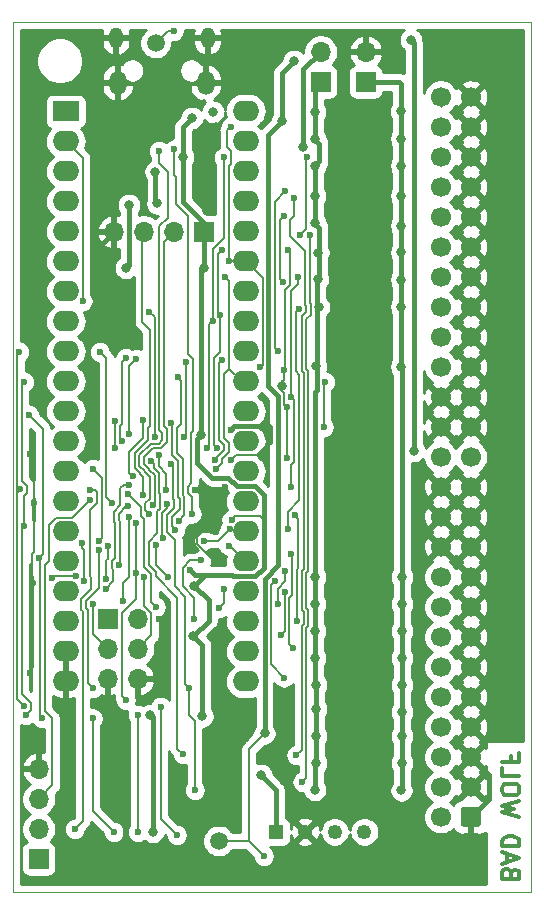
<source format=gbr>
%TF.GenerationSoftware,KiCad,Pcbnew,(5.1.9-16-g1737927814)-1*%
%TF.CreationDate,2021-05-19T17:32:56-05:00*%
%TF.ProjectId,bluepill_scsi,626c7565-7069-46c6-9c5f-736373692e6b,rev?*%
%TF.SameCoordinates,Original*%
%TF.FileFunction,Copper,L2,Bot*%
%TF.FilePolarity,Positive*%
%FSLAX46Y46*%
G04 Gerber Fmt 4.6, Leading zero omitted, Abs format (unit mm)*
G04 Created by KiCad (PCBNEW (5.1.9-16-g1737927814)-1) date 2021-05-19 17:32:56*
%MOMM*%
%LPD*%
G01*
G04 APERTURE LIST*
%TA.AperFunction,NonConductor*%
%ADD10C,0.300000*%
%TD*%
%TA.AperFunction,Profile*%
%ADD11C,0.050000*%
%TD*%
%TA.AperFunction,SMDPad,CuDef*%
%ADD12C,1.500000*%
%TD*%
%TA.AperFunction,ComponentPad*%
%ADD13C,1.700000*%
%TD*%
%TA.AperFunction,ComponentPad*%
%ADD14O,1.700000X1.700000*%
%TD*%
%TA.AperFunction,ComponentPad*%
%ADD15R,1.700000X1.700000*%
%TD*%
%TA.AperFunction,ComponentPad*%
%ADD16O,1.150000X1.800000*%
%TD*%
%TA.AperFunction,ComponentPad*%
%ADD17O,1.450000X2.000000*%
%TD*%
%TA.AperFunction,ComponentPad*%
%ADD18O,2.250000X1.727200*%
%TD*%
%TA.AperFunction,ComponentPad*%
%ADD19R,2.250000X1.727200*%
%TD*%
%TA.AperFunction,ComponentPad*%
%ADD20R,1.250000X1.250000*%
%TD*%
%TA.AperFunction,ComponentPad*%
%ADD21C,1.250000*%
%TD*%
%TA.AperFunction,ViaPad*%
%ADD22C,0.600000*%
%TD*%
%TA.AperFunction,ViaPad*%
%ADD23C,0.800000*%
%TD*%
%TA.AperFunction,Conductor*%
%ADD24C,0.400000*%
%TD*%
%TA.AperFunction,Conductor*%
%ADD25C,0.200000*%
%TD*%
%TA.AperFunction,Conductor*%
%ADD26C,0.250000*%
%TD*%
%TA.AperFunction,Conductor*%
%ADD27C,0.254000*%
%TD*%
%TA.AperFunction,Conductor*%
%ADD28C,0.150000*%
%TD*%
G04 APERTURE END LIST*
D10*
X113264142Y-147625000D02*
X113192714Y-147410714D01*
X113121285Y-147339285D01*
X112978428Y-147267857D01*
X112764142Y-147267857D01*
X112621285Y-147339285D01*
X112549857Y-147410714D01*
X112478428Y-147553571D01*
X112478428Y-148125000D01*
X113978428Y-148125000D01*
X113978428Y-147625000D01*
X113907000Y-147482142D01*
X113835571Y-147410714D01*
X113692714Y-147339285D01*
X113549857Y-147339285D01*
X113407000Y-147410714D01*
X113335571Y-147482142D01*
X113264142Y-147625000D01*
X113264142Y-148125000D01*
X112907000Y-146696428D02*
X112907000Y-145982142D01*
X112478428Y-146839285D02*
X113978428Y-146339285D01*
X112478428Y-145839285D01*
X112478428Y-145339285D02*
X113978428Y-145339285D01*
X113978428Y-144982142D01*
X113907000Y-144767857D01*
X113764142Y-144625000D01*
X113621285Y-144553571D01*
X113335571Y-144482142D01*
X113121285Y-144482142D01*
X112835571Y-144553571D01*
X112692714Y-144625000D01*
X112549857Y-144767857D01*
X112478428Y-144982142D01*
X112478428Y-145339285D01*
X113978428Y-142839285D02*
X112478428Y-142482142D01*
X113549857Y-142196428D01*
X112478428Y-141910714D01*
X113978428Y-141553571D01*
X113978428Y-140696428D02*
X113978428Y-140410714D01*
X113907000Y-140267857D01*
X113764142Y-140125000D01*
X113478428Y-140053571D01*
X112978428Y-140053571D01*
X112692714Y-140125000D01*
X112549857Y-140267857D01*
X112478428Y-140410714D01*
X112478428Y-140696428D01*
X112549857Y-140839285D01*
X112692714Y-140982142D01*
X112978428Y-141053571D01*
X113478428Y-141053571D01*
X113764142Y-140982142D01*
X113907000Y-140839285D01*
X113978428Y-140696428D01*
X112478428Y-138696428D02*
X112478428Y-139410714D01*
X113978428Y-139410714D01*
X113264142Y-137696428D02*
X113264142Y-138196428D01*
X112478428Y-138196428D02*
X113978428Y-138196428D01*
X113978428Y-137482142D01*
D11*
X71755000Y-149225000D02*
X71120000Y-149225000D01*
X71120000Y-147955000D02*
X71120000Y-149225000D01*
X114935000Y-149225000D02*
X71755000Y-149225000D01*
X114935000Y-147955000D02*
X114935000Y-149225000D01*
X114935000Y-75565000D02*
X71120000Y-75565000D01*
X114935000Y-147955000D02*
X114935000Y-75565000D01*
X71120000Y-147955000D02*
X71120000Y-75565000D01*
D12*
%TO.P,TP6,1*%
%TO.N,+5V*%
X88519000Y-144907000D03*
%TD*%
%TO.P,TP1,1*%
%TO.N,Net-(J3-Pad4)*%
X83185000Y-77343000D03*
%TD*%
D13*
%TO.P,J5,50*%
%TO.N,SCSI_IO*%
X107315000Y-81915000D03*
%TO.P,J5,48*%
%TO.N,SCSI_REQ*%
X107315000Y-84455000D03*
%TO.P,J5,46*%
%TO.N,SCSI_CD*%
X107315000Y-86995000D03*
%TO.P,J5,44*%
%TO.N,SCSI_SEL*%
X107315000Y-89535000D03*
%TO.P,J5,42*%
%TO.N,SCSI_MSG*%
X107315000Y-92075000D03*
%TO.P,J5,40*%
%TO.N,SCSI_RST*%
X107315000Y-94615000D03*
%TO.P,J5,38*%
%TO.N,SCSI_ACK*%
X107315000Y-97155000D03*
%TO.P,J5,36*%
%TO.N,SCSI_BSY*%
X107315000Y-99695000D03*
%TO.P,J5,34*%
%TO.N,N/C*%
X107315000Y-102235000D03*
%TO.P,J5,32*%
%TO.N,SCSI_ATN*%
X107315000Y-104775000D03*
%TO.P,J5,30*%
%TO.N,GND*%
X107315000Y-107315000D03*
%TO.P,J5,28*%
X107315000Y-109855000D03*
%TO.P,J5,26*%
%TO.N,/TERM_PWR*%
X107315000Y-112395000D03*
%TO.P,J5,24*%
%TO.N,GND*%
X107315000Y-114935000D03*
%TO.P,J5,22*%
X107315000Y-117475000D03*
%TO.P,J5,20*%
X107315000Y-120015000D03*
%TO.P,J5,18*%
%TO.N,SCSI_DATP*%
X107315000Y-122555000D03*
%TO.P,J5,16*%
%TO.N,SCSI_DAT7*%
X107315000Y-125095000D03*
%TO.P,J5,14*%
%TO.N,SCSI_DAT6*%
X107315000Y-127635000D03*
%TO.P,J5,12*%
%TO.N,SCSI_DAT5*%
X107315000Y-130175000D03*
%TO.P,J5,10*%
%TO.N,SCSI_DAT4*%
X107315000Y-132715000D03*
%TO.P,J5,8*%
%TO.N,SCSI_DAT3*%
X107315000Y-135255000D03*
%TO.P,J5,6*%
%TO.N,SCSI_DAT2*%
X107315000Y-137795000D03*
%TO.P,J5,4*%
%TO.N,SCSI_DAT1*%
X107315000Y-140335000D03*
%TO.P,J5,2*%
%TO.N,SCSI_DAT0*%
X107315000Y-142875000D03*
%TO.P,J5,49*%
%TO.N,GND*%
X109855000Y-81915000D03*
%TO.P,J5,47*%
X109855000Y-84455000D03*
%TO.P,J5,45*%
X109855000Y-86995000D03*
%TO.P,J5,43*%
X109855000Y-89535000D03*
%TO.P,J5,41*%
X109855000Y-92075000D03*
%TO.P,J5,39*%
X109855000Y-94615000D03*
%TO.P,J5,37*%
X109855000Y-97155000D03*
%TO.P,J5,35*%
X109855000Y-99695000D03*
%TO.P,J5,33*%
X109855000Y-102235000D03*
%TO.P,J5,31*%
X109855000Y-104775000D03*
%TO.P,J5,29*%
X109855000Y-107315000D03*
%TO.P,J5,27*%
X109855000Y-109855000D03*
%TO.P,J5,25*%
%TO.N,N/C*%
X109855000Y-112395000D03*
%TO.P,J5,23*%
%TO.N,GND*%
X109855000Y-114935000D03*
%TO.P,J5,21*%
X109855000Y-117475000D03*
%TO.P,J5,19*%
X109855000Y-120015000D03*
%TO.P,J5,17*%
X109855000Y-122555000D03*
%TO.P,J5,15*%
X109855000Y-125095000D03*
%TO.P,J5,13*%
X109855000Y-127635000D03*
%TO.P,J5,11*%
X109855000Y-130175000D03*
%TO.P,J5,9*%
X109855000Y-132715000D03*
%TO.P,J5,7*%
X109855000Y-135255000D03*
%TO.P,J5,5*%
X109855000Y-137795000D03*
%TO.P,J5,3*%
X109855000Y-140335000D03*
%TO.P,J5,1*%
%TA.AperFunction,ComponentPad*%
G36*
G01*
X110705000Y-142275000D02*
X110705000Y-143475000D01*
G75*
G02*
X110455000Y-143725000I-250000J0D01*
G01*
X109255000Y-143725000D01*
G75*
G02*
X109005000Y-143475000I0J250000D01*
G01*
X109005000Y-142275000D01*
G75*
G02*
X109255000Y-142025000I250000J0D01*
G01*
X110455000Y-142025000D01*
G75*
G02*
X110705000Y-142275000I0J-250000D01*
G01*
G37*
%TD.AperFunction*%
%TD*%
D14*
%TO.P,J8,4*%
%TO.N,GND*%
X73279000Y-138811000D03*
%TO.P,J8,3*%
%TO.N,USART2_TxD*%
X73279000Y-141351000D03*
%TO.P,J8,2*%
%TO.N,USART2_RxD*%
X73279000Y-143891000D03*
D15*
%TO.P,J8,1*%
%TO.N,+3V3*%
X73279000Y-146431000D03*
%TD*%
D14*
%TO.P,J7,6*%
%TO.N,GND*%
X81661000Y-131191000D03*
%TO.P,J7,5*%
X79121000Y-131191000D03*
%TO.P,J7,4*%
%TO.N,Net-(J7-Pad4)*%
X81661000Y-128651000D03*
%TO.P,J7,3*%
%TO.N,Net-(J7-Pad3)*%
X79121000Y-128651000D03*
%TO.P,J7,2*%
%TO.N,+3V3*%
X81661000Y-126111000D03*
D15*
%TO.P,J7,1*%
X79121000Y-126111000D03*
%TD*%
D14*
%TO.P,J2,4*%
%TO.N,GND*%
X79629000Y-93345000D03*
%TO.P,J2,3*%
%TO.N,/Onboard Blue Pil/SWCLK*%
X82169000Y-93345000D03*
%TO.P,J2,2*%
%TO.N,/Onboard Blue Pil/SWDIO*%
X84709000Y-93345000D03*
D15*
%TO.P,J2,1*%
%TO.N,+3V3*%
X87249000Y-93345000D03*
%TD*%
D16*
%TO.P,J3,6*%
%TO.N,GND*%
X79818000Y-76917000D03*
X87568000Y-76917000D03*
D17*
X79968000Y-80717000D03*
X87418000Y-80717000D03*
%TD*%
D18*
%TO.P,U3,40*%
%TO.N,+3V3*%
X90805000Y-83083400D03*
%TO.P,U3,39*%
%TO.N,GND*%
X90805000Y-85674200D03*
%TO.P,U3,38*%
%TO.N,VCC*%
X90805000Y-88214200D03*
%TO.P,U3,37*%
%TO.N,SCSI_DAT1*%
X90805000Y-90754200D03*
%TO.P,U3,36*%
%TO.N,SCSI_DAT0*%
X90805000Y-93294200D03*
%TO.P,U3,35*%
%TO.N,SCSI_IO*%
X90805000Y-95834200D03*
%TO.P,U3,34*%
%TO.N,SCSI_REQ*%
X90805000Y-98374200D03*
%TO.P,U3,33*%
%TO.N,SCSI_CD*%
X90805000Y-100914200D03*
%TO.P,U3,32*%
%TO.N,SCSI_SEL*%
X90805000Y-103454200D03*
%TO.P,U3,31*%
%TO.N,SCSI_MSG*%
X90805000Y-105994200D03*
%TO.P,U3,30*%
%TO.N,SCSI_RST*%
X90805000Y-108534200D03*
%TO.P,U3,29*%
%TO.N,N/C*%
X90805000Y-111074200D03*
%TO.P,U3,28*%
X90805000Y-113614200D03*
%TO.P,U3,27*%
%TO.N,SCSI_ACK*%
X90805000Y-116154200D03*
%TO.P,U3,26*%
%TO.N,SCSI_BSY*%
X90805000Y-118694200D03*
%TO.P,U3,25*%
%TO.N,SCSI_ATN*%
X90805000Y-121234200D03*
%TO.P,U3,24*%
%TO.N,SCSI_DAT7*%
X90805000Y-123774200D03*
%TO.P,U3,23*%
%TO.N,SCSI_DAT6*%
X90805000Y-126314200D03*
%TO.P,U3,22*%
%TO.N,SCSI_DAT5*%
X90805000Y-128854200D03*
%TO.P,U3,21*%
%TO.N,SCSI_DAT4*%
X90805000Y-131394200D03*
%TO.P,U3,20*%
%TO.N,GND*%
X75565000Y-131394200D03*
%TO.P,U3,19*%
X75565000Y-128854200D03*
%TO.P,U3,18*%
%TO.N,+3V3*%
X75565000Y-126314200D03*
%TO.P,U3,17*%
%TO.N,N/C*%
X75565000Y-123774200D03*
%TO.P,U3,16*%
%TO.N,SCSI_DAT3*%
X75565000Y-121234200D03*
%TO.P,U3,15*%
%TO.N,SCSI_DAT2*%
X75565000Y-118694200D03*
%TO.P,U3,14*%
%TO.N,N/C*%
X75565000Y-116154200D03*
%TO.P,U3,13*%
%TO.N,SCSI_DATP*%
X75565000Y-113614200D03*
%TO.P,U3,12*%
%TO.N,SD_MISO*%
X75565000Y-111074200D03*
%TO.P,U3,11*%
X75565000Y-108534200D03*
%TO.P,U3,10*%
%TO.N,SD_CLK*%
X75565000Y-105994200D03*
%TO.P,U3,9*%
%TO.N,SD_CS*%
X75565000Y-103454200D03*
%TO.P,U3,8*%
%TO.N,N/C*%
X75565000Y-100914200D03*
%TO.P,U3,7*%
X75565000Y-98374200D03*
%TO.P,U3,6*%
X75565000Y-95834200D03*
%TO.P,U3,5*%
X75565000Y-93294200D03*
%TO.P,U3,4*%
X75565000Y-90754200D03*
%TO.P,U3,3*%
X75565000Y-88214200D03*
%TO.P,U3,2*%
%TO.N,DBG_LED*%
X75565000Y-85674200D03*
D19*
%TO.P,U3,1*%
%TO.N,N/C*%
X75565000Y-83134200D03*
%TD*%
D15*
%TO.P,JP1,1*%
%TO.N,Net-(C15-Pad1)*%
X100965000Y-80645000D03*
D14*
%TO.P,JP1,2*%
%TO.N,GND*%
X100965000Y-78105000D03*
%TD*%
%TO.P,JP2,2*%
%TO.N,VCC*%
X97155000Y-78105000D03*
D15*
%TO.P,JP2,1*%
%TO.N,Net-(C16-Pad1)*%
X97155000Y-80645000D03*
%TD*%
D20*
%TO.P,J4,1*%
%TO.N,/BERG_5V*%
X93345000Y-144145000D03*
D21*
%TO.P,J4,2*%
%TO.N,GND*%
X95845000Y-144145000D03*
%TO.P,J4,3*%
%TO.N,N/C*%
X98345000Y-144145000D03*
%TO.P,J4,4*%
X100845000Y-144145000D03*
%TD*%
D22*
%TO.N,GND*%
X83439000Y-126111000D03*
X79883000Y-82423000D03*
X78613000Y-101219000D03*
X92837000Y-111125000D03*
X89535000Y-110109000D03*
X83453842Y-112269542D03*
X72517000Y-112141000D03*
X72517000Y-130683000D03*
X72771000Y-123063000D03*
X84086956Y-115189000D03*
X88265000Y-118745000D03*
X86500771Y-115175229D03*
X89059856Y-114907441D03*
X89551275Y-112678947D03*
X88773000Y-121285000D03*
X76422732Y-122509100D03*
X74387010Y-122622472D03*
X80645000Y-144145000D03*
X80645000Y-146939000D03*
X75057000Y-145161000D03*
D23*
X72263000Y-135509000D03*
X87503000Y-91567000D03*
X87503000Y-86995000D03*
D22*
X90805000Y-136271000D03*
X90043000Y-133477000D03*
X94107000Y-133477000D03*
X100203000Y-89027000D03*
X100457000Y-91567000D03*
X100457000Y-86741000D03*
X100457000Y-84201000D03*
X100457000Y-96139000D03*
X73279000Y-104775000D03*
X73533000Y-107315000D03*
X72917009Y-116312991D03*
D23*
X89027000Y-82169000D03*
X88265000Y-84455000D03*
D22*
X78867000Y-95885000D03*
X72771000Y-98171000D03*
X72771000Y-92837000D03*
D23*
%TO.N,SCSI_RST*%
X93914990Y-106416918D03*
%TO.N,+3V3*%
X87249000Y-96393000D03*
X82931000Y-144145000D03*
D22*
X89601629Y-117706376D03*
D23*
X87034955Y-110544186D03*
X86233000Y-83693000D03*
X85471000Y-86995000D03*
X82723130Y-134233000D03*
X87135018Y-134352982D03*
D22*
X80824629Y-116553322D03*
X80044990Y-121518058D03*
X86126092Y-121986451D03*
D23*
X86446134Y-123285730D03*
X86378536Y-127586010D03*
X88011000Y-83185000D03*
%TO.N,VCC*%
X80899000Y-91059000D03*
X80645000Y-96393000D03*
X83154998Y-88265000D03*
X83312000Y-90932000D03*
X95689303Y-86173402D03*
%TO.N,/TERM_PWR*%
X105029000Y-111887000D03*
X104775000Y-77089000D03*
%TO.N,+5V*%
X94869000Y-78867000D03*
X92396599Y-135810787D03*
X93853000Y-83985010D03*
D22*
X92329000Y-146177000D03*
%TO.N,DBG_LED*%
X76996990Y-99187000D03*
X82653358Y-100088978D03*
X83145082Y-110669519D03*
%TO.N,SD_MISO*%
X72445031Y-108839000D03*
X79629000Y-144145000D03*
X73313155Y-120910302D03*
X77851000Y-134533011D03*
X73533000Y-134533011D03*
%TO.N,SD_CLK*%
X72045020Y-106045000D03*
X81661000Y-144145000D03*
X81661000Y-134239000D03*
X72045046Y-118237000D03*
X72212838Y-134250608D03*
%TO.N,SD_CS*%
X71645000Y-103505000D03*
X84963000Y-144399000D03*
X78451010Y-103505000D03*
X72009000Y-133477000D03*
X83586985Y-133569010D03*
X79503984Y-116313768D03*
X71719290Y-115138166D03*
%TO.N,SCSI_IO*%
X89373010Y-95821089D03*
X85755020Y-104350728D03*
X85562539Y-110669704D03*
X92014967Y-104786836D03*
X89535000Y-84455000D03*
%TO.N,SCSI_REQ*%
X87996036Y-100860539D03*
X87522784Y-111604217D03*
X88934990Y-87038272D03*
%TO.N,SCSI_CD*%
X88773000Y-94869000D03*
X88626989Y-100368689D03*
X88339668Y-111615667D03*
X95377000Y-93599000D03*
X95982663Y-87024261D03*
%TO.N,SCSI_SEL*%
X88793175Y-104220989D03*
X88229178Y-112634288D03*
X93548200Y-103454200D03*
X94160440Y-89866012D03*
%TO.N,SCSI_MSG*%
X89027000Y-97155000D03*
X88280979Y-113452141D03*
X93945010Y-97561967D03*
X94006975Y-92013010D03*
%TO.N,SCSI_RST*%
X94299010Y-112501207D03*
X94254956Y-108197564D03*
X94014990Y-105033499D03*
X94361000Y-94869000D03*
%TO.N,SCSI_ACK*%
X85037175Y-105639345D03*
X85131052Y-117821010D03*
X94615000Y-114935000D03*
X94654967Y-107315000D03*
X95215010Y-97171019D03*
%TO.N,SCSI_BSY*%
X94365800Y-118491000D03*
X89476311Y-118496506D03*
X87280994Y-119487534D03*
X95289786Y-99890254D03*
%TO.N,SCSI_ATN*%
X84812130Y-118561945D03*
X89370488Y-119913169D03*
X84488972Y-109480484D03*
X97409000Y-109855000D03*
X97523052Y-106045000D03*
%TO.N,SCSI_DATP*%
X77851000Y-113411000D03*
X94107000Y-122047000D03*
X80899000Y-117475000D03*
X78359000Y-119507000D03*
X93506990Y-124841000D03*
X80391000Y-124587000D03*
%TO.N,SCSI_DAT7*%
X87037526Y-121160070D03*
X94107000Y-123825000D03*
X93756190Y-127477810D03*
X86464919Y-126086290D03*
%TO.N,SCSI_DAT6*%
X83789838Y-119265407D03*
X94965810Y-117317810D03*
X84170835Y-116389011D03*
X95107021Y-126259909D03*
%TO.N,SCSI_DAT5*%
X94654975Y-120576780D03*
X94845032Y-128548782D03*
%TO.N,SCSI_DAT4*%
X84201000Y-122555000D03*
X83216957Y-119823810D03*
X94045010Y-131073308D03*
X93252990Y-122898556D03*
%TO.N,SCSI_DAT3*%
X77851000Y-131953000D03*
X78359000Y-120307013D03*
%TO.N,SCSI_DAT2*%
X76958632Y-119713732D03*
X77114266Y-122911343D03*
X80645000Y-132969000D03*
X81499010Y-122213791D03*
X81523948Y-117974458D03*
%TO.N,SCSI_DAT1*%
X82795347Y-112723842D03*
X85471000Y-137541000D03*
X94869000Y-90466022D03*
X95074879Y-137651802D03*
%TO.N,SCSI_DAT0*%
X85979000Y-131953000D03*
X84448446Y-112992388D03*
X86487000Y-140589000D03*
X96259185Y-93565358D03*
X95598910Y-139909770D03*
%TO.N,Net-(J7-Pad4)*%
X82206941Y-122586420D03*
%TO.N,Net-(J7-Pad3)*%
X77870108Y-124883870D03*
%TO.N,/Onboard Blue Pil/Reset*%
X83185000Y-125095000D03*
X80816536Y-115549604D03*
X88521801Y-125184345D03*
X88983728Y-123614272D03*
%TO.N,/Onboard Blue Pil/PC14*%
X81538757Y-104094413D03*
X80899000Y-110455010D03*
%TO.N,/Onboard Blue Pil/PC15*%
X80645000Y-104013000D03*
X80334900Y-111065408D03*
%TO.N,/Onboard Blue Pil/OSCIN*%
X79721010Y-109347000D03*
X79767175Y-111629063D03*
%TO.N,/Onboard Blue Pil/OSCOUT*%
X81255285Y-114032395D03*
X82088927Y-109289949D03*
%TO.N,/Onboard Blue Pil/SWCLK*%
X82086923Y-115595545D03*
%TO.N,/Onboard Blue Pil/SWDIO*%
X82970823Y-116480795D03*
%TO.N,/Onboard Blue Pil/BOOT_0*%
X80900740Y-114749554D03*
X78983575Y-123541528D03*
%TO.N,/Onboard Blue Pil/BOOT_1*%
X79105514Y-119917391D03*
X78945679Y-122730881D03*
%TO.N,/Onboard Blue Pil/USB_Data_+*%
X86232652Y-117211757D03*
X84770990Y-86358596D03*
%TO.N,/Onboard Blue Pil/USB_Data_-*%
X83439000Y-86487000D03*
X82616689Y-117198157D03*
%TO.N,USART2_TxD*%
X77590020Y-116013278D03*
%TO.N,USART2_RxD*%
X76327000Y-143891000D03*
X77597000Y-115189000D03*
%TO.N,Net-(J3-Pad4)*%
X84709000Y-76327000D03*
D23*
%TO.N,/BERG_5V*%
X92075000Y-139319000D03*
%TO.N,Net-(C16-Pad1)*%
X96647000Y-140589000D03*
X96647000Y-129413000D03*
X96647000Y-124841000D03*
X96647000Y-122555000D03*
X96647000Y-83185000D03*
X96647000Y-85471000D03*
X96647000Y-87757000D03*
X96647000Y-90297000D03*
X96647000Y-92583000D03*
X96755009Y-133731000D03*
X96755009Y-131699000D03*
X96755009Y-136017000D03*
X96755009Y-138303000D03*
X96732209Y-104713144D03*
X96989809Y-99695000D03*
X96915033Y-97355530D03*
X96959195Y-95107423D03*
X96662856Y-127139132D03*
%TO.N,Net-(C15-Pad1)*%
X104013000Y-138303000D03*
X104013000Y-136017000D03*
X104013000Y-133985000D03*
X104013000Y-131699000D03*
X104013000Y-129413000D03*
X104013000Y-127127000D03*
X104013000Y-124841000D03*
X104013000Y-122555000D03*
X103974990Y-92837000D03*
X103974990Y-90297000D03*
X103974990Y-85471000D03*
X103974990Y-99695000D03*
X103974990Y-87757000D03*
X103974990Y-97409000D03*
X103974990Y-104775000D03*
X103935287Y-83146990D03*
X103973144Y-95084990D03*
X103982101Y-140619899D03*
%TD*%
D24*
%TO.N,GND*%
X89833410Y-109810590D02*
X89535000Y-110109000D01*
X92792590Y-109810590D02*
X89833410Y-109810590D01*
X92837000Y-109855000D02*
X92792590Y-109810590D01*
X92837000Y-109855000D02*
X92837000Y-111125000D01*
D25*
X72517000Y-130429000D02*
X72517000Y-130683000D01*
X72771000Y-130175000D02*
X72517000Y-130429000D01*
X72771000Y-123063000D02*
X72771000Y-122555000D01*
X72771000Y-122555000D02*
X72771000Y-130175000D01*
X83453842Y-112269542D02*
X83453842Y-113171843D01*
X84086956Y-113804957D02*
X84086956Y-115189000D01*
X83453842Y-113171843D02*
X84086956Y-113804957D01*
X88265000Y-118745000D02*
X88265000Y-116967000D01*
X88265000Y-116967000D02*
X89027000Y-116205000D01*
X88983274Y-115487229D02*
X88671274Y-115175229D01*
X88983274Y-115907274D02*
X88983274Y-115487229D01*
X89027000Y-115951000D02*
X88983274Y-115907274D01*
X89027000Y-116205000D02*
X89027000Y-115951000D01*
X88505229Y-115175229D02*
X88792068Y-115175229D01*
X88792068Y-115175229D02*
X89059856Y-114907441D01*
X88505229Y-115175229D02*
X86500771Y-115175229D01*
X88671274Y-115175229D02*
X88505229Y-115175229D01*
X91724190Y-112237810D02*
X92837000Y-111125000D01*
X89992413Y-112237810D02*
X91724190Y-112237810D01*
X89551275Y-112678947D02*
X89992413Y-112237810D01*
X86680993Y-119775535D02*
X86680993Y-119199533D01*
X87135526Y-118745000D02*
X88265000Y-118745000D01*
X88190458Y-121285000D02*
X86680993Y-119775535D01*
X86680993Y-119199533D02*
X87135526Y-118745000D01*
X88773000Y-121285000D02*
X88190458Y-121285000D01*
D24*
X78359000Y-100965000D02*
X78613000Y-101219000D01*
X78359000Y-94615000D02*
X78359000Y-100965000D01*
X79629000Y-93345000D02*
X78359000Y-94615000D01*
D25*
X76422732Y-122509100D02*
X74500382Y-122509100D01*
X74500382Y-122509100D02*
X74387010Y-122622472D01*
D24*
X87503000Y-91567000D02*
X87503000Y-86995000D01*
D25*
X72713154Y-122497154D02*
X72771000Y-122555000D01*
X72517000Y-112141000D02*
X72917009Y-112541009D01*
X72917009Y-120418446D02*
X72713154Y-120622301D01*
X72713154Y-120622301D02*
X72713154Y-122497154D01*
X72917009Y-112541009D02*
X72917009Y-116312991D01*
X72917009Y-116312991D02*
X72917009Y-120418446D01*
D24*
X109855000Y-137795000D02*
X111379000Y-139319000D01*
X111379000Y-141351000D02*
X109855000Y-142875000D01*
X111379000Y-139319000D02*
X111379000Y-141351000D01*
%TO.N,+3V3*%
X87249000Y-93345000D02*
X87249000Y-96393000D01*
X87170855Y-122362998D02*
X89617002Y-122362998D01*
X89751814Y-122497810D02*
X91589804Y-122497810D01*
X91589804Y-122497810D02*
X92330010Y-121757604D01*
X89617002Y-122362998D02*
X89751814Y-122497810D01*
D25*
X92008397Y-117406377D02*
X92330010Y-117727990D01*
X89901628Y-117406377D02*
X92008397Y-117406377D01*
X89601629Y-117706376D02*
X89901628Y-117406377D01*
D24*
X92330010Y-121757604D02*
X92330010Y-117727990D01*
X87249000Y-96393000D02*
X87034955Y-96607045D01*
X87034955Y-96607045D02*
X87034955Y-110544186D01*
X87982257Y-114199135D02*
X86662551Y-112879429D01*
X86662551Y-110916590D02*
X87034955Y-110544186D01*
X89341521Y-114199135D02*
X87982257Y-114199135D01*
X92330010Y-117727990D02*
X92330010Y-115630796D01*
X86662551Y-112879429D02*
X86662551Y-110916590D01*
X90032976Y-114890590D02*
X89341521Y-114199135D01*
X91589804Y-114890590D02*
X90032976Y-114890590D01*
X92330010Y-115630796D02*
X91589804Y-114890590D01*
X87249000Y-93345000D02*
X87249000Y-92583000D01*
X85471000Y-90805000D02*
X85471000Y-86995000D01*
X87249000Y-92583000D02*
X85471000Y-90805000D01*
X85471000Y-84455000D02*
X86233000Y-83693000D01*
X85471000Y-86995000D02*
X85471000Y-84455000D01*
X82931000Y-144145000D02*
X82931000Y-134440870D01*
X82931000Y-134440870D02*
X82723130Y-134233000D01*
D25*
X80824629Y-116553322D02*
X80678674Y-116553322D01*
X80044998Y-117763002D02*
X80186341Y-117904345D01*
X80186341Y-117904345D02*
X80186341Y-121376707D01*
X80186341Y-121376707D02*
X80044990Y-121518058D01*
X80678674Y-116553322D02*
X80044998Y-117186998D01*
X80044998Y-117186998D02*
X80044998Y-117763002D01*
D24*
X87170855Y-122362998D02*
X86502639Y-122362998D01*
X86502639Y-122362998D02*
X86126092Y-121986451D01*
X87170855Y-122362998D02*
X87170855Y-122561009D01*
X87170855Y-122561009D02*
X86446134Y-123285730D01*
X87135018Y-128342492D02*
X86378536Y-127586010D01*
X87135018Y-134352982D02*
X87135018Y-128342492D01*
X87669612Y-126294934D02*
X86378536Y-127586010D01*
X87669612Y-124509208D02*
X87669612Y-126294934D01*
X86446134Y-123285730D02*
X87669612Y-124509208D01*
%TO.N,VCC*%
X80899000Y-96139000D02*
X80645000Y-96393000D01*
X80899000Y-91059000D02*
X80899000Y-96139000D01*
X83154998Y-90774998D02*
X83312000Y-90932000D01*
X83154998Y-88265000D02*
X83154998Y-90774998D01*
X97155000Y-78105000D02*
X95689303Y-79570697D01*
X95689303Y-79570697D02*
X95689303Y-86173402D01*
%TO.N,/TERM_PWR*%
X105029000Y-111887000D02*
X105029000Y-77343000D01*
X105029000Y-77343000D02*
X104775000Y-77089000D01*
%TO.N,+5V*%
X93537001Y-107216919D02*
X93537001Y-121578541D01*
X92396599Y-122718943D02*
X92396599Y-135810787D01*
X93537001Y-121578541D02*
X92396599Y-122718943D01*
X94869000Y-78867000D02*
X93853000Y-79883000D01*
X93853000Y-79883000D02*
X93853000Y-83985010D01*
X92730021Y-106409939D02*
X93537001Y-107216919D01*
X92730021Y-85107989D02*
X92730021Y-106409939D01*
X93853000Y-83985010D02*
X92730021Y-85107989D01*
D25*
X92329000Y-146177000D02*
X91059000Y-144907000D01*
X91059000Y-137148386D02*
X92396599Y-135810787D01*
X91059000Y-144907000D02*
X91059000Y-137148386D01*
X88519000Y-144907000D02*
X91059000Y-144907000D01*
%TO.N,DBG_LED*%
X75565000Y-85674200D02*
X76996990Y-87106190D01*
X76996990Y-87106190D02*
X76996990Y-99187000D01*
X82653358Y-100088978D02*
X83088948Y-100524568D01*
X83088948Y-110613385D02*
X83145082Y-110669519D01*
X83088948Y-100524568D02*
X83088948Y-110613385D01*
%TO.N,SD_MISO*%
X73371001Y-120968148D02*
X73371001Y-134371012D01*
X77851000Y-142367000D02*
X77851000Y-134533011D01*
X73313155Y-120910302D02*
X73371001Y-120968148D01*
X79629000Y-144145000D02*
X77851000Y-142367000D01*
X73371001Y-134371012D02*
X73533000Y-134533011D01*
X73613154Y-110007123D02*
X73613154Y-120610303D01*
X73613154Y-120610303D02*
X73313155Y-120910302D01*
X72445031Y-108839000D02*
X73613154Y-110007123D01*
%TO.N,SD_CLK*%
X81661000Y-144145000D02*
X81661000Y-134239000D01*
X71845021Y-118437025D02*
X71845021Y-118835021D01*
X72045046Y-118237000D02*
X71845021Y-118437025D01*
X71845021Y-118835021D02*
X71845021Y-132425019D01*
X72609001Y-133188999D02*
X72609001Y-133854445D01*
X71845021Y-132425019D02*
X72609001Y-133188999D01*
X72609001Y-133854445D02*
X72212838Y-134250608D01*
X71845021Y-106244999D02*
X72045020Y-106045000D01*
X71845021Y-114391019D02*
X71845021Y-106244999D01*
X72319291Y-114865289D02*
X71845021Y-114391019D01*
X72319291Y-115426167D02*
X72319291Y-114865289D01*
X72045046Y-115700412D02*
X72319291Y-115426167D01*
X72045046Y-118237000D02*
X72045046Y-115700412D01*
%TO.N,SD_CS*%
X71645000Y-103505000D02*
X71445010Y-103704990D01*
X71445010Y-103704990D02*
X71445010Y-116006990D01*
X71445010Y-132913010D02*
X71445010Y-116006990D01*
X72009000Y-133477000D02*
X71445010Y-132913010D01*
X84963000Y-144399000D02*
X83586985Y-143022985D01*
X83586985Y-143022985D02*
X83586985Y-133569010D01*
X78997023Y-115806807D02*
X79503984Y-116313768D01*
X78997023Y-104051013D02*
X78997023Y-115806807D01*
X78451010Y-103505000D02*
X78997023Y-104051013D01*
X71445010Y-115412446D02*
X71719290Y-115138166D01*
X71445010Y-116006990D02*
X71445010Y-115412446D01*
D26*
%TO.N,SCSI_IO*%
X107315000Y-82715998D02*
X107315000Y-81915000D01*
D25*
X89373010Y-95821089D02*
X90158882Y-95821089D01*
X85755020Y-104350728D02*
X85755020Y-110477223D01*
X85755020Y-110477223D02*
X85562539Y-110669704D01*
X92230010Y-104571793D02*
X92014967Y-104786836D01*
X90805000Y-95834200D02*
X92230010Y-97259210D01*
X92230010Y-97259210D02*
X92230010Y-104571793D01*
X89235001Y-84754999D02*
X89535000Y-84455000D01*
X89235001Y-86187001D02*
X89235001Y-84754999D01*
X89535000Y-86487000D02*
X89235001Y-86187001D01*
X89535000Y-87577207D02*
X89535000Y-86487000D01*
X89379990Y-87732217D02*
X89535000Y-87577207D01*
X89379990Y-95814109D02*
X89379990Y-87732217D01*
X89373010Y-95821089D02*
X89379990Y-95814109D01*
D26*
%TO.N,SCSI_REQ*%
X107315000Y-84850002D02*
X107315000Y-84455000D01*
D25*
X87996036Y-100860539D02*
X87734965Y-101121610D01*
X87734965Y-101121610D02*
X87734965Y-111392036D01*
X87734965Y-111392036D02*
X87522784Y-111604217D01*
X87996036Y-100860539D02*
X87996036Y-94757962D01*
X88934990Y-93819008D02*
X88934990Y-87038272D01*
X87996036Y-94757962D02*
X88934990Y-93819008D01*
%TO.N,SCSI_CD*%
X88773000Y-94869000D02*
X88426999Y-95215001D01*
X88426999Y-95215001D02*
X88426999Y-100168699D01*
X88426999Y-100168699D02*
X88626989Y-100368689D01*
X88134976Y-111410975D02*
X88339668Y-111615667D01*
X88134976Y-104017020D02*
X88134976Y-111410975D01*
X88626989Y-100368689D02*
X88626989Y-103525007D01*
X88626989Y-103525007D02*
X88134976Y-104017020D01*
X95885000Y-87121924D02*
X95982663Y-87024261D01*
X95885000Y-93091000D02*
X95885000Y-87121924D01*
X95377000Y-93599000D02*
X95885000Y-93091000D01*
%TO.N,SCSI_SEL*%
X88793175Y-104220989D02*
X88534987Y-104479177D01*
X88229178Y-112574700D02*
X88229178Y-112634288D01*
X88957011Y-111344999D02*
X88957011Y-111846867D01*
X88534987Y-104479177D02*
X88534987Y-110922975D01*
X88534987Y-110922975D02*
X88957011Y-111344999D01*
X88957011Y-111846867D02*
X88229178Y-112574700D01*
X93548200Y-103454200D02*
X93248201Y-103154201D01*
X93248201Y-103154201D02*
X93248201Y-90778251D01*
X93248201Y-90778251D02*
X94160440Y-89866012D01*
%TO.N,SCSI_MSG*%
X90454044Y-105994200D02*
X89393176Y-104933332D01*
X90805000Y-105994200D02*
X90454044Y-105994200D01*
X89379971Y-103940089D02*
X89393176Y-103953294D01*
X89027000Y-97155000D02*
X89379971Y-97507971D01*
X89393176Y-103953294D02*
X89393176Y-104933332D01*
X89379971Y-97507971D02*
X89379971Y-103940089D01*
X88934998Y-110757286D02*
X89357022Y-111179310D01*
X89357022Y-112012556D02*
X88829189Y-112540389D01*
X89357022Y-111179310D02*
X89357022Y-112012556D01*
X89393176Y-104933332D02*
X88934998Y-105391510D01*
X88829189Y-112540389D02*
X88829189Y-112903931D01*
X88934998Y-105391510D02*
X88934998Y-110757286D01*
X88829189Y-112903931D02*
X88280979Y-113452141D01*
X93945010Y-97561967D02*
X93706976Y-97323933D01*
X93706976Y-97323933D02*
X93706976Y-92313009D01*
X93706976Y-92313009D02*
X94006975Y-92013010D01*
%TO.N,SCSI_RST*%
X94299010Y-112501207D02*
X94299010Y-108241618D01*
X94299010Y-108241618D02*
X94254956Y-108197564D01*
X93804952Y-106752919D02*
X93804952Y-106080917D01*
X93804952Y-106080917D02*
X94014990Y-105870879D01*
X94254956Y-108197564D02*
X94054965Y-107997573D01*
X94054965Y-107002932D02*
X93804952Y-106752919D01*
X94054965Y-107997573D02*
X94054965Y-107002932D01*
X94014990Y-105870879D02*
X94014990Y-105033499D01*
X94148202Y-104900287D02*
X94014990Y-105033499D01*
X94148202Y-98246779D02*
X94148202Y-104900287D01*
X94545012Y-97849969D02*
X94148202Y-98246779D01*
X94545012Y-95053012D02*
X94545012Y-97849969D01*
X94361000Y-94869000D02*
X94545012Y-95053012D01*
%TO.N,SCSI_ACK*%
X85037175Y-105639345D02*
X85337174Y-105939344D01*
X85337174Y-105939344D02*
X85337174Y-109585824D01*
X85486988Y-112576641D02*
X85486988Y-115642690D01*
X85486988Y-115642690D02*
X85601024Y-115756726D01*
X85601024Y-115756726D02*
X85601024Y-117351038D01*
X84945117Y-112034770D02*
X85486988Y-112576641D01*
X84945117Y-109977881D02*
X84945117Y-112034770D01*
X85601024Y-117351038D02*
X85131052Y-117821010D01*
X85337174Y-109585824D02*
X84945117Y-109977881D01*
X90805000Y-116154200D02*
X90354189Y-116605011D01*
X94854966Y-112169161D02*
X94854966Y-107514999D01*
X94899011Y-112213206D02*
X94854966Y-112169161D01*
X94899011Y-112789208D02*
X94899011Y-112213206D01*
X94615000Y-114935000D02*
X94615000Y-113073219D01*
X94854966Y-107514999D02*
X94654967Y-107315000D01*
X94615000Y-113073219D02*
X94899011Y-112789208D01*
X94654967Y-107315000D02*
X94630047Y-107290080D01*
X95215010Y-97745671D02*
X95215010Y-97171019D01*
X94630047Y-107290080D02*
X94630047Y-98330634D01*
X94630047Y-98330634D02*
X95215010Y-97745671D01*
%TO.N,SCSI_BSY*%
X88485283Y-119487534D02*
X87280994Y-119487534D01*
X89476311Y-118496506D02*
X88485283Y-119487534D01*
X95030058Y-100149982D02*
X95289786Y-99890254D01*
X95315001Y-105417301D02*
X95030058Y-105132358D01*
X95030058Y-105132358D02*
X95030058Y-100149982D01*
X95315001Y-116080615D02*
X95315001Y-105417301D01*
X94365800Y-117029816D02*
X95315001Y-116080615D01*
X94365800Y-118491000D02*
X94365800Y-117029816D01*
%TO.N,SCSI_ATN*%
X89483969Y-119913169D02*
X90805000Y-121234200D01*
X89370488Y-119913169D02*
X89483969Y-119913169D01*
X85086977Y-112742330D02*
X84545106Y-112200459D01*
X84812130Y-118561945D02*
X84531042Y-118280857D01*
X84531042Y-118280857D02*
X84531042Y-117506881D01*
X84531042Y-117506881D02*
X85201013Y-116836910D01*
X85201013Y-116836910D02*
X85201013Y-115922415D01*
X85201013Y-115922415D02*
X85086977Y-115808379D01*
X85086977Y-115808379D02*
X85086977Y-112742330D01*
X84545106Y-109536618D02*
X84488972Y-109480484D01*
X84545106Y-112200459D02*
X84545106Y-109536618D01*
X97409000Y-109855000D02*
X97409000Y-106159052D01*
X97409000Y-106159052D02*
X97523052Y-106045000D01*
%TO.N,SCSI_DATP*%
X80899000Y-122555000D02*
X80899000Y-117475000D01*
X78597012Y-114157012D02*
X77851000Y-113411000D01*
X78597012Y-119268988D02*
X78597012Y-114157012D01*
X78359000Y-119507000D02*
X78597012Y-119268988D01*
X94107000Y-122936998D02*
X93506990Y-123537008D01*
X94107000Y-122047000D02*
X94107000Y-122936998D01*
X93506990Y-123537008D02*
X93506990Y-124841000D01*
X80391000Y-123063000D02*
X80899000Y-122555000D01*
X80391000Y-124587000D02*
X80391000Y-123063000D01*
%TO.N,SCSI_DAT7*%
X94107000Y-127127000D02*
X93756190Y-127477810D01*
X94107000Y-123825000D02*
X94107000Y-127127000D01*
X86464919Y-124310919D02*
X86464919Y-126086290D01*
X85471000Y-121793000D02*
X85471000Y-123317000D01*
X86103930Y-121160070D02*
X85471000Y-121793000D01*
X87037526Y-121160070D02*
X86103930Y-121160070D01*
X85471000Y-123317000D02*
X86464919Y-124310919D01*
%TO.N,SCSI_DAT6*%
X84170835Y-116734487D02*
X84170835Y-116389011D01*
X83731020Y-117174302D02*
X84170835Y-116734487D01*
X83731020Y-119206589D02*
X83731020Y-117174302D01*
X83789838Y-119265407D02*
X83731020Y-119206589D01*
X95265809Y-117617809D02*
X95265809Y-121768789D01*
X95107021Y-121927577D02*
X95107021Y-126259909D01*
X95265809Y-121768789D02*
X95107021Y-121927577D01*
X94965810Y-117317810D02*
X95265809Y-117617809D01*
%TO.N,SCSI_DAT5*%
X94707001Y-120628806D02*
X94707001Y-124113001D01*
X94507011Y-128210761D02*
X94845032Y-128548782D01*
X94507011Y-124312991D02*
X94507011Y-128210761D01*
X94707001Y-124113001D02*
X94507011Y-124312991D01*
X94654975Y-120576780D02*
X94707001Y-120628806D01*
%TO.N,SCSI_DAT4*%
X84201000Y-122555000D02*
X83216957Y-121570957D01*
X83216957Y-121570957D02*
X83216957Y-119823810D01*
X92906988Y-123244558D02*
X93252990Y-122898556D01*
X94045010Y-131073308D02*
X92906988Y-129935286D01*
X92906988Y-129935286D02*
X92906988Y-123244558D01*
%TO.N,SCSI_DAT3*%
X77851000Y-131953000D02*
X77455826Y-131557826D01*
X77455826Y-131557826D02*
X77455826Y-125357592D01*
X77270106Y-124595868D02*
X78345677Y-123520297D01*
X77455826Y-125357592D02*
X77270106Y-125171872D01*
X78345677Y-123520297D02*
X78345677Y-120320336D01*
X77270106Y-125171872D02*
X77270106Y-124595868D01*
X78345677Y-120320336D02*
X78359000Y-120307013D01*
%TO.N,SCSI_DAT2*%
X76958632Y-119713732D02*
X76958632Y-120137996D01*
X77114266Y-120293630D02*
X77114266Y-122911343D01*
X76958632Y-120137996D02*
X77114266Y-120293630D01*
X81499010Y-117999396D02*
X81523948Y-117974458D01*
X81499010Y-122213791D02*
X81499010Y-117999396D01*
X80345001Y-132669001D02*
X80345001Y-125577450D01*
X80645000Y-132969000D02*
X80345001Y-132669001D01*
X81499010Y-124423441D02*
X81499010Y-122213791D01*
X80345001Y-125577450D02*
X81499010Y-124423441D01*
%TO.N,SCSI_DAT1*%
X83486955Y-113770655D02*
X83034736Y-113318436D01*
X83570825Y-116768797D02*
X83570825Y-115560871D01*
X83206954Y-122496807D02*
X83206954Y-122132729D01*
X83034736Y-112963231D02*
X82795347Y-112723842D01*
X83331009Y-117008613D02*
X83570825Y-116768797D01*
X85471000Y-137541000D02*
X85024999Y-137094999D01*
X83034736Y-113318436D02*
X83034736Y-112963231D01*
X82616818Y-121542593D02*
X82616818Y-119575405D01*
X83206954Y-122132729D02*
X82616818Y-121542593D01*
X85024999Y-137094999D02*
X85024999Y-124314852D01*
X83570825Y-115560871D02*
X83486955Y-115477001D01*
X85024999Y-124314852D02*
X83206954Y-122496807D01*
X83331009Y-118861214D02*
X83331009Y-117008613D01*
X83486955Y-115477001D02*
X83486955Y-113770655D01*
X82616818Y-119575405D02*
X83331009Y-118861214D01*
X95546988Y-126707946D02*
X95546988Y-137179693D01*
X94869000Y-92021844D02*
X94569001Y-92321843D01*
X95546988Y-125342690D02*
X95707023Y-125502725D01*
X94869000Y-90466022D02*
X94869000Y-92021844D01*
X95815011Y-99527475D02*
X95889788Y-99602252D01*
X95546988Y-137179693D02*
X95074879Y-137651802D01*
X95546988Y-105083588D02*
X95715012Y-105251612D01*
X95707023Y-126547911D02*
X95546988Y-126707946D01*
X95715012Y-105251612D02*
X95715012Y-121885286D01*
X95707023Y-125502725D02*
X95707023Y-126547911D01*
X95546988Y-122053310D02*
X95546988Y-125342690D01*
X95546988Y-100490256D02*
X95546988Y-105083588D01*
X95889788Y-99602252D02*
X95889788Y-100147456D01*
X95815011Y-94925015D02*
X95815011Y-99527475D01*
X94569001Y-93679005D02*
X95815011Y-94925015D01*
X95715012Y-121885286D02*
X95546988Y-122053310D01*
X94569001Y-92321843D02*
X94569001Y-93679005D01*
X95889788Y-100147456D02*
X95546988Y-100490256D01*
%TO.N,SCSI_DAT0*%
X86487000Y-134740966D02*
X85979000Y-134232966D01*
X86487000Y-140589000D02*
X86487000Y-134740966D01*
X85979000Y-134232966D02*
X85979000Y-131953000D01*
X84686966Y-113230908D02*
X84448446Y-112992388D01*
X84686966Y-115974068D02*
X84686966Y-113230908D01*
X85678534Y-124221369D02*
X84816989Y-123359824D01*
X85678534Y-131652534D02*
X85678534Y-124221369D01*
X84816989Y-123359824D02*
X84816989Y-119444018D01*
X84816989Y-119444018D02*
X84131031Y-118758060D01*
X85979000Y-131953000D02*
X85678534Y-131652534D01*
X84770837Y-116057939D02*
X84686966Y-115974068D01*
X84770837Y-116700185D02*
X84770837Y-116057939D01*
X84131031Y-117339991D02*
X84770837Y-116700185D01*
X84131031Y-118758060D02*
X84131031Y-117339991D01*
X96259185Y-93565358D02*
X96215022Y-93609521D01*
X96215022Y-93609521D02*
X96215022Y-99361786D01*
X96289799Y-99436563D02*
X96289799Y-100343945D01*
X96289799Y-100343945D02*
X95946999Y-100686745D01*
X95946999Y-104917899D02*
X96115023Y-105085923D01*
X95946999Y-100686745D02*
X95946999Y-104917899D01*
X96115023Y-105085923D02*
X96115023Y-122050975D01*
X96115023Y-122050975D02*
X95946999Y-122218999D01*
X96107034Y-125337036D02*
X96107034Y-126713600D01*
X96107034Y-126713600D02*
X95946999Y-126873635D01*
X95946999Y-125177001D02*
X96107034Y-125337036D01*
X95946999Y-139561681D02*
X95598910Y-139909770D01*
X96215022Y-99361786D02*
X96289799Y-99436563D01*
X95946999Y-122218999D02*
X95946999Y-125177001D01*
X95946999Y-126873635D02*
X95946999Y-139561681D01*
%TO.N,Net-(J7-Pad4)*%
X82811001Y-125609003D02*
X82206941Y-125004943D01*
X82206941Y-125004943D02*
X82206941Y-122586420D01*
X82811001Y-127500999D02*
X82811001Y-125609003D01*
X81661000Y-128651000D02*
X82811001Y-127500999D01*
%TO.N,Net-(J7-Pad3)*%
X77870108Y-127400108D02*
X77870108Y-124883870D01*
X79121000Y-128651000D02*
X77870108Y-127400108D01*
%TO.N,/Onboard Blue Pil/Reset*%
X82806943Y-124716943D02*
X82806943Y-122298418D01*
X83185000Y-125095000D02*
X82806943Y-124716943D01*
X82216807Y-117686279D02*
X81915000Y-117384472D01*
X82216807Y-121708282D02*
X82216807Y-117686279D01*
X81915000Y-116648068D02*
X80816536Y-115549604D01*
X82806943Y-122298418D02*
X82216807Y-121708282D01*
X81915000Y-117384472D02*
X81915000Y-116648068D01*
X88521801Y-125184345D02*
X88983728Y-124722418D01*
X88983728Y-124722418D02*
X88983728Y-123614272D01*
%TO.N,/Onboard Blue Pil/PC14*%
X81538757Y-104094413D02*
X80899000Y-104734170D01*
X80899000Y-104734170D02*
X80899000Y-110455010D01*
%TO.N,/Onboard Blue Pil/PC15*%
X80158488Y-110888996D02*
X80334900Y-111065408D01*
X80645000Y-104013000D02*
X80321012Y-104336988D01*
X80321012Y-109635002D02*
X80158488Y-109797526D01*
X80321012Y-104336988D02*
X80321012Y-109635002D01*
X80158488Y-109797526D02*
X80158488Y-110888996D01*
%TO.N,/Onboard Blue Pil/OSCIN*%
X79721010Y-109347000D02*
X79721010Y-111582898D01*
X79721010Y-111582898D02*
X79767175Y-111629063D01*
%TO.N,/Onboard Blue Pil/OSCOUT*%
X80955286Y-111959453D02*
X82088927Y-110825812D01*
X82088927Y-110825812D02*
X82088927Y-109289949D01*
X80955286Y-113732396D02*
X80955286Y-111959453D01*
X81255285Y-114032395D02*
X80955286Y-113732396D01*
%TO.N,/Onboard Blue Pil/SWCLK*%
X81395315Y-112085124D02*
X81395315Y-113323882D01*
X82169000Y-93345000D02*
X82053356Y-93460644D01*
X82053356Y-93460644D02*
X82053356Y-100976991D01*
X82688937Y-101612572D02*
X82688937Y-109753874D01*
X82053356Y-100976991D02*
X82688937Y-101612572D01*
X81838956Y-113767523D02*
X81838956Y-113819756D01*
X81395315Y-113323882D02*
X81838956Y-113767523D01*
X82086923Y-114067723D02*
X82086923Y-115595545D01*
X81838956Y-113819756D02*
X82086923Y-114067723D01*
X82516829Y-110963610D02*
X81395315Y-112085124D01*
X82516829Y-109925982D02*
X82516829Y-110963610D01*
X82688937Y-109753874D02*
X82516829Y-109925982D01*
%TO.N,/Onboard Blue Pil/SWDIO*%
X82634725Y-113484125D02*
X83086944Y-113936344D01*
X83086944Y-116364674D02*
X82970823Y-116480795D01*
X83888970Y-109768486D02*
X84145095Y-110024611D01*
X84709000Y-93345000D02*
X83888970Y-94165030D01*
X83086944Y-113936344D02*
X83086944Y-116364674D01*
X82634725Y-113431892D02*
X82634725Y-113484125D01*
X82195337Y-112992504D02*
X82634725Y-113431892D01*
X82195337Y-112416502D02*
X82195337Y-112992504D01*
X82942307Y-111669532D02*
X82195337Y-112416502D01*
X83598773Y-111669532D02*
X82942307Y-111669532D01*
X84145095Y-111123210D02*
X83598773Y-111669532D01*
X84145095Y-110024611D02*
X84145095Y-111123210D01*
X83888970Y-94165030D02*
X83888970Y-109768486D01*
%TO.N,/Onboard Blue Pil/BOOT_0*%
X79705515Y-120969529D02*
X79444988Y-121230056D01*
X80191309Y-115034721D02*
X80191309Y-116474987D01*
X80476476Y-114749554D02*
X80191309Y-115034721D01*
X79444988Y-121230056D02*
X79444988Y-121806060D01*
X79644987Y-117928691D02*
X79705515Y-117989219D01*
X79444988Y-121806060D02*
X79586339Y-121947411D01*
X79586339Y-122938764D02*
X78983575Y-123541528D01*
X79644987Y-117021309D02*
X79644987Y-117928691D01*
X80191309Y-116474987D02*
X79644987Y-117021309D01*
X79705515Y-117989219D02*
X79705515Y-120969529D01*
X80900740Y-114749554D02*
X80476476Y-114749554D01*
X79586339Y-121947411D02*
X79586339Y-122938764D01*
%TO.N,/Onboard Blue Pil/BOOT_1*%
X78945679Y-121163665D02*
X78945679Y-122730881D01*
X79105514Y-119917391D02*
X79105514Y-121003830D01*
X79105514Y-121003830D02*
X78945679Y-121163665D01*
%TO.N,/Onboard Blue Pil/USB_Data_+*%
X84901001Y-88690999D02*
X84770990Y-88560988D01*
X85941458Y-91982580D02*
X84901001Y-90942123D01*
X86162540Y-110381703D02*
X86355021Y-110189222D01*
X85886999Y-115477001D02*
X85886999Y-114900999D01*
X85941458Y-103649164D02*
X85941458Y-91982580D01*
X86232652Y-115822654D02*
X85886999Y-115477001D01*
X86355021Y-104062727D02*
X85941458Y-103649164D01*
X86355021Y-110189222D02*
X86355021Y-104062727D01*
X86162540Y-114625458D02*
X86162540Y-110381703D01*
X85886999Y-114900999D02*
X86162540Y-114625458D01*
X86232652Y-117211757D02*
X86232652Y-115822654D01*
X84770990Y-88560988D02*
X84770990Y-86358596D01*
X84901001Y-90942123D02*
X84901001Y-88690999D01*
%TO.N,/Onboard Blue Pil/USB_Data_-*%
X81795326Y-112250813D02*
X81795326Y-113158193D01*
X83488959Y-110125392D02*
X83745084Y-110381517D01*
X83745084Y-110381517D02*
X83745084Y-110957521D01*
X82776618Y-111269521D02*
X81795326Y-112250813D01*
X81795326Y-113158193D02*
X82234714Y-113597581D01*
X82234714Y-113597581D02*
X82234714Y-113649814D01*
X82234714Y-113649814D02*
X82686933Y-114102033D01*
X82686933Y-114102033D02*
X82686933Y-115916141D01*
X82316690Y-116898158D02*
X82616689Y-117198157D01*
X82686933Y-115916141D02*
X82316690Y-116286384D01*
X83745084Y-110957521D02*
X83433084Y-111269521D01*
X83433084Y-111269521D02*
X82776618Y-111269521D01*
X82316690Y-116286384D02*
X82316690Y-116898158D01*
X83439000Y-86487000D02*
X83488959Y-86536959D01*
X83439000Y-86487000D02*
X83439000Y-87503000D01*
X83439000Y-87503000D02*
X84201000Y-88265000D01*
X83488959Y-92863039D02*
X83488959Y-110125392D01*
X84201000Y-92150998D02*
X83488959Y-92863039D01*
X84201000Y-88265000D02*
X84201000Y-92150998D01*
%TO.N,USART2_TxD*%
X74139990Y-121186010D02*
X74139990Y-118138010D01*
X74747410Y-117530590D02*
X76095603Y-117530590D01*
X74139990Y-118138010D02*
X74747410Y-117530590D01*
X77590020Y-116036173D02*
X77590020Y-116013278D01*
X76095603Y-117530590D02*
X77590020Y-116036173D01*
X73787000Y-121539000D02*
X74139990Y-121186010D01*
X74429001Y-134535000D02*
X73787000Y-133892999D01*
X73787000Y-133892999D02*
X73787000Y-121539000D01*
X73279000Y-141351000D02*
X74429001Y-140200999D01*
X74429001Y-140200999D02*
X74429001Y-134535000D01*
%TO.N,USART2_RxD*%
X78197001Y-115364737D02*
X78021264Y-115189000D01*
X76990010Y-125457476D02*
X76870095Y-125337561D01*
X78197001Y-116294301D02*
X78197001Y-115364737D01*
X76990010Y-143227990D02*
X76990010Y-125457476D01*
X77714267Y-122623342D02*
X77597000Y-122506075D01*
X76327000Y-143891000D02*
X76990010Y-143227990D01*
X76870095Y-124430179D02*
X77714267Y-123586007D01*
X77714267Y-123586007D02*
X77714267Y-122623342D01*
X77597000Y-122506075D02*
X77597000Y-116894302D01*
X78021264Y-115189000D02*
X77597000Y-115189000D01*
X76870095Y-125337561D02*
X76870095Y-124430179D01*
X77597000Y-116894302D02*
X78197001Y-116294301D01*
%TO.N,Net-(J3-Pad4)*%
X84201000Y-76327000D02*
X83185000Y-77343000D01*
X84709000Y-76327000D02*
X84201000Y-76327000D01*
D24*
%TO.N,/BERG_5V*%
X93345000Y-140589000D02*
X92075000Y-139319000D01*
X93345000Y-144145000D02*
X93345000Y-140589000D01*
%TO.N,Net-(C16-Pad1)*%
X96647000Y-81153000D02*
X97155000Y-80645000D01*
X96647000Y-129413000D02*
X96647000Y-124841000D01*
X96647000Y-83185000D02*
X96647000Y-81153000D01*
X96647000Y-85471000D02*
X96647000Y-83185000D01*
X96647000Y-90297000D02*
X96647000Y-87757000D01*
X96647000Y-92583000D02*
X96647000Y-90297000D01*
X96755009Y-133731000D02*
X96755009Y-136017000D01*
X96755009Y-136017000D02*
X96755009Y-138303000D01*
X96647000Y-140589000D02*
X96647000Y-138411009D01*
X96647000Y-131590991D02*
X96755009Y-131699000D01*
X96647000Y-129413000D02*
X96647000Y-131590991D01*
X96647000Y-138411009D02*
X96755009Y-138303000D01*
X96755009Y-131699000D02*
X96755009Y-133731000D01*
X96647000Y-92583000D02*
X97046999Y-92982999D01*
X97046999Y-92982999D02*
X97046999Y-97223564D01*
X97046999Y-97223564D02*
X96915033Y-97355530D01*
X96647000Y-124841000D02*
X96647000Y-106925222D01*
X96647000Y-106925222D02*
X96823042Y-106749180D01*
X96823042Y-106749180D02*
X96823042Y-97447521D01*
X96823042Y-97447521D02*
X96915033Y-97355530D01*
X97046999Y-85870999D02*
X96647000Y-85471000D01*
X97046999Y-87357001D02*
X97046999Y-85870999D01*
X96647000Y-87757000D02*
X97046999Y-87357001D01*
%TO.N,Net-(C15-Pad1)*%
X104013000Y-138303000D02*
X104013000Y-136017000D01*
X104013000Y-136017000D02*
X104013000Y-133985000D01*
X104013000Y-133985000D02*
X104013000Y-131699000D01*
X104013000Y-131699000D02*
X104013000Y-129413000D01*
X104013000Y-129413000D02*
X104013000Y-127127000D01*
X104013000Y-127127000D02*
X104013000Y-124841000D01*
X104013000Y-124841000D02*
X104013000Y-122555000D01*
X103974990Y-99695000D02*
X103974990Y-97409000D01*
X103974990Y-87757000D02*
X103974990Y-85471000D01*
X103974990Y-92837000D02*
X103974990Y-90297000D01*
X103974990Y-104775000D02*
X103974990Y-99695000D01*
X103974990Y-90297000D02*
X103974990Y-87757000D01*
X104013000Y-104813010D02*
X103974990Y-104775000D01*
X104013000Y-122555000D02*
X104013000Y-104813010D01*
X103974990Y-85471000D02*
X103974990Y-83186693D01*
X100965000Y-80645000D02*
X103759000Y-80645000D01*
X103935287Y-80821287D02*
X103935287Y-83146990D01*
X103759000Y-80645000D02*
X103935287Y-80821287D01*
X103974990Y-83186693D02*
X103935287Y-83146990D01*
X103974990Y-92837000D02*
X103974990Y-95083144D01*
X103974990Y-95083144D02*
X103973144Y-95084990D01*
X103974990Y-97409000D02*
X103974990Y-95086836D01*
X103974990Y-95086836D02*
X103973144Y-95084990D01*
X104013000Y-140589000D02*
X103982101Y-140619899D01*
X104013000Y-138303000D02*
X104013000Y-140589000D01*
%TD*%
D27*
%TO.N,GND*%
X78656026Y-76231381D02*
X78608000Y-76465000D01*
X78608000Y-76790000D01*
X79691000Y-76790000D01*
X79691000Y-76770000D01*
X79945000Y-76770000D01*
X79945000Y-76790000D01*
X81028000Y-76790000D01*
X81028000Y-76465000D01*
X80979974Y-76231381D01*
X80977283Y-76225000D01*
X82365272Y-76225000D01*
X82302114Y-76267201D01*
X82109201Y-76460114D01*
X81957629Y-76686957D01*
X81853225Y-76939011D01*
X81800000Y-77206589D01*
X81800000Y-77479411D01*
X81853225Y-77746989D01*
X81957629Y-77999043D01*
X82109201Y-78225886D01*
X82302114Y-78418799D01*
X82528957Y-78570371D01*
X82781011Y-78674775D01*
X83048589Y-78728000D01*
X83321411Y-78728000D01*
X83588989Y-78674775D01*
X83841043Y-78570371D01*
X84067886Y-78418799D01*
X84260799Y-78225886D01*
X84412371Y-77999043D01*
X84516775Y-77746989D01*
X84570000Y-77479411D01*
X84570000Y-77252669D01*
X84616911Y-77262000D01*
X84801089Y-77262000D01*
X84981729Y-77226068D01*
X85151889Y-77155586D01*
X85305028Y-77053262D01*
X85314290Y-77044000D01*
X86358000Y-77044000D01*
X86358000Y-77369000D01*
X86406026Y-77602619D01*
X86498706Y-77822380D01*
X86632479Y-78019837D01*
X86802203Y-78187402D01*
X87001356Y-78318636D01*
X87222285Y-78408496D01*
X87254323Y-78410635D01*
X87441000Y-78285550D01*
X87441000Y-77044000D01*
X87695000Y-77044000D01*
X87695000Y-78285550D01*
X87881677Y-78410635D01*
X87913715Y-78408496D01*
X88134644Y-78318636D01*
X88333797Y-78187402D01*
X88503521Y-78019837D01*
X88637294Y-77822380D01*
X88729974Y-77602619D01*
X88778000Y-77369000D01*
X88778000Y-77044000D01*
X87695000Y-77044000D01*
X87441000Y-77044000D01*
X86358000Y-77044000D01*
X85314290Y-77044000D01*
X85435262Y-76923028D01*
X85537586Y-76769889D01*
X85608068Y-76599729D01*
X85644000Y-76419089D01*
X85644000Y-76234911D01*
X85642029Y-76225000D01*
X86408717Y-76225000D01*
X86406026Y-76231381D01*
X86358000Y-76465000D01*
X86358000Y-76790000D01*
X87441000Y-76790000D01*
X87441000Y-76770000D01*
X87695000Y-76770000D01*
X87695000Y-76790000D01*
X88778000Y-76790000D01*
X88778000Y-76465000D01*
X88729974Y-76231381D01*
X88727283Y-76225000D01*
X104205117Y-76225000D01*
X104115226Y-76285063D01*
X103971063Y-76429226D01*
X103857795Y-76598744D01*
X103779774Y-76787102D01*
X103740000Y-76987061D01*
X103740000Y-77190939D01*
X103779774Y-77390898D01*
X103857795Y-77579256D01*
X103971063Y-77748774D01*
X104115226Y-77892937D01*
X104194001Y-77945573D01*
X104194001Y-79930717D01*
X104080087Y-79869828D01*
X103922689Y-79822082D01*
X103800019Y-79810000D01*
X103800018Y-79810000D01*
X103759000Y-79805960D01*
X103717982Y-79810000D01*
X102453072Y-79810000D01*
X102453072Y-79795000D01*
X102440812Y-79670518D01*
X102404502Y-79550820D01*
X102345537Y-79440506D01*
X102266185Y-79343815D01*
X102169494Y-79264463D01*
X102059180Y-79205498D01*
X101978534Y-79181034D01*
X102062588Y-79105269D01*
X102236641Y-78871920D01*
X102361825Y-78609099D01*
X102406476Y-78461890D01*
X102285155Y-78232000D01*
X101092000Y-78232000D01*
X101092000Y-78252000D01*
X100838000Y-78252000D01*
X100838000Y-78232000D01*
X99644845Y-78232000D01*
X99523524Y-78461890D01*
X99568175Y-78609099D01*
X99693359Y-78871920D01*
X99867412Y-79105269D01*
X99951466Y-79181034D01*
X99870820Y-79205498D01*
X99760506Y-79264463D01*
X99663815Y-79343815D01*
X99584463Y-79440506D01*
X99525498Y-79550820D01*
X99489188Y-79670518D01*
X99476928Y-79795000D01*
X99476928Y-81495000D01*
X99489188Y-81619482D01*
X99525498Y-81739180D01*
X99584463Y-81849494D01*
X99663815Y-81946185D01*
X99760506Y-82025537D01*
X99870820Y-82084502D01*
X99990518Y-82120812D01*
X100115000Y-82133072D01*
X101815000Y-82133072D01*
X101939482Y-82120812D01*
X102059180Y-82084502D01*
X102169494Y-82025537D01*
X102266185Y-81946185D01*
X102345537Y-81849494D01*
X102404502Y-81739180D01*
X102440812Y-81619482D01*
X102453072Y-81495000D01*
X102453072Y-81480000D01*
X103100287Y-81480000D01*
X103100288Y-82533704D01*
X103018082Y-82656734D01*
X102940061Y-82845092D01*
X102900287Y-83045051D01*
X102900287Y-83248929D01*
X102940061Y-83448888D01*
X103018082Y-83637246D01*
X103131350Y-83806764D01*
X103139991Y-83815405D01*
X103139990Y-84857715D01*
X103057785Y-84980744D01*
X102979764Y-85169102D01*
X102939990Y-85369061D01*
X102939990Y-85572939D01*
X102979764Y-85772898D01*
X103057785Y-85961256D01*
X103139991Y-86084286D01*
X103139990Y-87143715D01*
X103057785Y-87266744D01*
X102979764Y-87455102D01*
X102939990Y-87655061D01*
X102939990Y-87858939D01*
X102979764Y-88058898D01*
X103057785Y-88247256D01*
X103139991Y-88370286D01*
X103139990Y-89683715D01*
X103057785Y-89806744D01*
X102979764Y-89995102D01*
X102939990Y-90195061D01*
X102939990Y-90398939D01*
X102979764Y-90598898D01*
X103057785Y-90787256D01*
X103139991Y-90910286D01*
X103139990Y-92223715D01*
X103057785Y-92346744D01*
X102979764Y-92535102D01*
X102939990Y-92735061D01*
X102939990Y-92938939D01*
X102979764Y-93138898D01*
X103057785Y-93327256D01*
X103139990Y-93450285D01*
X103139991Y-94468941D01*
X103055939Y-94594734D01*
X102977918Y-94783092D01*
X102938144Y-94983051D01*
X102938144Y-95186929D01*
X102977918Y-95386888D01*
X103055939Y-95575246D01*
X103139991Y-95701039D01*
X103139990Y-96795715D01*
X103057785Y-96918744D01*
X102979764Y-97107102D01*
X102939990Y-97307061D01*
X102939990Y-97510939D01*
X102979764Y-97710898D01*
X103057785Y-97899256D01*
X103139991Y-98022286D01*
X103139990Y-99081715D01*
X103057785Y-99204744D01*
X102979764Y-99393102D01*
X102939990Y-99593061D01*
X102939990Y-99796939D01*
X102979764Y-99996898D01*
X103057785Y-100185256D01*
X103139991Y-100308286D01*
X103139990Y-104161715D01*
X103057785Y-104284744D01*
X102979764Y-104473102D01*
X102939990Y-104673061D01*
X102939990Y-104876939D01*
X102979764Y-105076898D01*
X103057785Y-105265256D01*
X103171053Y-105434774D01*
X103178001Y-105441722D01*
X103178000Y-121941715D01*
X103095795Y-122064744D01*
X103017774Y-122253102D01*
X102978000Y-122453061D01*
X102978000Y-122656939D01*
X103017774Y-122856898D01*
X103095795Y-123045256D01*
X103178001Y-123168286D01*
X103178000Y-124227715D01*
X103095795Y-124350744D01*
X103017774Y-124539102D01*
X102978000Y-124739061D01*
X102978000Y-124942939D01*
X103017774Y-125142898D01*
X103095795Y-125331256D01*
X103178001Y-125454286D01*
X103178000Y-126513715D01*
X103095795Y-126636744D01*
X103017774Y-126825102D01*
X102978000Y-127025061D01*
X102978000Y-127228939D01*
X103017774Y-127428898D01*
X103095795Y-127617256D01*
X103178001Y-127740286D01*
X103178000Y-128799715D01*
X103095795Y-128922744D01*
X103017774Y-129111102D01*
X102978000Y-129311061D01*
X102978000Y-129514939D01*
X103017774Y-129714898D01*
X103095795Y-129903256D01*
X103178001Y-130026286D01*
X103178000Y-131085715D01*
X103095795Y-131208744D01*
X103017774Y-131397102D01*
X102978000Y-131597061D01*
X102978000Y-131800939D01*
X103017774Y-132000898D01*
X103095795Y-132189256D01*
X103178001Y-132312286D01*
X103178000Y-133371715D01*
X103095795Y-133494744D01*
X103017774Y-133683102D01*
X102978000Y-133883061D01*
X102978000Y-134086939D01*
X103017774Y-134286898D01*
X103095795Y-134475256D01*
X103178001Y-134598286D01*
X103178000Y-135403715D01*
X103095795Y-135526744D01*
X103017774Y-135715102D01*
X102978000Y-135915061D01*
X102978000Y-136118939D01*
X103017774Y-136318898D01*
X103095795Y-136507256D01*
X103178001Y-136630286D01*
X103178000Y-137689715D01*
X103095795Y-137812744D01*
X103017774Y-138001102D01*
X102978000Y-138201061D01*
X102978000Y-138404939D01*
X103017774Y-138604898D01*
X103095795Y-138793256D01*
X103178000Y-138916285D01*
X103178001Y-139960369D01*
X103064896Y-140129643D01*
X102986875Y-140318001D01*
X102947101Y-140517960D01*
X102947101Y-140721838D01*
X102986875Y-140921797D01*
X103064896Y-141110155D01*
X103178164Y-141279673D01*
X103322327Y-141423836D01*
X103491845Y-141537104D01*
X103680203Y-141615125D01*
X103880162Y-141654899D01*
X104084040Y-141654899D01*
X104283999Y-141615125D01*
X104472357Y-141537104D01*
X104641875Y-141423836D01*
X104786038Y-141279673D01*
X104899306Y-141110155D01*
X104977327Y-140921797D01*
X105017101Y-140721838D01*
X105017101Y-140517960D01*
X104977327Y-140318001D01*
X104899306Y-140129643D01*
X104848000Y-140052858D01*
X104848000Y-138916285D01*
X104930205Y-138793256D01*
X105008226Y-138604898D01*
X105048000Y-138404939D01*
X105048000Y-138201061D01*
X105008226Y-138001102D01*
X104930205Y-137812744D01*
X104848000Y-137689715D01*
X104848000Y-136630285D01*
X104930205Y-136507256D01*
X105008226Y-136318898D01*
X105048000Y-136118939D01*
X105048000Y-135915061D01*
X105008226Y-135715102D01*
X104930205Y-135526744D01*
X104848000Y-135403715D01*
X104848000Y-134598285D01*
X104930205Y-134475256D01*
X105008226Y-134286898D01*
X105048000Y-134086939D01*
X105048000Y-133883061D01*
X105008226Y-133683102D01*
X104930205Y-133494744D01*
X104848000Y-133371715D01*
X104848000Y-132312285D01*
X104930205Y-132189256D01*
X105008226Y-132000898D01*
X105048000Y-131800939D01*
X105048000Y-131597061D01*
X105008226Y-131397102D01*
X104930205Y-131208744D01*
X104848000Y-131085715D01*
X104848000Y-130026285D01*
X104930205Y-129903256D01*
X105008226Y-129714898D01*
X105048000Y-129514939D01*
X105048000Y-129311061D01*
X105008226Y-129111102D01*
X104930205Y-128922744D01*
X104848000Y-128799715D01*
X104848000Y-127740285D01*
X104930205Y-127617256D01*
X105008226Y-127428898D01*
X105048000Y-127228939D01*
X105048000Y-127025061D01*
X105008226Y-126825102D01*
X104930205Y-126636744D01*
X104848000Y-126513715D01*
X104848000Y-125454285D01*
X104930205Y-125331256D01*
X105008226Y-125142898D01*
X105048000Y-124942939D01*
X105048000Y-124739061D01*
X105008226Y-124539102D01*
X104930205Y-124350744D01*
X104848000Y-124227715D01*
X104848000Y-123168285D01*
X104930205Y-123045256D01*
X105008226Y-122856898D01*
X105048000Y-122656939D01*
X105048000Y-122453061D01*
X105008226Y-122253102D01*
X104930205Y-122064744D01*
X104848000Y-121941715D01*
X104848000Y-120083531D01*
X105824389Y-120083531D01*
X105866401Y-120373019D01*
X105964081Y-120648747D01*
X106037528Y-120786157D01*
X106286603Y-120863792D01*
X107135395Y-120015000D01*
X107494605Y-120015000D01*
X108343397Y-120863792D01*
X108585000Y-120788486D01*
X108826603Y-120863792D01*
X109675395Y-120015000D01*
X110034605Y-120015000D01*
X110883397Y-120863792D01*
X111132472Y-120786157D01*
X111258371Y-120522117D01*
X111330339Y-120238589D01*
X111345611Y-119946469D01*
X111303599Y-119656981D01*
X111205919Y-119381253D01*
X111132472Y-119243843D01*
X110883397Y-119166208D01*
X110034605Y-120015000D01*
X109675395Y-120015000D01*
X108826603Y-119166208D01*
X108585000Y-119241514D01*
X108343397Y-119166208D01*
X107494605Y-120015000D01*
X107135395Y-120015000D01*
X106286603Y-119166208D01*
X106037528Y-119243843D01*
X105911629Y-119507883D01*
X105839661Y-119791411D01*
X105824389Y-120083531D01*
X104848000Y-120083531D01*
X104848000Y-118503397D01*
X106466208Y-118503397D01*
X106541514Y-118745000D01*
X106466208Y-118986603D01*
X107315000Y-119835395D01*
X108163792Y-118986603D01*
X108088486Y-118745000D01*
X108163792Y-118503397D01*
X109006208Y-118503397D01*
X109081514Y-118745000D01*
X109006208Y-118986603D01*
X109855000Y-119835395D01*
X110703792Y-118986603D01*
X110628486Y-118745000D01*
X110703792Y-118503397D01*
X109855000Y-117654605D01*
X109006208Y-118503397D01*
X108163792Y-118503397D01*
X107315000Y-117654605D01*
X106466208Y-118503397D01*
X104848000Y-118503397D01*
X104848000Y-117543531D01*
X105824389Y-117543531D01*
X105866401Y-117833019D01*
X105964081Y-118108747D01*
X106037528Y-118246157D01*
X106286603Y-118323792D01*
X107135395Y-117475000D01*
X107494605Y-117475000D01*
X108343397Y-118323792D01*
X108585000Y-118248486D01*
X108826603Y-118323792D01*
X109675395Y-117475000D01*
X110034605Y-117475000D01*
X110883397Y-118323792D01*
X111132472Y-118246157D01*
X111258371Y-117982117D01*
X111330339Y-117698589D01*
X111345611Y-117406469D01*
X111303599Y-117116981D01*
X111205919Y-116841253D01*
X111132472Y-116703843D01*
X110883397Y-116626208D01*
X110034605Y-117475000D01*
X109675395Y-117475000D01*
X108826603Y-116626208D01*
X108585000Y-116701514D01*
X108343397Y-116626208D01*
X107494605Y-117475000D01*
X107135395Y-117475000D01*
X106286603Y-116626208D01*
X106037528Y-116703843D01*
X105911629Y-116967883D01*
X105839661Y-117251411D01*
X105824389Y-117543531D01*
X104848000Y-117543531D01*
X104848000Y-115963397D01*
X106466208Y-115963397D01*
X106541514Y-116205000D01*
X106466208Y-116446603D01*
X107315000Y-117295395D01*
X108163792Y-116446603D01*
X108088486Y-116205000D01*
X108163792Y-115963397D01*
X109006208Y-115963397D01*
X109081514Y-116205000D01*
X109006208Y-116446603D01*
X109855000Y-117295395D01*
X110703792Y-116446603D01*
X110628486Y-116205000D01*
X110703792Y-115963397D01*
X109855000Y-115114605D01*
X109006208Y-115963397D01*
X108163792Y-115963397D01*
X107315000Y-115114605D01*
X106466208Y-115963397D01*
X104848000Y-115963397D01*
X104848000Y-115003531D01*
X105824389Y-115003531D01*
X105866401Y-115293019D01*
X105964081Y-115568747D01*
X106037528Y-115706157D01*
X106286603Y-115783792D01*
X107135395Y-114935000D01*
X107494605Y-114935000D01*
X108343397Y-115783792D01*
X108585000Y-115708486D01*
X108826603Y-115783792D01*
X109675395Y-114935000D01*
X110034605Y-114935000D01*
X110883397Y-115783792D01*
X111132472Y-115706157D01*
X111258371Y-115442117D01*
X111330339Y-115158589D01*
X111345611Y-114866469D01*
X111303599Y-114576981D01*
X111205919Y-114301253D01*
X111132472Y-114163843D01*
X110883397Y-114086208D01*
X110034605Y-114935000D01*
X109675395Y-114935000D01*
X108826603Y-114086208D01*
X108585000Y-114161514D01*
X108343397Y-114086208D01*
X107494605Y-114935000D01*
X107135395Y-114935000D01*
X106286603Y-114086208D01*
X106037528Y-114163843D01*
X105911629Y-114427883D01*
X105839661Y-114711411D01*
X105824389Y-115003531D01*
X104848000Y-115003531D01*
X104848000Y-112906274D01*
X104927061Y-112922000D01*
X105130939Y-112922000D01*
X105330898Y-112882226D01*
X105519256Y-112804205D01*
X105688774Y-112690937D01*
X105831402Y-112548309D01*
X105887068Y-112828158D01*
X105999010Y-113098411D01*
X106161525Y-113341632D01*
X106368368Y-113548475D01*
X106541729Y-113664311D01*
X106466208Y-113906603D01*
X107315000Y-114755395D01*
X108163792Y-113906603D01*
X108088271Y-113664311D01*
X108261632Y-113548475D01*
X108468475Y-113341632D01*
X108585000Y-113167240D01*
X108701525Y-113341632D01*
X108908368Y-113548475D01*
X109081729Y-113664311D01*
X109006208Y-113906603D01*
X109855000Y-114755395D01*
X110703792Y-113906603D01*
X110628271Y-113664311D01*
X110801632Y-113548475D01*
X111008475Y-113341632D01*
X111170990Y-113098411D01*
X111282932Y-112828158D01*
X111340000Y-112541260D01*
X111340000Y-112248740D01*
X111282932Y-111961842D01*
X111170990Y-111691589D01*
X111008475Y-111448368D01*
X110801632Y-111241525D01*
X110628271Y-111125689D01*
X110703792Y-110883397D01*
X109855000Y-110034605D01*
X109006208Y-110883397D01*
X109081729Y-111125689D01*
X108908368Y-111241525D01*
X108701525Y-111448368D01*
X108585000Y-111622760D01*
X108468475Y-111448368D01*
X108261632Y-111241525D01*
X108088271Y-111125689D01*
X108163792Y-110883397D01*
X107315000Y-110034605D01*
X106466208Y-110883397D01*
X106541729Y-111125689D01*
X106368368Y-111241525D01*
X106161525Y-111448368D01*
X106034764Y-111638080D01*
X106024226Y-111585102D01*
X105946205Y-111396744D01*
X105864000Y-111273715D01*
X105864000Y-110196475D01*
X105866401Y-110213019D01*
X105964081Y-110488747D01*
X106037528Y-110626157D01*
X106286603Y-110703792D01*
X107135395Y-109855000D01*
X107494605Y-109855000D01*
X108343397Y-110703792D01*
X108585000Y-110628486D01*
X108826603Y-110703792D01*
X109675395Y-109855000D01*
X110034605Y-109855000D01*
X110883397Y-110703792D01*
X111132472Y-110626157D01*
X111258371Y-110362117D01*
X111330339Y-110078589D01*
X111345611Y-109786469D01*
X111303599Y-109496981D01*
X111205919Y-109221253D01*
X111132472Y-109083843D01*
X110883397Y-109006208D01*
X110034605Y-109855000D01*
X109675395Y-109855000D01*
X108826603Y-109006208D01*
X108585000Y-109081514D01*
X108343397Y-109006208D01*
X107494605Y-109855000D01*
X107135395Y-109855000D01*
X106286603Y-109006208D01*
X106037528Y-109083843D01*
X105911629Y-109347883D01*
X105864000Y-109535524D01*
X105864000Y-108343397D01*
X106466208Y-108343397D01*
X106541514Y-108585000D01*
X106466208Y-108826603D01*
X107315000Y-109675395D01*
X108163792Y-108826603D01*
X108088486Y-108585000D01*
X108163792Y-108343397D01*
X109006208Y-108343397D01*
X109081514Y-108585000D01*
X109006208Y-108826603D01*
X109855000Y-109675395D01*
X110703792Y-108826603D01*
X110628486Y-108585000D01*
X110703792Y-108343397D01*
X109855000Y-107494605D01*
X109006208Y-108343397D01*
X108163792Y-108343397D01*
X107315000Y-107494605D01*
X106466208Y-108343397D01*
X105864000Y-108343397D01*
X105864000Y-107656475D01*
X105866401Y-107673019D01*
X105964081Y-107948747D01*
X106037528Y-108086157D01*
X106286603Y-108163792D01*
X107135395Y-107315000D01*
X107494605Y-107315000D01*
X108343397Y-108163792D01*
X108585000Y-108088486D01*
X108826603Y-108163792D01*
X109675395Y-107315000D01*
X110034605Y-107315000D01*
X110883397Y-108163792D01*
X111132472Y-108086157D01*
X111258371Y-107822117D01*
X111330339Y-107538589D01*
X111345611Y-107246469D01*
X111303599Y-106956981D01*
X111205919Y-106681253D01*
X111132472Y-106543843D01*
X110883397Y-106466208D01*
X110034605Y-107315000D01*
X109675395Y-107315000D01*
X108826603Y-106466208D01*
X108585000Y-106541514D01*
X108343397Y-106466208D01*
X107494605Y-107315000D01*
X107135395Y-107315000D01*
X106286603Y-106466208D01*
X106037528Y-106543843D01*
X105911629Y-106807883D01*
X105864000Y-106995524D01*
X105864000Y-105092188D01*
X105887068Y-105208158D01*
X105999010Y-105478411D01*
X106161525Y-105721632D01*
X106368368Y-105928475D01*
X106541729Y-106044311D01*
X106466208Y-106286603D01*
X107315000Y-107135395D01*
X108163792Y-106286603D01*
X108088271Y-106044311D01*
X108261632Y-105928475D01*
X108386710Y-105803397D01*
X109006208Y-105803397D01*
X109081514Y-106045000D01*
X109006208Y-106286603D01*
X109855000Y-107135395D01*
X110703792Y-106286603D01*
X110628486Y-106045000D01*
X110703792Y-105803397D01*
X109855000Y-104954605D01*
X109006208Y-105803397D01*
X108386710Y-105803397D01*
X108468475Y-105721632D01*
X108584311Y-105548271D01*
X108826603Y-105623792D01*
X109675395Y-104775000D01*
X110034605Y-104775000D01*
X110883397Y-105623792D01*
X111132472Y-105546157D01*
X111258371Y-105282117D01*
X111330339Y-104998589D01*
X111345611Y-104706469D01*
X111303599Y-104416981D01*
X111205919Y-104141253D01*
X111132472Y-104003843D01*
X110883397Y-103926208D01*
X110034605Y-104775000D01*
X109675395Y-104775000D01*
X108826603Y-103926208D01*
X108584311Y-104001729D01*
X108468475Y-103828368D01*
X108261632Y-103621525D01*
X108087240Y-103505000D01*
X108261632Y-103388475D01*
X108386710Y-103263397D01*
X109006208Y-103263397D01*
X109081514Y-103505000D01*
X109006208Y-103746603D01*
X109855000Y-104595395D01*
X110703792Y-103746603D01*
X110628486Y-103505000D01*
X110703792Y-103263397D01*
X109855000Y-102414605D01*
X109006208Y-103263397D01*
X108386710Y-103263397D01*
X108468475Y-103181632D01*
X108584311Y-103008271D01*
X108826603Y-103083792D01*
X109675395Y-102235000D01*
X110034605Y-102235000D01*
X110883397Y-103083792D01*
X111132472Y-103006157D01*
X111258371Y-102742117D01*
X111330339Y-102458589D01*
X111345611Y-102166469D01*
X111303599Y-101876981D01*
X111205919Y-101601253D01*
X111132472Y-101463843D01*
X110883397Y-101386208D01*
X110034605Y-102235000D01*
X109675395Y-102235000D01*
X108826603Y-101386208D01*
X108584311Y-101461729D01*
X108468475Y-101288368D01*
X108261632Y-101081525D01*
X108087240Y-100965000D01*
X108261632Y-100848475D01*
X108386710Y-100723397D01*
X109006208Y-100723397D01*
X109081514Y-100965000D01*
X109006208Y-101206603D01*
X109855000Y-102055395D01*
X110703792Y-101206603D01*
X110628486Y-100965000D01*
X110703792Y-100723397D01*
X109855000Y-99874605D01*
X109006208Y-100723397D01*
X108386710Y-100723397D01*
X108468475Y-100641632D01*
X108584311Y-100468271D01*
X108826603Y-100543792D01*
X109675395Y-99695000D01*
X110034605Y-99695000D01*
X110883397Y-100543792D01*
X111132472Y-100466157D01*
X111258371Y-100202117D01*
X111330339Y-99918589D01*
X111345611Y-99626469D01*
X111303599Y-99336981D01*
X111205919Y-99061253D01*
X111132472Y-98923843D01*
X110883397Y-98846208D01*
X110034605Y-99695000D01*
X109675395Y-99695000D01*
X108826603Y-98846208D01*
X108584311Y-98921729D01*
X108468475Y-98748368D01*
X108261632Y-98541525D01*
X108087240Y-98425000D01*
X108261632Y-98308475D01*
X108386710Y-98183397D01*
X109006208Y-98183397D01*
X109081514Y-98425000D01*
X109006208Y-98666603D01*
X109855000Y-99515395D01*
X110703792Y-98666603D01*
X110628486Y-98425000D01*
X110703792Y-98183397D01*
X109855000Y-97334605D01*
X109006208Y-98183397D01*
X108386710Y-98183397D01*
X108468475Y-98101632D01*
X108584311Y-97928271D01*
X108826603Y-98003792D01*
X109675395Y-97155000D01*
X110034605Y-97155000D01*
X110883397Y-98003792D01*
X111132472Y-97926157D01*
X111258371Y-97662117D01*
X111330339Y-97378589D01*
X111345611Y-97086469D01*
X111303599Y-96796981D01*
X111205919Y-96521253D01*
X111132472Y-96383843D01*
X110883397Y-96306208D01*
X110034605Y-97155000D01*
X109675395Y-97155000D01*
X108826603Y-96306208D01*
X108584311Y-96381729D01*
X108468475Y-96208368D01*
X108261632Y-96001525D01*
X108087240Y-95885000D01*
X108261632Y-95768475D01*
X108386710Y-95643397D01*
X109006208Y-95643397D01*
X109081514Y-95885000D01*
X109006208Y-96126603D01*
X109855000Y-96975395D01*
X110703792Y-96126603D01*
X110628486Y-95885000D01*
X110703792Y-95643397D01*
X109855000Y-94794605D01*
X109006208Y-95643397D01*
X108386710Y-95643397D01*
X108468475Y-95561632D01*
X108584311Y-95388271D01*
X108826603Y-95463792D01*
X109675395Y-94615000D01*
X110034605Y-94615000D01*
X110883397Y-95463792D01*
X111132472Y-95386157D01*
X111258371Y-95122117D01*
X111330339Y-94838589D01*
X111345611Y-94546469D01*
X111303599Y-94256981D01*
X111205919Y-93981253D01*
X111132472Y-93843843D01*
X110883397Y-93766208D01*
X110034605Y-94615000D01*
X109675395Y-94615000D01*
X108826603Y-93766208D01*
X108584311Y-93841729D01*
X108468475Y-93668368D01*
X108261632Y-93461525D01*
X108087240Y-93345000D01*
X108261632Y-93228475D01*
X108386710Y-93103397D01*
X109006208Y-93103397D01*
X109081514Y-93345000D01*
X109006208Y-93586603D01*
X109855000Y-94435395D01*
X110703792Y-93586603D01*
X110628486Y-93345000D01*
X110703792Y-93103397D01*
X109855000Y-92254605D01*
X109006208Y-93103397D01*
X108386710Y-93103397D01*
X108468475Y-93021632D01*
X108584311Y-92848271D01*
X108826603Y-92923792D01*
X109675395Y-92075000D01*
X110034605Y-92075000D01*
X110883397Y-92923792D01*
X111132472Y-92846157D01*
X111258371Y-92582117D01*
X111330339Y-92298589D01*
X111345611Y-92006469D01*
X111303599Y-91716981D01*
X111205919Y-91441253D01*
X111132472Y-91303843D01*
X110883397Y-91226208D01*
X110034605Y-92075000D01*
X109675395Y-92075000D01*
X108826603Y-91226208D01*
X108584311Y-91301729D01*
X108468475Y-91128368D01*
X108261632Y-90921525D01*
X108087240Y-90805000D01*
X108261632Y-90688475D01*
X108386710Y-90563397D01*
X109006208Y-90563397D01*
X109081514Y-90805000D01*
X109006208Y-91046603D01*
X109855000Y-91895395D01*
X110703792Y-91046603D01*
X110628486Y-90805000D01*
X110703792Y-90563397D01*
X109855000Y-89714605D01*
X109006208Y-90563397D01*
X108386710Y-90563397D01*
X108468475Y-90481632D01*
X108584311Y-90308271D01*
X108826603Y-90383792D01*
X109675395Y-89535000D01*
X110034605Y-89535000D01*
X110883397Y-90383792D01*
X111132472Y-90306157D01*
X111258371Y-90042117D01*
X111330339Y-89758589D01*
X111345611Y-89466469D01*
X111303599Y-89176981D01*
X111205919Y-88901253D01*
X111132472Y-88763843D01*
X110883397Y-88686208D01*
X110034605Y-89535000D01*
X109675395Y-89535000D01*
X108826603Y-88686208D01*
X108584311Y-88761729D01*
X108468475Y-88588368D01*
X108261632Y-88381525D01*
X108087240Y-88265000D01*
X108261632Y-88148475D01*
X108386710Y-88023397D01*
X109006208Y-88023397D01*
X109081514Y-88265000D01*
X109006208Y-88506603D01*
X109855000Y-89355395D01*
X110703792Y-88506603D01*
X110628486Y-88265000D01*
X110703792Y-88023397D01*
X109855000Y-87174605D01*
X109006208Y-88023397D01*
X108386710Y-88023397D01*
X108468475Y-87941632D01*
X108584311Y-87768271D01*
X108826603Y-87843792D01*
X109675395Y-86995000D01*
X110034605Y-86995000D01*
X110883397Y-87843792D01*
X111132472Y-87766157D01*
X111258371Y-87502117D01*
X111330339Y-87218589D01*
X111345611Y-86926469D01*
X111303599Y-86636981D01*
X111205919Y-86361253D01*
X111132472Y-86223843D01*
X110883397Y-86146208D01*
X110034605Y-86995000D01*
X109675395Y-86995000D01*
X108826603Y-86146208D01*
X108584311Y-86221729D01*
X108468475Y-86048368D01*
X108261632Y-85841525D01*
X108087240Y-85725000D01*
X108261632Y-85608475D01*
X108386710Y-85483397D01*
X109006208Y-85483397D01*
X109081514Y-85725000D01*
X109006208Y-85966603D01*
X109855000Y-86815395D01*
X110703792Y-85966603D01*
X110628486Y-85725000D01*
X110703792Y-85483397D01*
X109855000Y-84634605D01*
X109006208Y-85483397D01*
X108386710Y-85483397D01*
X108468475Y-85401632D01*
X108584311Y-85228271D01*
X108826603Y-85303792D01*
X109675395Y-84455000D01*
X110034605Y-84455000D01*
X110883397Y-85303792D01*
X111132472Y-85226157D01*
X111258371Y-84962117D01*
X111330339Y-84678589D01*
X111345611Y-84386469D01*
X111303599Y-84096981D01*
X111205919Y-83821253D01*
X111132472Y-83683843D01*
X110883397Y-83606208D01*
X110034605Y-84455000D01*
X109675395Y-84455000D01*
X108826603Y-83606208D01*
X108584311Y-83681729D01*
X108468475Y-83508368D01*
X108261632Y-83301525D01*
X108087240Y-83185000D01*
X108261632Y-83068475D01*
X108386710Y-82943397D01*
X109006208Y-82943397D01*
X109081514Y-83185000D01*
X109006208Y-83426603D01*
X109855000Y-84275395D01*
X110703792Y-83426603D01*
X110628486Y-83185000D01*
X110703792Y-82943397D01*
X109855000Y-82094605D01*
X109006208Y-82943397D01*
X108386710Y-82943397D01*
X108468475Y-82861632D01*
X108584311Y-82688271D01*
X108826603Y-82763792D01*
X109675395Y-81915000D01*
X110034605Y-81915000D01*
X110883397Y-82763792D01*
X111132472Y-82686157D01*
X111258371Y-82422117D01*
X111330339Y-82138589D01*
X111345611Y-81846469D01*
X111303599Y-81556981D01*
X111205919Y-81281253D01*
X111132472Y-81143843D01*
X110883397Y-81066208D01*
X110034605Y-81915000D01*
X109675395Y-81915000D01*
X108826603Y-81066208D01*
X108584311Y-81141729D01*
X108468475Y-80968368D01*
X108386710Y-80886603D01*
X109006208Y-80886603D01*
X109855000Y-81735395D01*
X110703792Y-80886603D01*
X110626157Y-80637528D01*
X110362117Y-80511629D01*
X110078589Y-80439661D01*
X109786469Y-80424389D01*
X109496981Y-80466401D01*
X109221253Y-80564081D01*
X109083843Y-80637528D01*
X109006208Y-80886603D01*
X108386710Y-80886603D01*
X108261632Y-80761525D01*
X108018411Y-80599010D01*
X107748158Y-80487068D01*
X107461260Y-80430000D01*
X107168740Y-80430000D01*
X106881842Y-80487068D01*
X106611589Y-80599010D01*
X106368368Y-80761525D01*
X106161525Y-80968368D01*
X105999010Y-81211589D01*
X105887068Y-81481842D01*
X105864000Y-81597812D01*
X105864000Y-77384015D01*
X105868040Y-77342999D01*
X105859145Y-77252688D01*
X105851918Y-77179311D01*
X105810000Y-77041125D01*
X105810000Y-76987061D01*
X105770226Y-76787102D01*
X105692205Y-76598744D01*
X105578937Y-76429226D01*
X105434774Y-76285063D01*
X105344883Y-76225000D01*
X114275001Y-76225000D01*
X114275000Y-136482857D01*
X111127000Y-136482857D01*
X111127000Y-137022137D01*
X110883397Y-136946208D01*
X110034605Y-137795000D01*
X110883397Y-138643792D01*
X111127000Y-138567863D01*
X111127000Y-139562137D01*
X110883397Y-139486208D01*
X110034605Y-140335000D01*
X110883397Y-141183792D01*
X111127000Y-141107863D01*
X111127000Y-141549864D01*
X111059494Y-141494463D01*
X110949180Y-141435498D01*
X110829482Y-141399188D01*
X110705000Y-141386928D01*
X110696443Y-141386975D01*
X110703792Y-141363397D01*
X109855000Y-140514605D01*
X109006208Y-141363397D01*
X109013557Y-141386975D01*
X109005000Y-141386928D01*
X108880518Y-141399188D01*
X108760820Y-141435498D01*
X108650506Y-141494463D01*
X108553815Y-141573815D01*
X108474463Y-141670506D01*
X108415498Y-141780820D01*
X108393487Y-141853380D01*
X108261632Y-141721525D01*
X108087240Y-141605000D01*
X108261632Y-141488475D01*
X108468475Y-141281632D01*
X108584311Y-141108271D01*
X108826603Y-141183792D01*
X109675395Y-140335000D01*
X108826603Y-139486208D01*
X108584311Y-139561729D01*
X108468475Y-139388368D01*
X108261632Y-139181525D01*
X108087240Y-139065000D01*
X108261632Y-138948475D01*
X108386710Y-138823397D01*
X109006208Y-138823397D01*
X109081514Y-139065000D01*
X109006208Y-139306603D01*
X109855000Y-140155395D01*
X110703792Y-139306603D01*
X110628486Y-139065000D01*
X110703792Y-138823397D01*
X109855000Y-137974605D01*
X109006208Y-138823397D01*
X108386710Y-138823397D01*
X108468475Y-138741632D01*
X108584311Y-138568271D01*
X108826603Y-138643792D01*
X109675395Y-137795000D01*
X108826603Y-136946208D01*
X108584311Y-137021729D01*
X108468475Y-136848368D01*
X108261632Y-136641525D01*
X108087240Y-136525000D01*
X108261632Y-136408475D01*
X108386710Y-136283397D01*
X109006208Y-136283397D01*
X109081514Y-136525000D01*
X109006208Y-136766603D01*
X109855000Y-137615395D01*
X110703792Y-136766603D01*
X110628486Y-136525000D01*
X110703792Y-136283397D01*
X109855000Y-135434605D01*
X109006208Y-136283397D01*
X108386710Y-136283397D01*
X108468475Y-136201632D01*
X108584311Y-136028271D01*
X108826603Y-136103792D01*
X109675395Y-135255000D01*
X110034605Y-135255000D01*
X110883397Y-136103792D01*
X111132472Y-136026157D01*
X111258371Y-135762117D01*
X111330339Y-135478589D01*
X111345611Y-135186469D01*
X111303599Y-134896981D01*
X111205919Y-134621253D01*
X111132472Y-134483843D01*
X110883397Y-134406208D01*
X110034605Y-135255000D01*
X109675395Y-135255000D01*
X108826603Y-134406208D01*
X108584311Y-134481729D01*
X108468475Y-134308368D01*
X108261632Y-134101525D01*
X108087240Y-133985000D01*
X108261632Y-133868475D01*
X108386710Y-133743397D01*
X109006208Y-133743397D01*
X109081514Y-133985000D01*
X109006208Y-134226603D01*
X109855000Y-135075395D01*
X110703792Y-134226603D01*
X110628486Y-133985000D01*
X110703792Y-133743397D01*
X109855000Y-132894605D01*
X109006208Y-133743397D01*
X108386710Y-133743397D01*
X108468475Y-133661632D01*
X108584311Y-133488271D01*
X108826603Y-133563792D01*
X109675395Y-132715000D01*
X110034605Y-132715000D01*
X110883397Y-133563792D01*
X111132472Y-133486157D01*
X111258371Y-133222117D01*
X111330339Y-132938589D01*
X111345611Y-132646469D01*
X111303599Y-132356981D01*
X111205919Y-132081253D01*
X111132472Y-131943843D01*
X110883397Y-131866208D01*
X110034605Y-132715000D01*
X109675395Y-132715000D01*
X108826603Y-131866208D01*
X108584311Y-131941729D01*
X108468475Y-131768368D01*
X108261632Y-131561525D01*
X108087240Y-131445000D01*
X108261632Y-131328475D01*
X108386710Y-131203397D01*
X109006208Y-131203397D01*
X109081514Y-131445000D01*
X109006208Y-131686603D01*
X109855000Y-132535395D01*
X110703792Y-131686603D01*
X110628486Y-131445000D01*
X110703792Y-131203397D01*
X109855000Y-130354605D01*
X109006208Y-131203397D01*
X108386710Y-131203397D01*
X108468475Y-131121632D01*
X108584311Y-130948271D01*
X108826603Y-131023792D01*
X109675395Y-130175000D01*
X110034605Y-130175000D01*
X110883397Y-131023792D01*
X111132472Y-130946157D01*
X111258371Y-130682117D01*
X111330339Y-130398589D01*
X111345611Y-130106469D01*
X111303599Y-129816981D01*
X111205919Y-129541253D01*
X111132472Y-129403843D01*
X110883397Y-129326208D01*
X110034605Y-130175000D01*
X109675395Y-130175000D01*
X108826603Y-129326208D01*
X108584311Y-129401729D01*
X108468475Y-129228368D01*
X108261632Y-129021525D01*
X108087240Y-128905000D01*
X108261632Y-128788475D01*
X108386710Y-128663397D01*
X109006208Y-128663397D01*
X109081514Y-128905000D01*
X109006208Y-129146603D01*
X109855000Y-129995395D01*
X110703792Y-129146603D01*
X110628486Y-128905000D01*
X110703792Y-128663397D01*
X109855000Y-127814605D01*
X109006208Y-128663397D01*
X108386710Y-128663397D01*
X108468475Y-128581632D01*
X108584311Y-128408271D01*
X108826603Y-128483792D01*
X109675395Y-127635000D01*
X110034605Y-127635000D01*
X110883397Y-128483792D01*
X111132472Y-128406157D01*
X111258371Y-128142117D01*
X111330339Y-127858589D01*
X111345611Y-127566469D01*
X111303599Y-127276981D01*
X111205919Y-127001253D01*
X111132472Y-126863843D01*
X110883397Y-126786208D01*
X110034605Y-127635000D01*
X109675395Y-127635000D01*
X108826603Y-126786208D01*
X108584311Y-126861729D01*
X108468475Y-126688368D01*
X108261632Y-126481525D01*
X108087240Y-126365000D01*
X108261632Y-126248475D01*
X108386710Y-126123397D01*
X109006208Y-126123397D01*
X109081514Y-126365000D01*
X109006208Y-126606603D01*
X109855000Y-127455395D01*
X110703792Y-126606603D01*
X110628486Y-126365000D01*
X110703792Y-126123397D01*
X109855000Y-125274605D01*
X109006208Y-126123397D01*
X108386710Y-126123397D01*
X108468475Y-126041632D01*
X108584311Y-125868271D01*
X108826603Y-125943792D01*
X109675395Y-125095000D01*
X110034605Y-125095000D01*
X110883397Y-125943792D01*
X111132472Y-125866157D01*
X111258371Y-125602117D01*
X111330339Y-125318589D01*
X111345611Y-125026469D01*
X111303599Y-124736981D01*
X111205919Y-124461253D01*
X111132472Y-124323843D01*
X110883397Y-124246208D01*
X110034605Y-125095000D01*
X109675395Y-125095000D01*
X108826603Y-124246208D01*
X108584311Y-124321729D01*
X108468475Y-124148368D01*
X108261632Y-123941525D01*
X108087240Y-123825000D01*
X108261632Y-123708475D01*
X108386710Y-123583397D01*
X109006208Y-123583397D01*
X109081514Y-123825000D01*
X109006208Y-124066603D01*
X109855000Y-124915395D01*
X110703792Y-124066603D01*
X110628486Y-123825000D01*
X110703792Y-123583397D01*
X109855000Y-122734605D01*
X109006208Y-123583397D01*
X108386710Y-123583397D01*
X108468475Y-123501632D01*
X108584311Y-123328271D01*
X108826603Y-123403792D01*
X109675395Y-122555000D01*
X110034605Y-122555000D01*
X110883397Y-123403792D01*
X111132472Y-123326157D01*
X111258371Y-123062117D01*
X111330339Y-122778589D01*
X111345611Y-122486469D01*
X111303599Y-122196981D01*
X111205919Y-121921253D01*
X111132472Y-121783843D01*
X110883397Y-121706208D01*
X110034605Y-122555000D01*
X109675395Y-122555000D01*
X108826603Y-121706208D01*
X108584311Y-121781729D01*
X108468475Y-121608368D01*
X108261632Y-121401525D01*
X108088271Y-121285689D01*
X108163792Y-121043397D01*
X109006208Y-121043397D01*
X109081514Y-121285000D01*
X109006208Y-121526603D01*
X109855000Y-122375395D01*
X110703792Y-121526603D01*
X110628486Y-121285000D01*
X110703792Y-121043397D01*
X109855000Y-120194605D01*
X109006208Y-121043397D01*
X108163792Y-121043397D01*
X107315000Y-120194605D01*
X106466208Y-121043397D01*
X106541729Y-121285689D01*
X106368368Y-121401525D01*
X106161525Y-121608368D01*
X105999010Y-121851589D01*
X105887068Y-122121842D01*
X105830000Y-122408740D01*
X105830000Y-122701260D01*
X105887068Y-122988158D01*
X105999010Y-123258411D01*
X106161525Y-123501632D01*
X106368368Y-123708475D01*
X106542760Y-123825000D01*
X106368368Y-123941525D01*
X106161525Y-124148368D01*
X105999010Y-124391589D01*
X105887068Y-124661842D01*
X105830000Y-124948740D01*
X105830000Y-125241260D01*
X105887068Y-125528158D01*
X105999010Y-125798411D01*
X106161525Y-126041632D01*
X106368368Y-126248475D01*
X106542760Y-126365000D01*
X106368368Y-126481525D01*
X106161525Y-126688368D01*
X105999010Y-126931589D01*
X105887068Y-127201842D01*
X105830000Y-127488740D01*
X105830000Y-127781260D01*
X105887068Y-128068158D01*
X105999010Y-128338411D01*
X106161525Y-128581632D01*
X106368368Y-128788475D01*
X106542760Y-128905000D01*
X106368368Y-129021525D01*
X106161525Y-129228368D01*
X105999010Y-129471589D01*
X105887068Y-129741842D01*
X105830000Y-130028740D01*
X105830000Y-130321260D01*
X105887068Y-130608158D01*
X105999010Y-130878411D01*
X106161525Y-131121632D01*
X106368368Y-131328475D01*
X106542760Y-131445000D01*
X106368368Y-131561525D01*
X106161525Y-131768368D01*
X105999010Y-132011589D01*
X105887068Y-132281842D01*
X105830000Y-132568740D01*
X105830000Y-132861260D01*
X105887068Y-133148158D01*
X105999010Y-133418411D01*
X106161525Y-133661632D01*
X106368368Y-133868475D01*
X106542760Y-133985000D01*
X106368368Y-134101525D01*
X106161525Y-134308368D01*
X105999010Y-134551589D01*
X105887068Y-134821842D01*
X105830000Y-135108740D01*
X105830000Y-135401260D01*
X105887068Y-135688158D01*
X105999010Y-135958411D01*
X106161525Y-136201632D01*
X106368368Y-136408475D01*
X106542760Y-136525000D01*
X106368368Y-136641525D01*
X106161525Y-136848368D01*
X105999010Y-137091589D01*
X105887068Y-137361842D01*
X105830000Y-137648740D01*
X105830000Y-137941260D01*
X105887068Y-138228158D01*
X105999010Y-138498411D01*
X106161525Y-138741632D01*
X106368368Y-138948475D01*
X106542760Y-139065000D01*
X106368368Y-139181525D01*
X106161525Y-139388368D01*
X105999010Y-139631589D01*
X105887068Y-139901842D01*
X105830000Y-140188740D01*
X105830000Y-140481260D01*
X105887068Y-140768158D01*
X105999010Y-141038411D01*
X106161525Y-141281632D01*
X106368368Y-141488475D01*
X106542760Y-141605000D01*
X106368368Y-141721525D01*
X106161525Y-141928368D01*
X105999010Y-142171589D01*
X105887068Y-142441842D01*
X105830000Y-142728740D01*
X105830000Y-143021260D01*
X105887068Y-143308158D01*
X105999010Y-143578411D01*
X106161525Y-143821632D01*
X106368368Y-144028475D01*
X106611589Y-144190990D01*
X106881842Y-144302932D01*
X107168740Y-144360000D01*
X107461260Y-144360000D01*
X107748158Y-144302932D01*
X108018411Y-144190990D01*
X108261632Y-144028475D01*
X108393487Y-143896620D01*
X108415498Y-143969180D01*
X108474463Y-144079494D01*
X108553815Y-144176185D01*
X108650506Y-144255537D01*
X108760820Y-144314502D01*
X108880518Y-144350812D01*
X109005000Y-144363072D01*
X109569250Y-144360000D01*
X109728000Y-144201250D01*
X109728000Y-143002000D01*
X109708000Y-143002000D01*
X109708000Y-142748000D01*
X109728000Y-142748000D01*
X109728000Y-142728000D01*
X109982000Y-142728000D01*
X109982000Y-142748000D01*
X110002000Y-142748000D01*
X110002000Y-143002000D01*
X109982000Y-143002000D01*
X109982000Y-144201250D01*
X110140750Y-144360000D01*
X110705000Y-144363072D01*
X110829482Y-144350812D01*
X110949180Y-144314502D01*
X111059494Y-144255537D01*
X111127000Y-144200136D01*
X111127000Y-148565000D01*
X71780000Y-148565000D01*
X71780000Y-138454110D01*
X71837524Y-138454110D01*
X71958845Y-138684000D01*
X73152000Y-138684000D01*
X73152000Y-137490186D01*
X72922109Y-137369519D01*
X72647748Y-137466843D01*
X72397645Y-137615822D01*
X72181412Y-137810731D01*
X72007359Y-138044080D01*
X71882175Y-138306901D01*
X71837524Y-138454110D01*
X71780000Y-138454110D01*
X71780000Y-135083357D01*
X71940109Y-135149676D01*
X72120749Y-135185608D01*
X72304927Y-135185608D01*
X72485567Y-135149676D01*
X72655727Y-135079194D01*
X72737102Y-135024821D01*
X72806738Y-135129039D01*
X72936972Y-135259273D01*
X73090111Y-135361597D01*
X73260271Y-135432079D01*
X73440911Y-135468011D01*
X73625089Y-135468011D01*
X73694002Y-135454303D01*
X73694001Y-137390133D01*
X73635891Y-137369519D01*
X73406000Y-137490186D01*
X73406000Y-138684000D01*
X73426000Y-138684000D01*
X73426000Y-138938000D01*
X73406000Y-138938000D01*
X73406000Y-138958000D01*
X73152000Y-138958000D01*
X73152000Y-138938000D01*
X71958845Y-138938000D01*
X71837524Y-139167890D01*
X71882175Y-139315099D01*
X72007359Y-139577920D01*
X72181412Y-139811269D01*
X72397645Y-140006178D01*
X72514534Y-140075805D01*
X72332368Y-140197525D01*
X72125525Y-140404368D01*
X71963010Y-140647589D01*
X71851068Y-140917842D01*
X71794000Y-141204740D01*
X71794000Y-141497260D01*
X71851068Y-141784158D01*
X71963010Y-142054411D01*
X72125525Y-142297632D01*
X72332368Y-142504475D01*
X72506760Y-142621000D01*
X72332368Y-142737525D01*
X72125525Y-142944368D01*
X71963010Y-143187589D01*
X71851068Y-143457842D01*
X71794000Y-143744740D01*
X71794000Y-144037260D01*
X71851068Y-144324158D01*
X71963010Y-144594411D01*
X72125525Y-144837632D01*
X72257380Y-144969487D01*
X72184820Y-144991498D01*
X72074506Y-145050463D01*
X71977815Y-145129815D01*
X71898463Y-145226506D01*
X71839498Y-145336820D01*
X71803188Y-145456518D01*
X71790928Y-145581000D01*
X71790928Y-147281000D01*
X71803188Y-147405482D01*
X71839498Y-147525180D01*
X71898463Y-147635494D01*
X71977815Y-147732185D01*
X72074506Y-147811537D01*
X72184820Y-147870502D01*
X72304518Y-147906812D01*
X72429000Y-147919072D01*
X74129000Y-147919072D01*
X74253482Y-147906812D01*
X74373180Y-147870502D01*
X74483494Y-147811537D01*
X74580185Y-147732185D01*
X74659537Y-147635494D01*
X74718502Y-147525180D01*
X74754812Y-147405482D01*
X74767072Y-147281000D01*
X74767072Y-145581000D01*
X74754812Y-145456518D01*
X74718502Y-145336820D01*
X74659537Y-145226506D01*
X74580185Y-145129815D01*
X74483494Y-145050463D01*
X74373180Y-144991498D01*
X74300620Y-144969487D01*
X74432475Y-144837632D01*
X74594990Y-144594411D01*
X74706932Y-144324158D01*
X74764000Y-144037260D01*
X74764000Y-143744740D01*
X74706932Y-143457842D01*
X74594990Y-143187589D01*
X74432475Y-142944368D01*
X74225632Y-142737525D01*
X74051240Y-142621000D01*
X74225632Y-142504475D01*
X74432475Y-142297632D01*
X74594990Y-142054411D01*
X74706932Y-141784158D01*
X74764000Y-141497260D01*
X74764000Y-141204740D01*
X74714344Y-140955103D01*
X74923198Y-140746249D01*
X74951238Y-140723237D01*
X74974251Y-140695196D01*
X74974254Y-140695193D01*
X74999118Y-140664896D01*
X75043088Y-140611319D01*
X75111338Y-140483632D01*
X75140617Y-140387113D01*
X75153366Y-140345085D01*
X75167557Y-140201000D01*
X75164001Y-140164895D01*
X75164001Y-134571105D01*
X75167557Y-134535000D01*
X75153366Y-134390915D01*
X75111338Y-134252366D01*
X75043088Y-134124680D01*
X75000698Y-134073028D01*
X74951239Y-134012762D01*
X74923194Y-133989746D01*
X74522000Y-133588553D01*
X74522000Y-132671243D01*
X74612778Y-132730125D01*
X74886678Y-132839228D01*
X75176600Y-132892800D01*
X75438000Y-132892800D01*
X75438000Y-131521200D01*
X75418000Y-131521200D01*
X75418000Y-131267200D01*
X75438000Y-131267200D01*
X75438000Y-128981200D01*
X75418000Y-128981200D01*
X75418000Y-128727200D01*
X75438000Y-128727200D01*
X75438000Y-128707200D01*
X75692000Y-128707200D01*
X75692000Y-128727200D01*
X75712000Y-128727200D01*
X75712000Y-128981200D01*
X75692000Y-128981200D01*
X75692000Y-131267200D01*
X75712000Y-131267200D01*
X75712000Y-131521200D01*
X75692000Y-131521200D01*
X75692000Y-132892800D01*
X75953400Y-132892800D01*
X76243322Y-132839228D01*
X76255011Y-132834572D01*
X76255010Y-142923543D01*
X76219485Y-142959068D01*
X76054271Y-142991932D01*
X75884111Y-143062414D01*
X75730972Y-143164738D01*
X75600738Y-143294972D01*
X75498414Y-143448111D01*
X75427932Y-143618271D01*
X75392000Y-143798911D01*
X75392000Y-143983089D01*
X75427932Y-144163729D01*
X75498414Y-144333889D01*
X75600738Y-144487028D01*
X75730972Y-144617262D01*
X75884111Y-144719586D01*
X76054271Y-144790068D01*
X76234911Y-144826000D01*
X76419089Y-144826000D01*
X76599729Y-144790068D01*
X76769889Y-144719586D01*
X76923028Y-144617262D01*
X77053262Y-144487028D01*
X77155586Y-144333889D01*
X77226068Y-144163729D01*
X77258932Y-143998515D01*
X77484207Y-143773240D01*
X77512247Y-143750228D01*
X77535260Y-143722187D01*
X77535263Y-143722184D01*
X77604097Y-143638310D01*
X77672347Y-143510624D01*
X77714375Y-143372075D01*
X77723543Y-143278989D01*
X78697069Y-144252515D01*
X78729932Y-144417729D01*
X78800414Y-144587889D01*
X78902738Y-144741028D01*
X79032972Y-144871262D01*
X79186111Y-144973586D01*
X79356271Y-145044068D01*
X79536911Y-145080000D01*
X79721089Y-145080000D01*
X79901729Y-145044068D01*
X80071889Y-144973586D01*
X80225028Y-144871262D01*
X80355262Y-144741028D01*
X80457586Y-144587889D01*
X80528068Y-144417729D01*
X80564000Y-144237089D01*
X80564000Y-144052911D01*
X80528068Y-143872271D01*
X80457586Y-143702111D01*
X80355262Y-143548972D01*
X80225028Y-143418738D01*
X80071889Y-143316414D01*
X79901729Y-143245932D01*
X79736515Y-143213069D01*
X78586000Y-142062554D01*
X78586000Y-135115962D01*
X78679586Y-134975900D01*
X78750068Y-134805740D01*
X78786000Y-134625100D01*
X78786000Y-134440922D01*
X78750068Y-134260282D01*
X78679586Y-134090122D01*
X78577262Y-133936983D01*
X78447028Y-133806749D01*
X78293889Y-133704425D01*
X78123729Y-133633943D01*
X77943089Y-133598011D01*
X77758911Y-133598011D01*
X77725010Y-133604754D01*
X77725010Y-132881257D01*
X77758911Y-132888000D01*
X77943089Y-132888000D01*
X78123729Y-132852068D01*
X78293889Y-132781586D01*
X78447028Y-132679262D01*
X78564586Y-132561704D01*
X78764109Y-132632481D01*
X78994000Y-132511814D01*
X78994000Y-131318000D01*
X78974000Y-131318000D01*
X78974000Y-131064000D01*
X78994000Y-131064000D01*
X78994000Y-131044000D01*
X79248000Y-131044000D01*
X79248000Y-131064000D01*
X79268000Y-131064000D01*
X79268000Y-131318000D01*
X79248000Y-131318000D01*
X79248000Y-132511814D01*
X79477891Y-132632481D01*
X79610001Y-132585618D01*
X79610001Y-132632896D01*
X79606445Y-132669001D01*
X79620636Y-132813086D01*
X79625905Y-132830454D01*
X79662664Y-132951633D01*
X79710000Y-133040193D01*
X79710000Y-133061089D01*
X79745932Y-133241729D01*
X79816414Y-133411889D01*
X79918738Y-133565028D01*
X80048972Y-133695262D01*
X80202111Y-133797586D01*
X80372271Y-133868068D01*
X80552911Y-133904000D01*
X80737089Y-133904000D01*
X80792272Y-133893023D01*
X80761932Y-133966271D01*
X80726000Y-134146911D01*
X80726000Y-134331089D01*
X80761932Y-134511729D01*
X80832414Y-134681889D01*
X80926001Y-134821952D01*
X80926000Y-143562049D01*
X80832414Y-143702111D01*
X80761932Y-143872271D01*
X80726000Y-144052911D01*
X80726000Y-144237089D01*
X80761932Y-144417729D01*
X80832414Y-144587889D01*
X80934738Y-144741028D01*
X81064972Y-144871262D01*
X81218111Y-144973586D01*
X81388271Y-145044068D01*
X81568911Y-145080000D01*
X81753089Y-145080000D01*
X81933729Y-145044068D01*
X82103889Y-144973586D01*
X82218976Y-144896687D01*
X82271226Y-144948937D01*
X82440744Y-145062205D01*
X82629102Y-145140226D01*
X82829061Y-145180000D01*
X83032939Y-145180000D01*
X83232898Y-145140226D01*
X83421256Y-145062205D01*
X83590774Y-144948937D01*
X83734937Y-144804774D01*
X83848205Y-144635256D01*
X83926226Y-144446898D01*
X83933729Y-144409176D01*
X84031069Y-144506515D01*
X84063932Y-144671729D01*
X84134414Y-144841889D01*
X84236738Y-144995028D01*
X84366972Y-145125262D01*
X84520111Y-145227586D01*
X84690271Y-145298068D01*
X84870911Y-145334000D01*
X85055089Y-145334000D01*
X85235729Y-145298068D01*
X85405889Y-145227586D01*
X85559028Y-145125262D01*
X85689262Y-144995028D01*
X85791586Y-144841889D01*
X85862068Y-144671729D01*
X85898000Y-144491089D01*
X85898000Y-144306911D01*
X85862068Y-144126271D01*
X85791586Y-143956111D01*
X85689262Y-143802972D01*
X85559028Y-143672738D01*
X85405889Y-143570414D01*
X85235729Y-143499932D01*
X85070515Y-143467069D01*
X84321985Y-142718539D01*
X84321985Y-137309468D01*
X84342662Y-137377631D01*
X84410912Y-137505318D01*
X84502761Y-137617236D01*
X84530807Y-137640253D01*
X84539068Y-137648514D01*
X84571932Y-137813729D01*
X84642414Y-137983889D01*
X84744738Y-138137028D01*
X84874972Y-138267262D01*
X85028111Y-138369586D01*
X85198271Y-138440068D01*
X85378911Y-138476000D01*
X85563089Y-138476000D01*
X85743729Y-138440068D01*
X85752000Y-138436642D01*
X85752000Y-140006049D01*
X85658414Y-140146111D01*
X85587932Y-140316271D01*
X85552000Y-140496911D01*
X85552000Y-140681089D01*
X85587932Y-140861729D01*
X85658414Y-141031889D01*
X85760738Y-141185028D01*
X85890972Y-141315262D01*
X86044111Y-141417586D01*
X86214271Y-141488068D01*
X86394911Y-141524000D01*
X86579089Y-141524000D01*
X86759729Y-141488068D01*
X86929889Y-141417586D01*
X87083028Y-141315262D01*
X87213262Y-141185028D01*
X87315586Y-141031889D01*
X87386068Y-140861729D01*
X87422000Y-140681089D01*
X87422000Y-140496911D01*
X87386068Y-140316271D01*
X87315586Y-140146111D01*
X87222000Y-140006049D01*
X87222000Y-135387982D01*
X87236957Y-135387982D01*
X87436916Y-135348208D01*
X87625274Y-135270187D01*
X87794792Y-135156919D01*
X87938955Y-135012756D01*
X88052223Y-134843238D01*
X88130244Y-134654880D01*
X88170018Y-134454921D01*
X88170018Y-134251043D01*
X88130244Y-134051084D01*
X88052223Y-133862726D01*
X87970018Y-133739697D01*
X87970018Y-128383510D01*
X87974058Y-128342491D01*
X87957936Y-128178803D01*
X87910190Y-128021405D01*
X87832654Y-127876346D01*
X87812153Y-127851365D01*
X87728309Y-127749201D01*
X87696444Y-127723050D01*
X87559404Y-127586010D01*
X88231038Y-126914376D01*
X88262903Y-126888225D01*
X88367248Y-126761080D01*
X88444784Y-126616021D01*
X88492530Y-126458623D01*
X88504612Y-126335953D01*
X88508652Y-126294935D01*
X88504612Y-126253916D01*
X88504612Y-126119345D01*
X88613890Y-126119345D01*
X88794530Y-126083413D01*
X88964690Y-126012931D01*
X89095463Y-125925552D01*
X89066684Y-126020423D01*
X89037749Y-126314200D01*
X89066684Y-126607977D01*
X89152375Y-126890464D01*
X89291531Y-127150806D01*
X89478803Y-127378997D01*
X89706994Y-127566269D01*
X89740540Y-127584200D01*
X89706994Y-127602131D01*
X89478803Y-127789403D01*
X89291531Y-128017594D01*
X89152375Y-128277936D01*
X89066684Y-128560423D01*
X89037749Y-128854200D01*
X89066684Y-129147977D01*
X89152375Y-129430464D01*
X89291531Y-129690806D01*
X89478803Y-129918997D01*
X89706994Y-130106269D01*
X89740540Y-130124200D01*
X89706994Y-130142131D01*
X89478803Y-130329403D01*
X89291531Y-130557594D01*
X89152375Y-130817936D01*
X89066684Y-131100423D01*
X89037749Y-131394200D01*
X89066684Y-131687977D01*
X89152375Y-131970464D01*
X89291531Y-132230806D01*
X89478803Y-132458997D01*
X89706994Y-132646269D01*
X89967336Y-132785425D01*
X90249823Y-132871116D01*
X90469981Y-132892800D01*
X91140019Y-132892800D01*
X91360177Y-132871116D01*
X91561600Y-132810015D01*
X91561600Y-135197501D01*
X91479394Y-135320531D01*
X91401373Y-135508889D01*
X91361599Y-135708848D01*
X91361599Y-135806340D01*
X90564808Y-136603132D01*
X90536763Y-136626148D01*
X90444914Y-136738066D01*
X90381856Y-136856040D01*
X90376664Y-136865753D01*
X90334635Y-137004301D01*
X90320444Y-137148386D01*
X90324001Y-137184501D01*
X90324000Y-144172000D01*
X89693613Y-144172000D01*
X89594799Y-144024114D01*
X89401886Y-143831201D01*
X89175043Y-143679629D01*
X88922989Y-143575225D01*
X88655411Y-143522000D01*
X88382589Y-143522000D01*
X88115011Y-143575225D01*
X87862957Y-143679629D01*
X87636114Y-143831201D01*
X87443201Y-144024114D01*
X87291629Y-144250957D01*
X87187225Y-144503011D01*
X87134000Y-144770589D01*
X87134000Y-145043411D01*
X87187225Y-145310989D01*
X87291629Y-145563043D01*
X87443201Y-145789886D01*
X87636114Y-145982799D01*
X87862957Y-146134371D01*
X88115011Y-146238775D01*
X88382589Y-146292000D01*
X88655411Y-146292000D01*
X88922989Y-146238775D01*
X89175043Y-146134371D01*
X89401886Y-145982799D01*
X89594799Y-145789886D01*
X89693613Y-145642000D01*
X90754554Y-145642000D01*
X91397068Y-146284515D01*
X91429932Y-146449729D01*
X91500414Y-146619889D01*
X91602738Y-146773028D01*
X91732972Y-146903262D01*
X91886111Y-147005586D01*
X92056271Y-147076068D01*
X92236911Y-147112000D01*
X92421089Y-147112000D01*
X92601729Y-147076068D01*
X92771889Y-147005586D01*
X92925028Y-146903262D01*
X93055262Y-146773028D01*
X93157586Y-146619889D01*
X93228068Y-146449729D01*
X93264000Y-146269089D01*
X93264000Y-146084911D01*
X93228068Y-145904271D01*
X93157586Y-145734111D01*
X93055262Y-145580972D01*
X92925028Y-145450738D01*
X92861174Y-145408072D01*
X93970000Y-145408072D01*
X94094482Y-145395812D01*
X94214180Y-145359502D01*
X94324494Y-145300537D01*
X94421185Y-145221185D01*
X94500537Y-145124494D01*
X94559502Y-145014180D01*
X94559966Y-145012648D01*
X95156957Y-145012648D01*
X95207306Y-145238777D01*
X95432944Y-145342168D01*
X95674418Y-145399553D01*
X95922447Y-145408726D01*
X96167499Y-145369335D01*
X96400158Y-145282893D01*
X96482694Y-145238777D01*
X96533043Y-145012648D01*
X95845000Y-144324605D01*
X95156957Y-145012648D01*
X94559966Y-145012648D01*
X94595812Y-144894482D01*
X94608072Y-144770000D01*
X94608072Y-144389158D01*
X94620665Y-144467499D01*
X94707107Y-144700158D01*
X94751223Y-144782694D01*
X94977352Y-144833043D01*
X95665395Y-144145000D01*
X96024605Y-144145000D01*
X96712648Y-144833043D01*
X96938777Y-144782694D01*
X97042168Y-144557056D01*
X97096664Y-144327739D01*
X97133421Y-144512529D01*
X97228402Y-144741834D01*
X97366294Y-144948203D01*
X97541797Y-145123706D01*
X97748166Y-145261598D01*
X97977471Y-145356579D01*
X98220901Y-145405000D01*
X98469099Y-145405000D01*
X98712529Y-145356579D01*
X98941834Y-145261598D01*
X99148203Y-145123706D01*
X99323706Y-144948203D01*
X99461598Y-144741834D01*
X99556579Y-144512529D01*
X99595000Y-144319373D01*
X99633421Y-144512529D01*
X99728402Y-144741834D01*
X99866294Y-144948203D01*
X100041797Y-145123706D01*
X100248166Y-145261598D01*
X100477471Y-145356579D01*
X100720901Y-145405000D01*
X100969099Y-145405000D01*
X101212529Y-145356579D01*
X101441834Y-145261598D01*
X101648203Y-145123706D01*
X101823706Y-144948203D01*
X101961598Y-144741834D01*
X102056579Y-144512529D01*
X102105000Y-144269099D01*
X102105000Y-144020901D01*
X102056579Y-143777471D01*
X101961598Y-143548166D01*
X101823706Y-143341797D01*
X101648203Y-143166294D01*
X101441834Y-143028402D01*
X101212529Y-142933421D01*
X100969099Y-142885000D01*
X100720901Y-142885000D01*
X100477471Y-142933421D01*
X100248166Y-143028402D01*
X100041797Y-143166294D01*
X99866294Y-143341797D01*
X99728402Y-143548166D01*
X99633421Y-143777471D01*
X99595000Y-143970627D01*
X99556579Y-143777471D01*
X99461598Y-143548166D01*
X99323706Y-143341797D01*
X99148203Y-143166294D01*
X98941834Y-143028402D01*
X98712529Y-142933421D01*
X98469099Y-142885000D01*
X98220901Y-142885000D01*
X97977471Y-142933421D01*
X97748166Y-143028402D01*
X97541797Y-143166294D01*
X97366294Y-143341797D01*
X97228402Y-143548166D01*
X97133421Y-143777471D01*
X97093974Y-143975783D01*
X97069335Y-143822501D01*
X96982893Y-143589842D01*
X96938777Y-143507306D01*
X96712648Y-143456957D01*
X96024605Y-144145000D01*
X95665395Y-144145000D01*
X94977352Y-143456957D01*
X94751223Y-143507306D01*
X94647832Y-143732944D01*
X94608072Y-143900253D01*
X94608072Y-143520000D01*
X94595812Y-143395518D01*
X94559967Y-143277352D01*
X95156957Y-143277352D01*
X95845000Y-143965395D01*
X96533043Y-143277352D01*
X96482694Y-143051223D01*
X96257056Y-142947832D01*
X96015582Y-142890447D01*
X95767553Y-142881274D01*
X95522501Y-142920665D01*
X95289842Y-143007107D01*
X95207306Y-143051223D01*
X95156957Y-143277352D01*
X94559967Y-143277352D01*
X94559502Y-143275820D01*
X94500537Y-143165506D01*
X94421185Y-143068815D01*
X94324494Y-142989463D01*
X94214180Y-142930498D01*
X94180000Y-142920130D01*
X94180000Y-140630015D01*
X94184040Y-140588999D01*
X94177043Y-140517960D01*
X94167918Y-140425311D01*
X94120172Y-140267913D01*
X94042636Y-140122854D01*
X93938291Y-139995709D01*
X93906426Y-139969558D01*
X93099093Y-139162225D01*
X93070226Y-139017102D01*
X92992205Y-138828744D01*
X92878937Y-138659226D01*
X92734774Y-138515063D01*
X92565256Y-138401795D01*
X92376898Y-138323774D01*
X92176939Y-138284000D01*
X91973061Y-138284000D01*
X91794000Y-138319617D01*
X91794000Y-137452832D01*
X92401046Y-136845787D01*
X92498538Y-136845787D01*
X92698497Y-136806013D01*
X92886855Y-136727992D01*
X93056373Y-136614724D01*
X93200536Y-136470561D01*
X93313804Y-136301043D01*
X93391825Y-136112685D01*
X93431599Y-135912726D01*
X93431599Y-135708848D01*
X93391825Y-135508889D01*
X93313804Y-135320531D01*
X93231599Y-135197502D01*
X93231599Y-131538908D01*
X93318748Y-131669336D01*
X93448982Y-131799570D01*
X93602121Y-131901894D01*
X93772281Y-131972376D01*
X93952921Y-132008308D01*
X94137099Y-132008308D01*
X94317739Y-131972376D01*
X94487899Y-131901894D01*
X94641038Y-131799570D01*
X94771272Y-131669336D01*
X94811988Y-131608399D01*
X94811989Y-136750777D01*
X94802150Y-136752734D01*
X94631990Y-136823216D01*
X94478851Y-136925540D01*
X94348617Y-137055774D01*
X94246293Y-137208913D01*
X94175811Y-137379073D01*
X94139879Y-137559713D01*
X94139879Y-137743891D01*
X94175811Y-137924531D01*
X94246293Y-138094691D01*
X94348617Y-138247830D01*
X94478851Y-138378064D01*
X94631990Y-138480388D01*
X94802150Y-138550870D01*
X94982790Y-138586802D01*
X95166968Y-138586802D01*
X95212000Y-138577844D01*
X95212000Y-139057997D01*
X95156021Y-139081184D01*
X95002882Y-139183508D01*
X94872648Y-139313742D01*
X94770324Y-139466881D01*
X94699842Y-139637041D01*
X94663910Y-139817681D01*
X94663910Y-140001859D01*
X94699842Y-140182499D01*
X94770324Y-140352659D01*
X94872648Y-140505798D01*
X95002882Y-140636032D01*
X95156021Y-140738356D01*
X95326181Y-140808838D01*
X95506821Y-140844770D01*
X95642599Y-140844770D01*
X95651774Y-140890898D01*
X95729795Y-141079256D01*
X95843063Y-141248774D01*
X95987226Y-141392937D01*
X96156744Y-141506205D01*
X96345102Y-141584226D01*
X96545061Y-141624000D01*
X96748939Y-141624000D01*
X96948898Y-141584226D01*
X97137256Y-141506205D01*
X97306774Y-141392937D01*
X97450937Y-141248774D01*
X97564205Y-141079256D01*
X97642226Y-140890898D01*
X97682000Y-140690939D01*
X97682000Y-140487061D01*
X97642226Y-140287102D01*
X97564205Y-140098744D01*
X97482000Y-139975715D01*
X97482000Y-139039720D01*
X97558946Y-138962774D01*
X97672214Y-138793256D01*
X97750235Y-138604898D01*
X97790009Y-138404939D01*
X97790009Y-138201061D01*
X97750235Y-138001102D01*
X97672214Y-137812744D01*
X97590009Y-137689715D01*
X97590009Y-136630285D01*
X97672214Y-136507256D01*
X97750235Y-136318898D01*
X97790009Y-136118939D01*
X97790009Y-135915061D01*
X97750235Y-135715102D01*
X97672214Y-135526744D01*
X97590009Y-135403715D01*
X97590009Y-134344285D01*
X97672214Y-134221256D01*
X97750235Y-134032898D01*
X97790009Y-133832939D01*
X97790009Y-133629061D01*
X97750235Y-133429102D01*
X97672214Y-133240744D01*
X97590009Y-133117715D01*
X97590009Y-132312285D01*
X97672214Y-132189256D01*
X97750235Y-132000898D01*
X97790009Y-131800939D01*
X97790009Y-131597061D01*
X97750235Y-131397102D01*
X97672214Y-131208744D01*
X97558946Y-131039226D01*
X97482000Y-130962280D01*
X97482000Y-130026285D01*
X97564205Y-129903256D01*
X97642226Y-129714898D01*
X97682000Y-129514939D01*
X97682000Y-129311061D01*
X97642226Y-129111102D01*
X97564205Y-128922744D01*
X97482000Y-128799715D01*
X97482000Y-127776147D01*
X97580061Y-127629388D01*
X97658082Y-127441030D01*
X97697856Y-127241071D01*
X97697856Y-127037193D01*
X97658082Y-126837234D01*
X97580061Y-126648876D01*
X97482000Y-126502117D01*
X97482000Y-125454285D01*
X97564205Y-125331256D01*
X97642226Y-125142898D01*
X97682000Y-124942939D01*
X97682000Y-124739061D01*
X97642226Y-124539102D01*
X97564205Y-124350744D01*
X97482000Y-124227715D01*
X97482000Y-123168285D01*
X97564205Y-123045256D01*
X97642226Y-122856898D01*
X97682000Y-122656939D01*
X97682000Y-122453061D01*
X97642226Y-122253102D01*
X97564205Y-122064744D01*
X97482000Y-121941715D01*
X97482000Y-110790000D01*
X97501089Y-110790000D01*
X97681729Y-110754068D01*
X97851889Y-110683586D01*
X98005028Y-110581262D01*
X98135262Y-110451028D01*
X98237586Y-110297889D01*
X98308068Y-110127729D01*
X98344000Y-109947089D01*
X98344000Y-109762911D01*
X98308068Y-109582271D01*
X98237586Y-109412111D01*
X98144000Y-109272049D01*
X98144000Y-106746342D01*
X98249314Y-106641028D01*
X98351638Y-106487889D01*
X98422120Y-106317729D01*
X98458052Y-106137089D01*
X98458052Y-105952911D01*
X98422120Y-105772271D01*
X98351638Y-105602111D01*
X98249314Y-105448972D01*
X98119080Y-105318738D01*
X97965941Y-105216414D01*
X97795781Y-105145932D01*
X97682548Y-105123408D01*
X97727435Y-105015042D01*
X97767209Y-104815083D01*
X97767209Y-104611205D01*
X97727435Y-104411246D01*
X97658042Y-104243718D01*
X97658042Y-100490478D01*
X97793746Y-100354774D01*
X97907014Y-100185256D01*
X97985035Y-99996898D01*
X98024809Y-99796939D01*
X98024809Y-99593061D01*
X97985035Y-99393102D01*
X97907014Y-99204744D01*
X97793746Y-99035226D01*
X97658042Y-98899522D01*
X97658042Y-98076232D01*
X97718970Y-98015304D01*
X97832238Y-97845786D01*
X97910259Y-97657428D01*
X97950033Y-97457469D01*
X97950033Y-97253591D01*
X97910259Y-97053632D01*
X97881999Y-96985407D01*
X97881999Y-95584162D01*
X97954421Y-95409321D01*
X97994195Y-95209362D01*
X97994195Y-95005484D01*
X97954421Y-94805525D01*
X97881999Y-94630684D01*
X97881999Y-93024017D01*
X97886039Y-92982998D01*
X97869917Y-92819310D01*
X97822171Y-92661912D01*
X97792523Y-92606445D01*
X97744635Y-92516853D01*
X97671359Y-92427566D01*
X97642226Y-92281102D01*
X97564205Y-92092744D01*
X97482000Y-91969715D01*
X97482000Y-90910285D01*
X97564205Y-90787256D01*
X97642226Y-90598898D01*
X97682000Y-90398939D01*
X97682000Y-90195061D01*
X97642226Y-89995102D01*
X97564205Y-89806744D01*
X97482000Y-89683715D01*
X97482000Y-88370285D01*
X97564205Y-88247256D01*
X97642226Y-88058898D01*
X97671359Y-87912434D01*
X97744635Y-87823147D01*
X97822171Y-87678088D01*
X97869917Y-87520690D01*
X97881999Y-87398020D01*
X97881999Y-87398019D01*
X97886039Y-87357002D01*
X97881999Y-87315983D01*
X97881999Y-85912017D01*
X97886039Y-85870998D01*
X97869917Y-85707310D01*
X97822171Y-85549912D01*
X97779991Y-85471000D01*
X97744635Y-85404853D01*
X97671359Y-85315566D01*
X97642226Y-85169102D01*
X97564205Y-84980744D01*
X97482000Y-84857715D01*
X97482000Y-83798285D01*
X97564205Y-83675256D01*
X97642226Y-83486898D01*
X97682000Y-83286939D01*
X97682000Y-83083061D01*
X97642226Y-82883102D01*
X97564205Y-82694744D01*
X97482000Y-82571715D01*
X97482000Y-82133072D01*
X98005000Y-82133072D01*
X98129482Y-82120812D01*
X98249180Y-82084502D01*
X98359494Y-82025537D01*
X98456185Y-81946185D01*
X98535537Y-81849494D01*
X98594502Y-81739180D01*
X98630812Y-81619482D01*
X98643072Y-81495000D01*
X98643072Y-79795000D01*
X98630812Y-79670518D01*
X98594502Y-79550820D01*
X98535537Y-79440506D01*
X98456185Y-79343815D01*
X98359494Y-79264463D01*
X98249180Y-79205498D01*
X98176620Y-79183487D01*
X98308475Y-79051632D01*
X98470990Y-78808411D01*
X98582932Y-78538158D01*
X98640000Y-78251260D01*
X98640000Y-77958740D01*
X98598103Y-77748110D01*
X99523524Y-77748110D01*
X99644845Y-77978000D01*
X100838000Y-77978000D01*
X100838000Y-76784186D01*
X101092000Y-76784186D01*
X101092000Y-77978000D01*
X102285155Y-77978000D01*
X102406476Y-77748110D01*
X102361825Y-77600901D01*
X102236641Y-77338080D01*
X102062588Y-77104731D01*
X101846355Y-76909822D01*
X101596252Y-76760843D01*
X101321891Y-76663519D01*
X101092000Y-76784186D01*
X100838000Y-76784186D01*
X100608109Y-76663519D01*
X100333748Y-76760843D01*
X100083645Y-76909822D01*
X99867412Y-77104731D01*
X99693359Y-77338080D01*
X99568175Y-77600901D01*
X99523524Y-77748110D01*
X98598103Y-77748110D01*
X98582932Y-77671842D01*
X98470990Y-77401589D01*
X98308475Y-77158368D01*
X98101632Y-76951525D01*
X97858411Y-76789010D01*
X97588158Y-76677068D01*
X97301260Y-76620000D01*
X97008740Y-76620000D01*
X96721842Y-76677068D01*
X96451589Y-76789010D01*
X96208368Y-76951525D01*
X96001525Y-77158368D01*
X95839010Y-77401589D01*
X95727068Y-77671842D01*
X95670000Y-77958740D01*
X95670000Y-78204289D01*
X95528774Y-78063063D01*
X95359256Y-77949795D01*
X95170898Y-77871774D01*
X94970939Y-77832000D01*
X94767061Y-77832000D01*
X94567102Y-77871774D01*
X94378744Y-77949795D01*
X94209226Y-78063063D01*
X94065063Y-78207226D01*
X93951795Y-78376744D01*
X93873774Y-78565102D01*
X93844907Y-78710225D01*
X93291579Y-79263554D01*
X93259709Y-79289709D01*
X93163445Y-79407008D01*
X93155364Y-79416855D01*
X93077828Y-79561914D01*
X93030082Y-79719312D01*
X93013960Y-79883000D01*
X93018000Y-79924019D01*
X93018001Y-83371724D01*
X92935795Y-83494754D01*
X92857774Y-83683112D01*
X92828907Y-83828235D01*
X92168600Y-84488543D01*
X92136730Y-84514698D01*
X92085343Y-84577314D01*
X92004574Y-84498717D01*
X91820711Y-84379457D01*
X91903006Y-84335469D01*
X92131197Y-84148197D01*
X92318469Y-83920006D01*
X92457625Y-83659664D01*
X92543316Y-83377177D01*
X92572251Y-83083400D01*
X92543316Y-82789623D01*
X92457625Y-82507136D01*
X92318469Y-82246794D01*
X92131197Y-82018603D01*
X91903006Y-81831331D01*
X91642664Y-81692175D01*
X91360177Y-81606484D01*
X91140019Y-81584800D01*
X90469981Y-81584800D01*
X90249823Y-81606484D01*
X89967336Y-81692175D01*
X89706994Y-81831331D01*
X89478803Y-82018603D01*
X89291531Y-82246794D01*
X89152375Y-82507136D01*
X89066684Y-82789623D01*
X89040504Y-83055430D01*
X89006226Y-82883102D01*
X88928205Y-82694744D01*
X88814937Y-82525226D01*
X88670774Y-82381063D01*
X88501256Y-82267795D01*
X88312898Y-82189774D01*
X88127789Y-82152954D01*
X88289863Y-82043469D01*
X88478242Y-81853173D01*
X88625876Y-81629783D01*
X88727092Y-81381883D01*
X88778000Y-81119000D01*
X88778000Y-80844000D01*
X87545000Y-80844000D01*
X87545000Y-80864000D01*
X87291000Y-80864000D01*
X87291000Y-80844000D01*
X86058000Y-80844000D01*
X86058000Y-81119000D01*
X86108908Y-81381883D01*
X86210124Y-81629783D01*
X86357758Y-81853173D01*
X86546137Y-82043469D01*
X86768021Y-82193357D01*
X87014883Y-82297078D01*
X87080742Y-82309519D01*
X87290998Y-82186519D01*
X87290998Y-82352000D01*
X87394722Y-82352000D01*
X87351226Y-82381063D01*
X87207063Y-82525226D01*
X87093795Y-82694744D01*
X87015774Y-82883102D01*
X86994378Y-82990667D01*
X86892774Y-82889063D01*
X86723256Y-82775795D01*
X86534898Y-82697774D01*
X86334939Y-82658000D01*
X86131061Y-82658000D01*
X85931102Y-82697774D01*
X85742744Y-82775795D01*
X85573226Y-82889063D01*
X85429063Y-83033226D01*
X85315795Y-83202744D01*
X85237774Y-83391102D01*
X85208908Y-83536225D01*
X84909574Y-83835559D01*
X84877710Y-83861709D01*
X84806989Y-83947883D01*
X84773364Y-83988855D01*
X84695828Y-84133914D01*
X84648082Y-84291312D01*
X84631960Y-84455000D01*
X84636001Y-84496028D01*
X84636001Y-85432130D01*
X84498261Y-85459528D01*
X84328101Y-85530010D01*
X84174962Y-85632334D01*
X84044728Y-85762568D01*
X84041576Y-85767286D01*
X84035028Y-85760738D01*
X83881889Y-85658414D01*
X83711729Y-85587932D01*
X83531089Y-85552000D01*
X83346911Y-85552000D01*
X83166271Y-85587932D01*
X82996111Y-85658414D01*
X82842972Y-85760738D01*
X82712738Y-85890972D01*
X82610414Y-86044111D01*
X82539932Y-86214271D01*
X82504000Y-86394911D01*
X82504000Y-86579089D01*
X82539932Y-86759729D01*
X82610414Y-86929889D01*
X82704001Y-87069951D01*
X82704001Y-87331533D01*
X82664742Y-87347795D01*
X82495224Y-87461063D01*
X82351061Y-87605226D01*
X82237793Y-87774744D01*
X82159772Y-87963102D01*
X82119998Y-88163061D01*
X82119998Y-88366939D01*
X82159772Y-88566898D01*
X82237793Y-88755256D01*
X82319998Y-88878285D01*
X82319999Y-90622316D01*
X82316774Y-90630102D01*
X82277000Y-90830061D01*
X82277000Y-91033939D01*
X82316774Y-91233898D01*
X82394795Y-91422256D01*
X82508063Y-91591774D01*
X82652226Y-91735937D01*
X82821744Y-91849205D01*
X83010102Y-91927226D01*
X83210061Y-91967000D01*
X83345551Y-91967000D01*
X83118329Y-92194222D01*
X83115632Y-92191525D01*
X82872411Y-92029010D01*
X82602158Y-91917068D01*
X82315260Y-91860000D01*
X82022740Y-91860000D01*
X81735842Y-91917068D01*
X81734000Y-91917831D01*
X81734000Y-91672285D01*
X81816205Y-91549256D01*
X81894226Y-91360898D01*
X81934000Y-91160939D01*
X81934000Y-90957061D01*
X81894226Y-90757102D01*
X81816205Y-90568744D01*
X81702937Y-90399226D01*
X81558774Y-90255063D01*
X81389256Y-90141795D01*
X81200898Y-90063774D01*
X81000939Y-90024000D01*
X80797061Y-90024000D01*
X80597102Y-90063774D01*
X80408744Y-90141795D01*
X80239226Y-90255063D01*
X80095063Y-90399226D01*
X79981795Y-90568744D01*
X79903774Y-90757102D01*
X79864000Y-90957061D01*
X79864000Y-91160939D01*
X79903774Y-91360898D01*
X79981795Y-91549256D01*
X80064000Y-91672285D01*
X80064000Y-91927216D01*
X79985890Y-91903524D01*
X79756000Y-92024845D01*
X79756000Y-93218000D01*
X79776000Y-93218000D01*
X79776000Y-93472000D01*
X79756000Y-93472000D01*
X79756000Y-94665155D01*
X79985890Y-94786476D01*
X80064001Y-94762784D01*
X80064001Y-95536427D01*
X79985226Y-95589063D01*
X79841063Y-95733226D01*
X79727795Y-95902744D01*
X79649774Y-96091102D01*
X79610000Y-96291061D01*
X79610000Y-96494939D01*
X79649774Y-96694898D01*
X79727795Y-96883256D01*
X79841063Y-97052774D01*
X79985226Y-97196937D01*
X80154744Y-97310205D01*
X80343102Y-97388226D01*
X80543061Y-97428000D01*
X80746939Y-97428000D01*
X80946898Y-97388226D01*
X81135256Y-97310205D01*
X81304774Y-97196937D01*
X81318356Y-97183355D01*
X81318357Y-100940876D01*
X81314800Y-100976991D01*
X81328991Y-101121076D01*
X81361673Y-101228812D01*
X81371020Y-101259624D01*
X81439270Y-101387311D01*
X81531119Y-101499229D01*
X81559164Y-101522245D01*
X81953937Y-101917019D01*
X81953937Y-103254350D01*
X81811486Y-103195345D01*
X81630846Y-103159413D01*
X81446668Y-103159413D01*
X81266028Y-103195345D01*
X81166159Y-103236712D01*
X81087889Y-103184414D01*
X80917729Y-103113932D01*
X80737089Y-103078000D01*
X80552911Y-103078000D01*
X80372271Y-103113932D01*
X80202111Y-103184414D01*
X80048972Y-103286738D01*
X79918738Y-103416972D01*
X79816414Y-103570111D01*
X79745932Y-103740271D01*
X79716190Y-103889792D01*
X79704676Y-103851836D01*
X79679360Y-103768380D01*
X79611110Y-103640693D01*
X79551890Y-103568534D01*
X79542276Y-103556819D01*
X79542273Y-103556816D01*
X79519260Y-103528775D01*
X79491220Y-103505763D01*
X79382941Y-103397485D01*
X79350078Y-103232271D01*
X79279596Y-103062111D01*
X79177272Y-102908972D01*
X79047038Y-102778738D01*
X78893899Y-102676414D01*
X78723739Y-102605932D01*
X78543099Y-102570000D01*
X78358921Y-102570000D01*
X78178281Y-102605932D01*
X78008121Y-102676414D01*
X77854982Y-102778738D01*
X77724748Y-102908972D01*
X77622424Y-103062111D01*
X77551942Y-103232271D01*
X77516010Y-103412911D01*
X77516010Y-103597089D01*
X77551942Y-103777729D01*
X77622424Y-103947889D01*
X77724748Y-104101028D01*
X77854982Y-104231262D01*
X78008121Y-104333586D01*
X78178281Y-104404068D01*
X78262023Y-104420726D01*
X78262024Y-112569215D01*
X78123729Y-112511932D01*
X77943089Y-112476000D01*
X77758911Y-112476000D01*
X77578271Y-112511932D01*
X77408111Y-112582414D01*
X77254972Y-112684738D01*
X77124738Y-112814972D01*
X77110132Y-112836831D01*
X77078469Y-112777594D01*
X76891197Y-112549403D01*
X76663006Y-112362131D01*
X76629460Y-112344200D01*
X76663006Y-112326269D01*
X76891197Y-112138997D01*
X77078469Y-111910806D01*
X77217625Y-111650464D01*
X77303316Y-111367977D01*
X77332251Y-111074200D01*
X77303316Y-110780423D01*
X77217625Y-110497936D01*
X77078469Y-110237594D01*
X76891197Y-110009403D01*
X76663006Y-109822131D01*
X76629460Y-109804200D01*
X76663006Y-109786269D01*
X76891197Y-109598997D01*
X77078469Y-109370806D01*
X77217625Y-109110464D01*
X77303316Y-108827977D01*
X77332251Y-108534200D01*
X77303316Y-108240423D01*
X77217625Y-107957936D01*
X77078469Y-107697594D01*
X76891197Y-107469403D01*
X76663006Y-107282131D01*
X76629460Y-107264200D01*
X76663006Y-107246269D01*
X76891197Y-107058997D01*
X77078469Y-106830806D01*
X77217625Y-106570464D01*
X77303316Y-106287977D01*
X77332251Y-105994200D01*
X77303316Y-105700423D01*
X77217625Y-105417936D01*
X77078469Y-105157594D01*
X76891197Y-104929403D01*
X76663006Y-104742131D01*
X76629460Y-104724200D01*
X76663006Y-104706269D01*
X76891197Y-104518997D01*
X77078469Y-104290806D01*
X77217625Y-104030464D01*
X77303316Y-103747977D01*
X77332251Y-103454200D01*
X77303316Y-103160423D01*
X77217625Y-102877936D01*
X77078469Y-102617594D01*
X76891197Y-102389403D01*
X76663006Y-102202131D01*
X76629460Y-102184200D01*
X76663006Y-102166269D01*
X76891197Y-101978997D01*
X77078469Y-101750806D01*
X77217625Y-101490464D01*
X77303316Y-101207977D01*
X77332251Y-100914200D01*
X77303316Y-100620423D01*
X77217625Y-100337936D01*
X77100943Y-100119640D01*
X77269719Y-100086068D01*
X77439879Y-100015586D01*
X77593018Y-99913262D01*
X77723252Y-99783028D01*
X77825576Y-99629889D01*
X77896058Y-99459729D01*
X77931990Y-99279089D01*
X77931990Y-99094911D01*
X77896058Y-98914271D01*
X77825576Y-98744111D01*
X77731990Y-98604049D01*
X77731990Y-93701891D01*
X78187519Y-93701891D01*
X78284843Y-93976252D01*
X78433822Y-94226355D01*
X78628731Y-94442588D01*
X78862080Y-94616641D01*
X79124901Y-94741825D01*
X79272110Y-94786476D01*
X79502000Y-94665155D01*
X79502000Y-93472000D01*
X78308186Y-93472000D01*
X78187519Y-93701891D01*
X77731990Y-93701891D01*
X77731990Y-92988109D01*
X78187519Y-92988109D01*
X78308186Y-93218000D01*
X79502000Y-93218000D01*
X79502000Y-92024845D01*
X79272110Y-91903524D01*
X79124901Y-91948175D01*
X78862080Y-92073359D01*
X78628731Y-92247412D01*
X78433822Y-92463645D01*
X78284843Y-92713748D01*
X78187519Y-92988109D01*
X77731990Y-92988109D01*
X77731990Y-87142295D01*
X77735546Y-87106190D01*
X77721355Y-86962105D01*
X77679327Y-86823556D01*
X77611077Y-86695870D01*
X77542243Y-86611996D01*
X77542240Y-86611993D01*
X77519227Y-86583952D01*
X77491187Y-86560940D01*
X77204767Y-86274520D01*
X77217625Y-86250464D01*
X77303316Y-85967977D01*
X77332251Y-85674200D01*
X77303316Y-85380423D01*
X77217625Y-85097936D01*
X77078469Y-84837594D01*
X76891197Y-84609403D01*
X76883135Y-84602786D01*
X76934180Y-84587302D01*
X77044494Y-84528337D01*
X77141185Y-84448985D01*
X77220537Y-84352294D01*
X77279502Y-84241980D01*
X77315812Y-84122282D01*
X77328072Y-83997800D01*
X77328072Y-82270600D01*
X77315812Y-82146118D01*
X77279502Y-82026420D01*
X77220537Y-81916106D01*
X77141185Y-81819415D01*
X77044494Y-81740063D01*
X76934180Y-81681098D01*
X76814482Y-81644788D01*
X76690000Y-81632528D01*
X74440000Y-81632528D01*
X74315518Y-81644788D01*
X74195820Y-81681098D01*
X74085506Y-81740063D01*
X73988815Y-81819415D01*
X73909463Y-81916106D01*
X73850498Y-82026420D01*
X73814188Y-82146118D01*
X73801928Y-82270600D01*
X73801928Y-83997800D01*
X73814188Y-84122282D01*
X73850498Y-84241980D01*
X73909463Y-84352294D01*
X73988815Y-84448985D01*
X74085506Y-84528337D01*
X74195820Y-84587302D01*
X74246865Y-84602786D01*
X74238803Y-84609403D01*
X74051531Y-84837594D01*
X73912375Y-85097936D01*
X73826684Y-85380423D01*
X73797749Y-85674200D01*
X73826684Y-85967977D01*
X73912375Y-86250464D01*
X74051531Y-86510806D01*
X74238803Y-86738997D01*
X74466994Y-86926269D01*
X74500540Y-86944200D01*
X74466994Y-86962131D01*
X74238803Y-87149403D01*
X74051531Y-87377594D01*
X73912375Y-87637936D01*
X73826684Y-87920423D01*
X73797749Y-88214200D01*
X73826684Y-88507977D01*
X73912375Y-88790464D01*
X74051531Y-89050806D01*
X74238803Y-89278997D01*
X74466994Y-89466269D01*
X74500540Y-89484200D01*
X74466994Y-89502131D01*
X74238803Y-89689403D01*
X74051531Y-89917594D01*
X73912375Y-90177936D01*
X73826684Y-90460423D01*
X73797749Y-90754200D01*
X73826684Y-91047977D01*
X73912375Y-91330464D01*
X74051531Y-91590806D01*
X74238803Y-91818997D01*
X74466994Y-92006269D01*
X74500540Y-92024200D01*
X74466994Y-92042131D01*
X74238803Y-92229403D01*
X74051531Y-92457594D01*
X73912375Y-92717936D01*
X73826684Y-93000423D01*
X73797749Y-93294200D01*
X73826684Y-93587977D01*
X73912375Y-93870464D01*
X74051531Y-94130806D01*
X74238803Y-94358997D01*
X74466994Y-94546269D01*
X74500540Y-94564200D01*
X74466994Y-94582131D01*
X74238803Y-94769403D01*
X74051531Y-94997594D01*
X73912375Y-95257936D01*
X73826684Y-95540423D01*
X73797749Y-95834200D01*
X73826684Y-96127977D01*
X73912375Y-96410464D01*
X74051531Y-96670806D01*
X74238803Y-96898997D01*
X74466994Y-97086269D01*
X74500540Y-97104200D01*
X74466994Y-97122131D01*
X74238803Y-97309403D01*
X74051531Y-97537594D01*
X73912375Y-97797936D01*
X73826684Y-98080423D01*
X73797749Y-98374200D01*
X73826684Y-98667977D01*
X73912375Y-98950464D01*
X74051531Y-99210806D01*
X74238803Y-99438997D01*
X74466994Y-99626269D01*
X74500540Y-99644200D01*
X74466994Y-99662131D01*
X74238803Y-99849403D01*
X74051531Y-100077594D01*
X73912375Y-100337936D01*
X73826684Y-100620423D01*
X73797749Y-100914200D01*
X73826684Y-101207977D01*
X73912375Y-101490464D01*
X74051531Y-101750806D01*
X74238803Y-101978997D01*
X74466994Y-102166269D01*
X74500540Y-102184200D01*
X74466994Y-102202131D01*
X74238803Y-102389403D01*
X74051531Y-102617594D01*
X73912375Y-102877936D01*
X73826684Y-103160423D01*
X73797749Y-103454200D01*
X73826684Y-103747977D01*
X73912375Y-104030464D01*
X74051531Y-104290806D01*
X74238803Y-104518997D01*
X74466994Y-104706269D01*
X74500540Y-104724200D01*
X74466994Y-104742131D01*
X74238803Y-104929403D01*
X74051531Y-105157594D01*
X73912375Y-105417936D01*
X73826684Y-105700423D01*
X73797749Y-105994200D01*
X73826684Y-106287977D01*
X73912375Y-106570464D01*
X74051531Y-106830806D01*
X74238803Y-107058997D01*
X74466994Y-107246269D01*
X74500540Y-107264200D01*
X74466994Y-107282131D01*
X74238803Y-107469403D01*
X74051531Y-107697594D01*
X73912375Y-107957936D01*
X73826684Y-108240423D01*
X73797749Y-108534200D01*
X73826684Y-108827977D01*
X73912375Y-109110464D01*
X74051531Y-109370806D01*
X74238803Y-109598997D01*
X74466994Y-109786269D01*
X74500540Y-109804200D01*
X74466994Y-109822131D01*
X74343474Y-109923501D01*
X74337519Y-109863038D01*
X74295491Y-109724490D01*
X74227241Y-109596803D01*
X74177847Y-109536617D01*
X74158407Y-109512929D01*
X74158404Y-109512926D01*
X74135391Y-109484885D01*
X74107351Y-109461873D01*
X73376963Y-108731485D01*
X73344099Y-108566271D01*
X73273617Y-108396111D01*
X73171293Y-108242972D01*
X73041059Y-108112738D01*
X72887920Y-108010414D01*
X72717760Y-107939932D01*
X72580021Y-107912534D01*
X72580021Y-106812039D01*
X72641048Y-106771262D01*
X72771282Y-106641028D01*
X72873606Y-106487889D01*
X72944088Y-106317729D01*
X72980020Y-106137089D01*
X72980020Y-105952911D01*
X72944088Y-105772271D01*
X72873606Y-105602111D01*
X72771282Y-105448972D01*
X72641048Y-105318738D01*
X72487909Y-105216414D01*
X72317749Y-105145932D01*
X72180010Y-105118534D01*
X72180010Y-104272033D01*
X72241028Y-104231262D01*
X72371262Y-104101028D01*
X72473586Y-103947889D01*
X72544068Y-103777729D01*
X72580000Y-103597089D01*
X72580000Y-103412911D01*
X72544068Y-103232271D01*
X72473586Y-103062111D01*
X72371262Y-102908972D01*
X72241028Y-102778738D01*
X72087889Y-102676414D01*
X71917729Y-102605932D01*
X71780000Y-102578536D01*
X71780000Y-78671495D01*
X73072000Y-78671495D01*
X73072000Y-79062505D01*
X73148282Y-79446003D01*
X73297915Y-79807250D01*
X73515149Y-80132364D01*
X73791636Y-80408851D01*
X74116750Y-80626085D01*
X74477997Y-80775718D01*
X74861495Y-80852000D01*
X75252505Y-80852000D01*
X75292723Y-80844000D01*
X78608000Y-80844000D01*
X78608000Y-81119000D01*
X78658908Y-81381883D01*
X78760124Y-81629783D01*
X78907758Y-81853173D01*
X79096137Y-82043469D01*
X79318021Y-82193357D01*
X79564883Y-82297078D01*
X79630742Y-82309519D01*
X79841000Y-82186518D01*
X79841000Y-80844000D01*
X80095000Y-80844000D01*
X80095000Y-82186518D01*
X80305258Y-82309519D01*
X80371117Y-82297078D01*
X80617979Y-82193357D01*
X80839863Y-82043469D01*
X81028242Y-81853173D01*
X81175876Y-81629783D01*
X81277092Y-81381883D01*
X81328000Y-81119000D01*
X81328000Y-80844000D01*
X80095000Y-80844000D01*
X79841000Y-80844000D01*
X78608000Y-80844000D01*
X75292723Y-80844000D01*
X75636003Y-80775718D01*
X75997250Y-80626085D01*
X76322364Y-80408851D01*
X76416215Y-80315000D01*
X78608000Y-80315000D01*
X78608000Y-80590000D01*
X79841000Y-80590000D01*
X79841000Y-79247482D01*
X80095000Y-79247482D01*
X80095000Y-80590000D01*
X80716734Y-80590000D01*
X80891102Y-80662226D01*
X81091061Y-80702000D01*
X81294939Y-80702000D01*
X81494898Y-80662226D01*
X81683256Y-80584205D01*
X81852774Y-80470937D01*
X81996937Y-80326774D01*
X82110205Y-80157256D01*
X82188226Y-79968898D01*
X82228000Y-79768939D01*
X82228000Y-79565061D01*
X85158000Y-79565061D01*
X85158000Y-79768939D01*
X85197774Y-79968898D01*
X85275795Y-80157256D01*
X85389063Y-80326774D01*
X85533226Y-80470937D01*
X85702744Y-80584205D01*
X85891102Y-80662226D01*
X86091061Y-80702000D01*
X86294939Y-80702000D01*
X86494898Y-80662226D01*
X86669266Y-80590000D01*
X87291000Y-80590000D01*
X87291000Y-79247482D01*
X87545000Y-79247482D01*
X87545000Y-80590000D01*
X88778000Y-80590000D01*
X88778000Y-80315000D01*
X88727092Y-80052117D01*
X88625876Y-79804217D01*
X88478242Y-79580827D01*
X88289863Y-79390531D01*
X88067979Y-79240643D01*
X87821117Y-79136922D01*
X87755258Y-79124481D01*
X87545000Y-79247482D01*
X87291000Y-79247482D01*
X87080742Y-79124481D01*
X87075896Y-79125396D01*
X86996937Y-79007226D01*
X86852774Y-78863063D01*
X86683256Y-78749795D01*
X86494898Y-78671774D01*
X86294939Y-78632000D01*
X86091061Y-78632000D01*
X85891102Y-78671774D01*
X85702744Y-78749795D01*
X85533226Y-78863063D01*
X85389063Y-79007226D01*
X85275795Y-79176744D01*
X85197774Y-79365102D01*
X85158000Y-79565061D01*
X82228000Y-79565061D01*
X82188226Y-79365102D01*
X82110205Y-79176744D01*
X81996937Y-79007226D01*
X81852774Y-78863063D01*
X81683256Y-78749795D01*
X81494898Y-78671774D01*
X81294939Y-78632000D01*
X81091061Y-78632000D01*
X80891102Y-78671774D01*
X80702744Y-78749795D01*
X80533226Y-78863063D01*
X80389063Y-79007226D01*
X80310104Y-79125396D01*
X80305258Y-79124481D01*
X80095000Y-79247482D01*
X79841000Y-79247482D01*
X79630742Y-79124481D01*
X79564883Y-79136922D01*
X79318021Y-79240643D01*
X79096137Y-79390531D01*
X78907758Y-79580827D01*
X78760124Y-79804217D01*
X78658908Y-80052117D01*
X78608000Y-80315000D01*
X76416215Y-80315000D01*
X76598851Y-80132364D01*
X76816085Y-79807250D01*
X76965718Y-79446003D01*
X77042000Y-79062505D01*
X77042000Y-78671495D01*
X76965718Y-78287997D01*
X76816085Y-77926750D01*
X76598851Y-77601636D01*
X76322364Y-77325149D01*
X75997250Y-77107915D01*
X75842946Y-77044000D01*
X78608000Y-77044000D01*
X78608000Y-77369000D01*
X78656026Y-77602619D01*
X78748706Y-77822380D01*
X78882479Y-78019837D01*
X79052203Y-78187402D01*
X79251356Y-78318636D01*
X79472285Y-78408496D01*
X79504323Y-78410635D01*
X79691000Y-78285550D01*
X79691000Y-77044000D01*
X79945000Y-77044000D01*
X79945000Y-78285550D01*
X80131677Y-78410635D01*
X80163715Y-78408496D01*
X80384644Y-78318636D01*
X80583797Y-78187402D01*
X80753521Y-78019837D01*
X80887294Y-77822380D01*
X80979974Y-77602619D01*
X81028000Y-77369000D01*
X81028000Y-77044000D01*
X79945000Y-77044000D01*
X79691000Y-77044000D01*
X78608000Y-77044000D01*
X75842946Y-77044000D01*
X75636003Y-76958282D01*
X75252505Y-76882000D01*
X74861495Y-76882000D01*
X74477997Y-76958282D01*
X74116750Y-77107915D01*
X73791636Y-77325149D01*
X73515149Y-77601636D01*
X73297915Y-77926750D01*
X73148282Y-78287997D01*
X73072000Y-78671495D01*
X71780000Y-78671495D01*
X71780000Y-76225000D01*
X78658717Y-76225000D01*
X78656026Y-76231381D01*
%TA.AperFunction,Conductor*%
D28*
G36*
X78656026Y-76231381D02*
G01*
X78608000Y-76465000D01*
X78608000Y-76790000D01*
X79691000Y-76790000D01*
X79691000Y-76770000D01*
X79945000Y-76770000D01*
X79945000Y-76790000D01*
X81028000Y-76790000D01*
X81028000Y-76465000D01*
X80979974Y-76231381D01*
X80977283Y-76225000D01*
X82365272Y-76225000D01*
X82302114Y-76267201D01*
X82109201Y-76460114D01*
X81957629Y-76686957D01*
X81853225Y-76939011D01*
X81800000Y-77206589D01*
X81800000Y-77479411D01*
X81853225Y-77746989D01*
X81957629Y-77999043D01*
X82109201Y-78225886D01*
X82302114Y-78418799D01*
X82528957Y-78570371D01*
X82781011Y-78674775D01*
X83048589Y-78728000D01*
X83321411Y-78728000D01*
X83588989Y-78674775D01*
X83841043Y-78570371D01*
X84067886Y-78418799D01*
X84260799Y-78225886D01*
X84412371Y-77999043D01*
X84516775Y-77746989D01*
X84570000Y-77479411D01*
X84570000Y-77252669D01*
X84616911Y-77262000D01*
X84801089Y-77262000D01*
X84981729Y-77226068D01*
X85151889Y-77155586D01*
X85305028Y-77053262D01*
X85314290Y-77044000D01*
X86358000Y-77044000D01*
X86358000Y-77369000D01*
X86406026Y-77602619D01*
X86498706Y-77822380D01*
X86632479Y-78019837D01*
X86802203Y-78187402D01*
X87001356Y-78318636D01*
X87222285Y-78408496D01*
X87254323Y-78410635D01*
X87441000Y-78285550D01*
X87441000Y-77044000D01*
X87695000Y-77044000D01*
X87695000Y-78285550D01*
X87881677Y-78410635D01*
X87913715Y-78408496D01*
X88134644Y-78318636D01*
X88333797Y-78187402D01*
X88503521Y-78019837D01*
X88637294Y-77822380D01*
X88729974Y-77602619D01*
X88778000Y-77369000D01*
X88778000Y-77044000D01*
X87695000Y-77044000D01*
X87441000Y-77044000D01*
X86358000Y-77044000D01*
X85314290Y-77044000D01*
X85435262Y-76923028D01*
X85537586Y-76769889D01*
X85608068Y-76599729D01*
X85644000Y-76419089D01*
X85644000Y-76234911D01*
X85642029Y-76225000D01*
X86408717Y-76225000D01*
X86406026Y-76231381D01*
X86358000Y-76465000D01*
X86358000Y-76790000D01*
X87441000Y-76790000D01*
X87441000Y-76770000D01*
X87695000Y-76770000D01*
X87695000Y-76790000D01*
X88778000Y-76790000D01*
X88778000Y-76465000D01*
X88729974Y-76231381D01*
X88727283Y-76225000D01*
X104205117Y-76225000D01*
X104115226Y-76285063D01*
X103971063Y-76429226D01*
X103857795Y-76598744D01*
X103779774Y-76787102D01*
X103740000Y-76987061D01*
X103740000Y-77190939D01*
X103779774Y-77390898D01*
X103857795Y-77579256D01*
X103971063Y-77748774D01*
X104115226Y-77892937D01*
X104194001Y-77945573D01*
X104194001Y-79930717D01*
X104080087Y-79869828D01*
X103922689Y-79822082D01*
X103800019Y-79810000D01*
X103800018Y-79810000D01*
X103759000Y-79805960D01*
X103717982Y-79810000D01*
X102453072Y-79810000D01*
X102453072Y-79795000D01*
X102440812Y-79670518D01*
X102404502Y-79550820D01*
X102345537Y-79440506D01*
X102266185Y-79343815D01*
X102169494Y-79264463D01*
X102059180Y-79205498D01*
X101978534Y-79181034D01*
X102062588Y-79105269D01*
X102236641Y-78871920D01*
X102361825Y-78609099D01*
X102406476Y-78461890D01*
X102285155Y-78232000D01*
X101092000Y-78232000D01*
X101092000Y-78252000D01*
X100838000Y-78252000D01*
X100838000Y-78232000D01*
X99644845Y-78232000D01*
X99523524Y-78461890D01*
X99568175Y-78609099D01*
X99693359Y-78871920D01*
X99867412Y-79105269D01*
X99951466Y-79181034D01*
X99870820Y-79205498D01*
X99760506Y-79264463D01*
X99663815Y-79343815D01*
X99584463Y-79440506D01*
X99525498Y-79550820D01*
X99489188Y-79670518D01*
X99476928Y-79795000D01*
X99476928Y-81495000D01*
X99489188Y-81619482D01*
X99525498Y-81739180D01*
X99584463Y-81849494D01*
X99663815Y-81946185D01*
X99760506Y-82025537D01*
X99870820Y-82084502D01*
X99990518Y-82120812D01*
X100115000Y-82133072D01*
X101815000Y-82133072D01*
X101939482Y-82120812D01*
X102059180Y-82084502D01*
X102169494Y-82025537D01*
X102266185Y-81946185D01*
X102345537Y-81849494D01*
X102404502Y-81739180D01*
X102440812Y-81619482D01*
X102453072Y-81495000D01*
X102453072Y-81480000D01*
X103100287Y-81480000D01*
X103100288Y-82533704D01*
X103018082Y-82656734D01*
X102940061Y-82845092D01*
X102900287Y-83045051D01*
X102900287Y-83248929D01*
X102940061Y-83448888D01*
X103018082Y-83637246D01*
X103131350Y-83806764D01*
X103139991Y-83815405D01*
X103139990Y-84857715D01*
X103057785Y-84980744D01*
X102979764Y-85169102D01*
X102939990Y-85369061D01*
X102939990Y-85572939D01*
X102979764Y-85772898D01*
X103057785Y-85961256D01*
X103139991Y-86084286D01*
X103139990Y-87143715D01*
X103057785Y-87266744D01*
X102979764Y-87455102D01*
X102939990Y-87655061D01*
X102939990Y-87858939D01*
X102979764Y-88058898D01*
X103057785Y-88247256D01*
X103139991Y-88370286D01*
X103139990Y-89683715D01*
X103057785Y-89806744D01*
X102979764Y-89995102D01*
X102939990Y-90195061D01*
X102939990Y-90398939D01*
X102979764Y-90598898D01*
X103057785Y-90787256D01*
X103139991Y-90910286D01*
X103139990Y-92223715D01*
X103057785Y-92346744D01*
X102979764Y-92535102D01*
X102939990Y-92735061D01*
X102939990Y-92938939D01*
X102979764Y-93138898D01*
X103057785Y-93327256D01*
X103139990Y-93450285D01*
X103139991Y-94468941D01*
X103055939Y-94594734D01*
X102977918Y-94783092D01*
X102938144Y-94983051D01*
X102938144Y-95186929D01*
X102977918Y-95386888D01*
X103055939Y-95575246D01*
X103139991Y-95701039D01*
X103139990Y-96795715D01*
X103057785Y-96918744D01*
X102979764Y-97107102D01*
X102939990Y-97307061D01*
X102939990Y-97510939D01*
X102979764Y-97710898D01*
X103057785Y-97899256D01*
X103139991Y-98022286D01*
X103139990Y-99081715D01*
X103057785Y-99204744D01*
X102979764Y-99393102D01*
X102939990Y-99593061D01*
X102939990Y-99796939D01*
X102979764Y-99996898D01*
X103057785Y-100185256D01*
X103139991Y-100308286D01*
X103139990Y-104161715D01*
X103057785Y-104284744D01*
X102979764Y-104473102D01*
X102939990Y-104673061D01*
X102939990Y-104876939D01*
X102979764Y-105076898D01*
X103057785Y-105265256D01*
X103171053Y-105434774D01*
X103178001Y-105441722D01*
X103178000Y-121941715D01*
X103095795Y-122064744D01*
X103017774Y-122253102D01*
X102978000Y-122453061D01*
X102978000Y-122656939D01*
X103017774Y-122856898D01*
X103095795Y-123045256D01*
X103178001Y-123168286D01*
X103178000Y-124227715D01*
X103095795Y-124350744D01*
X103017774Y-124539102D01*
X102978000Y-124739061D01*
X102978000Y-124942939D01*
X103017774Y-125142898D01*
X103095795Y-125331256D01*
X103178001Y-125454286D01*
X103178000Y-126513715D01*
X103095795Y-126636744D01*
X103017774Y-126825102D01*
X102978000Y-127025061D01*
X102978000Y-127228939D01*
X103017774Y-127428898D01*
X103095795Y-127617256D01*
X103178001Y-127740286D01*
X103178000Y-128799715D01*
X103095795Y-128922744D01*
X103017774Y-129111102D01*
X102978000Y-129311061D01*
X102978000Y-129514939D01*
X103017774Y-129714898D01*
X103095795Y-129903256D01*
X103178001Y-130026286D01*
X103178000Y-131085715D01*
X103095795Y-131208744D01*
X103017774Y-131397102D01*
X102978000Y-131597061D01*
X102978000Y-131800939D01*
X103017774Y-132000898D01*
X103095795Y-132189256D01*
X103178001Y-132312286D01*
X103178000Y-133371715D01*
X103095795Y-133494744D01*
X103017774Y-133683102D01*
X102978000Y-133883061D01*
X102978000Y-134086939D01*
X103017774Y-134286898D01*
X103095795Y-134475256D01*
X103178001Y-134598286D01*
X103178000Y-135403715D01*
X103095795Y-135526744D01*
X103017774Y-135715102D01*
X102978000Y-135915061D01*
X102978000Y-136118939D01*
X103017774Y-136318898D01*
X103095795Y-136507256D01*
X103178001Y-136630286D01*
X103178000Y-137689715D01*
X103095795Y-137812744D01*
X103017774Y-138001102D01*
X102978000Y-138201061D01*
X102978000Y-138404939D01*
X103017774Y-138604898D01*
X103095795Y-138793256D01*
X103178000Y-138916285D01*
X103178001Y-139960369D01*
X103064896Y-140129643D01*
X102986875Y-140318001D01*
X102947101Y-140517960D01*
X102947101Y-140721838D01*
X102986875Y-140921797D01*
X103064896Y-141110155D01*
X103178164Y-141279673D01*
X103322327Y-141423836D01*
X103491845Y-141537104D01*
X103680203Y-141615125D01*
X103880162Y-141654899D01*
X104084040Y-141654899D01*
X104283999Y-141615125D01*
X104472357Y-141537104D01*
X104641875Y-141423836D01*
X104786038Y-141279673D01*
X104899306Y-141110155D01*
X104977327Y-140921797D01*
X105017101Y-140721838D01*
X105017101Y-140517960D01*
X104977327Y-140318001D01*
X104899306Y-140129643D01*
X104848000Y-140052858D01*
X104848000Y-138916285D01*
X104930205Y-138793256D01*
X105008226Y-138604898D01*
X105048000Y-138404939D01*
X105048000Y-138201061D01*
X105008226Y-138001102D01*
X104930205Y-137812744D01*
X104848000Y-137689715D01*
X104848000Y-136630285D01*
X104930205Y-136507256D01*
X105008226Y-136318898D01*
X105048000Y-136118939D01*
X105048000Y-135915061D01*
X105008226Y-135715102D01*
X104930205Y-135526744D01*
X104848000Y-135403715D01*
X104848000Y-134598285D01*
X104930205Y-134475256D01*
X105008226Y-134286898D01*
X105048000Y-134086939D01*
X105048000Y-133883061D01*
X105008226Y-133683102D01*
X104930205Y-133494744D01*
X104848000Y-133371715D01*
X104848000Y-132312285D01*
X104930205Y-132189256D01*
X105008226Y-132000898D01*
X105048000Y-131800939D01*
X105048000Y-131597061D01*
X105008226Y-131397102D01*
X104930205Y-131208744D01*
X104848000Y-131085715D01*
X104848000Y-130026285D01*
X104930205Y-129903256D01*
X105008226Y-129714898D01*
X105048000Y-129514939D01*
X105048000Y-129311061D01*
X105008226Y-129111102D01*
X104930205Y-128922744D01*
X104848000Y-128799715D01*
X104848000Y-127740285D01*
X104930205Y-127617256D01*
X105008226Y-127428898D01*
X105048000Y-127228939D01*
X105048000Y-127025061D01*
X105008226Y-126825102D01*
X104930205Y-126636744D01*
X104848000Y-126513715D01*
X104848000Y-125454285D01*
X104930205Y-125331256D01*
X105008226Y-125142898D01*
X105048000Y-124942939D01*
X105048000Y-124739061D01*
X105008226Y-124539102D01*
X104930205Y-124350744D01*
X104848000Y-124227715D01*
X104848000Y-123168285D01*
X104930205Y-123045256D01*
X105008226Y-122856898D01*
X105048000Y-122656939D01*
X105048000Y-122453061D01*
X105008226Y-122253102D01*
X104930205Y-122064744D01*
X104848000Y-121941715D01*
X104848000Y-120083531D01*
X105824389Y-120083531D01*
X105866401Y-120373019D01*
X105964081Y-120648747D01*
X106037528Y-120786157D01*
X106286603Y-120863792D01*
X107135395Y-120015000D01*
X107494605Y-120015000D01*
X108343397Y-120863792D01*
X108585000Y-120788486D01*
X108826603Y-120863792D01*
X109675395Y-120015000D01*
X110034605Y-120015000D01*
X110883397Y-120863792D01*
X111132472Y-120786157D01*
X111258371Y-120522117D01*
X111330339Y-120238589D01*
X111345611Y-119946469D01*
X111303599Y-119656981D01*
X111205919Y-119381253D01*
X111132472Y-119243843D01*
X110883397Y-119166208D01*
X110034605Y-120015000D01*
X109675395Y-120015000D01*
X108826603Y-119166208D01*
X108585000Y-119241514D01*
X108343397Y-119166208D01*
X107494605Y-120015000D01*
X107135395Y-120015000D01*
X106286603Y-119166208D01*
X106037528Y-119243843D01*
X105911629Y-119507883D01*
X105839661Y-119791411D01*
X105824389Y-120083531D01*
X104848000Y-120083531D01*
X104848000Y-118503397D01*
X106466208Y-118503397D01*
X106541514Y-118745000D01*
X106466208Y-118986603D01*
X107315000Y-119835395D01*
X108163792Y-118986603D01*
X108088486Y-118745000D01*
X108163792Y-118503397D01*
X109006208Y-118503397D01*
X109081514Y-118745000D01*
X109006208Y-118986603D01*
X109855000Y-119835395D01*
X110703792Y-118986603D01*
X110628486Y-118745000D01*
X110703792Y-118503397D01*
X109855000Y-117654605D01*
X109006208Y-118503397D01*
X108163792Y-118503397D01*
X107315000Y-117654605D01*
X106466208Y-118503397D01*
X104848000Y-118503397D01*
X104848000Y-117543531D01*
X105824389Y-117543531D01*
X105866401Y-117833019D01*
X105964081Y-118108747D01*
X106037528Y-118246157D01*
X106286603Y-118323792D01*
X107135395Y-117475000D01*
X107494605Y-117475000D01*
X108343397Y-118323792D01*
X108585000Y-118248486D01*
X108826603Y-118323792D01*
X109675395Y-117475000D01*
X110034605Y-117475000D01*
X110883397Y-118323792D01*
X111132472Y-118246157D01*
X111258371Y-117982117D01*
X111330339Y-117698589D01*
X111345611Y-117406469D01*
X111303599Y-117116981D01*
X111205919Y-116841253D01*
X111132472Y-116703843D01*
X110883397Y-116626208D01*
X110034605Y-117475000D01*
X109675395Y-117475000D01*
X108826603Y-116626208D01*
X108585000Y-116701514D01*
X108343397Y-116626208D01*
X107494605Y-117475000D01*
X107135395Y-117475000D01*
X106286603Y-116626208D01*
X106037528Y-116703843D01*
X105911629Y-116967883D01*
X105839661Y-117251411D01*
X105824389Y-117543531D01*
X104848000Y-117543531D01*
X104848000Y-115963397D01*
X106466208Y-115963397D01*
X106541514Y-116205000D01*
X106466208Y-116446603D01*
X107315000Y-117295395D01*
X108163792Y-116446603D01*
X108088486Y-116205000D01*
X108163792Y-115963397D01*
X109006208Y-115963397D01*
X109081514Y-116205000D01*
X109006208Y-116446603D01*
X109855000Y-117295395D01*
X110703792Y-116446603D01*
X110628486Y-116205000D01*
X110703792Y-115963397D01*
X109855000Y-115114605D01*
X109006208Y-115963397D01*
X108163792Y-115963397D01*
X107315000Y-115114605D01*
X106466208Y-115963397D01*
X104848000Y-115963397D01*
X104848000Y-115003531D01*
X105824389Y-115003531D01*
X105866401Y-115293019D01*
X105964081Y-115568747D01*
X106037528Y-115706157D01*
X106286603Y-115783792D01*
X107135395Y-114935000D01*
X107494605Y-114935000D01*
X108343397Y-115783792D01*
X108585000Y-115708486D01*
X108826603Y-115783792D01*
X109675395Y-114935000D01*
X110034605Y-114935000D01*
X110883397Y-115783792D01*
X111132472Y-115706157D01*
X111258371Y-115442117D01*
X111330339Y-115158589D01*
X111345611Y-114866469D01*
X111303599Y-114576981D01*
X111205919Y-114301253D01*
X111132472Y-114163843D01*
X110883397Y-114086208D01*
X110034605Y-114935000D01*
X109675395Y-114935000D01*
X108826603Y-114086208D01*
X108585000Y-114161514D01*
X108343397Y-114086208D01*
X107494605Y-114935000D01*
X107135395Y-114935000D01*
X106286603Y-114086208D01*
X106037528Y-114163843D01*
X105911629Y-114427883D01*
X105839661Y-114711411D01*
X105824389Y-115003531D01*
X104848000Y-115003531D01*
X104848000Y-112906274D01*
X104927061Y-112922000D01*
X105130939Y-112922000D01*
X105330898Y-112882226D01*
X105519256Y-112804205D01*
X105688774Y-112690937D01*
X105831402Y-112548309D01*
X105887068Y-112828158D01*
X105999010Y-113098411D01*
X106161525Y-113341632D01*
X106368368Y-113548475D01*
X106541729Y-113664311D01*
X106466208Y-113906603D01*
X107315000Y-114755395D01*
X108163792Y-113906603D01*
X108088271Y-113664311D01*
X108261632Y-113548475D01*
X108468475Y-113341632D01*
X108585000Y-113167240D01*
X108701525Y-113341632D01*
X108908368Y-113548475D01*
X109081729Y-113664311D01*
X109006208Y-113906603D01*
X109855000Y-114755395D01*
X110703792Y-113906603D01*
X110628271Y-113664311D01*
X110801632Y-113548475D01*
X111008475Y-113341632D01*
X111170990Y-113098411D01*
X111282932Y-112828158D01*
X111340000Y-112541260D01*
X111340000Y-112248740D01*
X111282932Y-111961842D01*
X111170990Y-111691589D01*
X111008475Y-111448368D01*
X110801632Y-111241525D01*
X110628271Y-111125689D01*
X110703792Y-110883397D01*
X109855000Y-110034605D01*
X109006208Y-110883397D01*
X109081729Y-111125689D01*
X108908368Y-111241525D01*
X108701525Y-111448368D01*
X108585000Y-111622760D01*
X108468475Y-111448368D01*
X108261632Y-111241525D01*
X108088271Y-111125689D01*
X108163792Y-110883397D01*
X107315000Y-110034605D01*
X106466208Y-110883397D01*
X106541729Y-111125689D01*
X106368368Y-111241525D01*
X106161525Y-111448368D01*
X106034764Y-111638080D01*
X106024226Y-111585102D01*
X105946205Y-111396744D01*
X105864000Y-111273715D01*
X105864000Y-110196475D01*
X105866401Y-110213019D01*
X105964081Y-110488747D01*
X106037528Y-110626157D01*
X106286603Y-110703792D01*
X107135395Y-109855000D01*
X107494605Y-109855000D01*
X108343397Y-110703792D01*
X108585000Y-110628486D01*
X108826603Y-110703792D01*
X109675395Y-109855000D01*
X110034605Y-109855000D01*
X110883397Y-110703792D01*
X111132472Y-110626157D01*
X111258371Y-110362117D01*
X111330339Y-110078589D01*
X111345611Y-109786469D01*
X111303599Y-109496981D01*
X111205919Y-109221253D01*
X111132472Y-109083843D01*
X110883397Y-109006208D01*
X110034605Y-109855000D01*
X109675395Y-109855000D01*
X108826603Y-109006208D01*
X108585000Y-109081514D01*
X108343397Y-109006208D01*
X107494605Y-109855000D01*
X107135395Y-109855000D01*
X106286603Y-109006208D01*
X106037528Y-109083843D01*
X105911629Y-109347883D01*
X105864000Y-109535524D01*
X105864000Y-108343397D01*
X106466208Y-108343397D01*
X106541514Y-108585000D01*
X106466208Y-108826603D01*
X107315000Y-109675395D01*
X108163792Y-108826603D01*
X108088486Y-108585000D01*
X108163792Y-108343397D01*
X109006208Y-108343397D01*
X109081514Y-108585000D01*
X109006208Y-108826603D01*
X109855000Y-109675395D01*
X110703792Y-108826603D01*
X110628486Y-108585000D01*
X110703792Y-108343397D01*
X109855000Y-107494605D01*
X109006208Y-108343397D01*
X108163792Y-108343397D01*
X107315000Y-107494605D01*
X106466208Y-108343397D01*
X105864000Y-108343397D01*
X105864000Y-107656475D01*
X105866401Y-107673019D01*
X105964081Y-107948747D01*
X106037528Y-108086157D01*
X106286603Y-108163792D01*
X107135395Y-107315000D01*
X107494605Y-107315000D01*
X108343397Y-108163792D01*
X108585000Y-108088486D01*
X108826603Y-108163792D01*
X109675395Y-107315000D01*
X110034605Y-107315000D01*
X110883397Y-108163792D01*
X111132472Y-108086157D01*
X111258371Y-107822117D01*
X111330339Y-107538589D01*
X111345611Y-107246469D01*
X111303599Y-106956981D01*
X111205919Y-106681253D01*
X111132472Y-106543843D01*
X110883397Y-106466208D01*
X110034605Y-107315000D01*
X109675395Y-107315000D01*
X108826603Y-106466208D01*
X108585000Y-106541514D01*
X108343397Y-106466208D01*
X107494605Y-107315000D01*
X107135395Y-107315000D01*
X106286603Y-106466208D01*
X106037528Y-106543843D01*
X105911629Y-106807883D01*
X105864000Y-106995524D01*
X105864000Y-105092188D01*
X105887068Y-105208158D01*
X105999010Y-105478411D01*
X106161525Y-105721632D01*
X106368368Y-105928475D01*
X106541729Y-106044311D01*
X106466208Y-106286603D01*
X107315000Y-107135395D01*
X108163792Y-106286603D01*
X108088271Y-106044311D01*
X108261632Y-105928475D01*
X108386710Y-105803397D01*
X109006208Y-105803397D01*
X109081514Y-106045000D01*
X109006208Y-106286603D01*
X109855000Y-107135395D01*
X110703792Y-106286603D01*
X110628486Y-106045000D01*
X110703792Y-105803397D01*
X109855000Y-104954605D01*
X109006208Y-105803397D01*
X108386710Y-105803397D01*
X108468475Y-105721632D01*
X108584311Y-105548271D01*
X108826603Y-105623792D01*
X109675395Y-104775000D01*
X110034605Y-104775000D01*
X110883397Y-105623792D01*
X111132472Y-105546157D01*
X111258371Y-105282117D01*
X111330339Y-104998589D01*
X111345611Y-104706469D01*
X111303599Y-104416981D01*
X111205919Y-104141253D01*
X111132472Y-104003843D01*
X110883397Y-103926208D01*
X110034605Y-104775000D01*
X109675395Y-104775000D01*
X108826603Y-103926208D01*
X108584311Y-104001729D01*
X108468475Y-103828368D01*
X108261632Y-103621525D01*
X108087240Y-103505000D01*
X108261632Y-103388475D01*
X108386710Y-103263397D01*
X109006208Y-103263397D01*
X109081514Y-103505000D01*
X109006208Y-103746603D01*
X109855000Y-104595395D01*
X110703792Y-103746603D01*
X110628486Y-103505000D01*
X110703792Y-103263397D01*
X109855000Y-102414605D01*
X109006208Y-103263397D01*
X108386710Y-103263397D01*
X108468475Y-103181632D01*
X108584311Y-103008271D01*
X108826603Y-103083792D01*
X109675395Y-102235000D01*
X110034605Y-102235000D01*
X110883397Y-103083792D01*
X111132472Y-103006157D01*
X111258371Y-102742117D01*
X111330339Y-102458589D01*
X111345611Y-102166469D01*
X111303599Y-101876981D01*
X111205919Y-101601253D01*
X111132472Y-101463843D01*
X110883397Y-101386208D01*
X110034605Y-102235000D01*
X109675395Y-102235000D01*
X108826603Y-101386208D01*
X108584311Y-101461729D01*
X108468475Y-101288368D01*
X108261632Y-101081525D01*
X108087240Y-100965000D01*
X108261632Y-100848475D01*
X108386710Y-100723397D01*
X109006208Y-100723397D01*
X109081514Y-100965000D01*
X109006208Y-101206603D01*
X109855000Y-102055395D01*
X110703792Y-101206603D01*
X110628486Y-100965000D01*
X110703792Y-100723397D01*
X109855000Y-99874605D01*
X109006208Y-100723397D01*
X108386710Y-100723397D01*
X108468475Y-100641632D01*
X108584311Y-100468271D01*
X108826603Y-100543792D01*
X109675395Y-99695000D01*
X110034605Y-99695000D01*
X110883397Y-100543792D01*
X111132472Y-100466157D01*
X111258371Y-100202117D01*
X111330339Y-99918589D01*
X111345611Y-99626469D01*
X111303599Y-99336981D01*
X111205919Y-99061253D01*
X111132472Y-98923843D01*
X110883397Y-98846208D01*
X110034605Y-99695000D01*
X109675395Y-99695000D01*
X108826603Y-98846208D01*
X108584311Y-98921729D01*
X108468475Y-98748368D01*
X108261632Y-98541525D01*
X108087240Y-98425000D01*
X108261632Y-98308475D01*
X108386710Y-98183397D01*
X109006208Y-98183397D01*
X109081514Y-98425000D01*
X109006208Y-98666603D01*
X109855000Y-99515395D01*
X110703792Y-98666603D01*
X110628486Y-98425000D01*
X110703792Y-98183397D01*
X109855000Y-97334605D01*
X109006208Y-98183397D01*
X108386710Y-98183397D01*
X108468475Y-98101632D01*
X108584311Y-97928271D01*
X108826603Y-98003792D01*
X109675395Y-97155000D01*
X110034605Y-97155000D01*
X110883397Y-98003792D01*
X111132472Y-97926157D01*
X111258371Y-97662117D01*
X111330339Y-97378589D01*
X111345611Y-97086469D01*
X111303599Y-96796981D01*
X111205919Y-96521253D01*
X111132472Y-96383843D01*
X110883397Y-96306208D01*
X110034605Y-97155000D01*
X109675395Y-97155000D01*
X108826603Y-96306208D01*
X108584311Y-96381729D01*
X108468475Y-96208368D01*
X108261632Y-96001525D01*
X108087240Y-95885000D01*
X108261632Y-95768475D01*
X108386710Y-95643397D01*
X109006208Y-95643397D01*
X109081514Y-95885000D01*
X109006208Y-96126603D01*
X109855000Y-96975395D01*
X110703792Y-96126603D01*
X110628486Y-95885000D01*
X110703792Y-95643397D01*
X109855000Y-94794605D01*
X109006208Y-95643397D01*
X108386710Y-95643397D01*
X108468475Y-95561632D01*
X108584311Y-95388271D01*
X108826603Y-95463792D01*
X109675395Y-94615000D01*
X110034605Y-94615000D01*
X110883397Y-95463792D01*
X111132472Y-95386157D01*
X111258371Y-95122117D01*
X111330339Y-94838589D01*
X111345611Y-94546469D01*
X111303599Y-94256981D01*
X111205919Y-93981253D01*
X111132472Y-93843843D01*
X110883397Y-93766208D01*
X110034605Y-94615000D01*
X109675395Y-94615000D01*
X108826603Y-93766208D01*
X108584311Y-93841729D01*
X108468475Y-93668368D01*
X108261632Y-93461525D01*
X108087240Y-93345000D01*
X108261632Y-93228475D01*
X108386710Y-93103397D01*
X109006208Y-93103397D01*
X109081514Y-93345000D01*
X109006208Y-93586603D01*
X109855000Y-94435395D01*
X110703792Y-93586603D01*
X110628486Y-93345000D01*
X110703792Y-93103397D01*
X109855000Y-92254605D01*
X109006208Y-93103397D01*
X108386710Y-93103397D01*
X108468475Y-93021632D01*
X108584311Y-92848271D01*
X108826603Y-92923792D01*
X109675395Y-92075000D01*
X110034605Y-92075000D01*
X110883397Y-92923792D01*
X111132472Y-92846157D01*
X111258371Y-92582117D01*
X111330339Y-92298589D01*
X111345611Y-92006469D01*
X111303599Y-91716981D01*
X111205919Y-91441253D01*
X111132472Y-91303843D01*
X110883397Y-91226208D01*
X110034605Y-92075000D01*
X109675395Y-92075000D01*
X108826603Y-91226208D01*
X108584311Y-91301729D01*
X108468475Y-91128368D01*
X108261632Y-90921525D01*
X108087240Y-90805000D01*
X108261632Y-90688475D01*
X108386710Y-90563397D01*
X109006208Y-90563397D01*
X109081514Y-90805000D01*
X109006208Y-91046603D01*
X109855000Y-91895395D01*
X110703792Y-91046603D01*
X110628486Y-90805000D01*
X110703792Y-90563397D01*
X109855000Y-89714605D01*
X109006208Y-90563397D01*
X108386710Y-90563397D01*
X108468475Y-90481632D01*
X108584311Y-90308271D01*
X108826603Y-90383792D01*
X109675395Y-89535000D01*
X110034605Y-89535000D01*
X110883397Y-90383792D01*
X111132472Y-90306157D01*
X111258371Y-90042117D01*
X111330339Y-89758589D01*
X111345611Y-89466469D01*
X111303599Y-89176981D01*
X111205919Y-88901253D01*
X111132472Y-88763843D01*
X110883397Y-88686208D01*
X110034605Y-89535000D01*
X109675395Y-89535000D01*
X108826603Y-88686208D01*
X108584311Y-88761729D01*
X108468475Y-88588368D01*
X108261632Y-88381525D01*
X108087240Y-88265000D01*
X108261632Y-88148475D01*
X108386710Y-88023397D01*
X109006208Y-88023397D01*
X109081514Y-88265000D01*
X109006208Y-88506603D01*
X109855000Y-89355395D01*
X110703792Y-88506603D01*
X110628486Y-88265000D01*
X110703792Y-88023397D01*
X109855000Y-87174605D01*
X109006208Y-88023397D01*
X108386710Y-88023397D01*
X108468475Y-87941632D01*
X108584311Y-87768271D01*
X108826603Y-87843792D01*
X109675395Y-86995000D01*
X110034605Y-86995000D01*
X110883397Y-87843792D01*
X111132472Y-87766157D01*
X111258371Y-87502117D01*
X111330339Y-87218589D01*
X111345611Y-86926469D01*
X111303599Y-86636981D01*
X111205919Y-86361253D01*
X111132472Y-86223843D01*
X110883397Y-86146208D01*
X110034605Y-86995000D01*
X109675395Y-86995000D01*
X108826603Y-86146208D01*
X108584311Y-86221729D01*
X108468475Y-86048368D01*
X108261632Y-85841525D01*
X108087240Y-85725000D01*
X108261632Y-85608475D01*
X108386710Y-85483397D01*
X109006208Y-85483397D01*
X109081514Y-85725000D01*
X109006208Y-85966603D01*
X109855000Y-86815395D01*
X110703792Y-85966603D01*
X110628486Y-85725000D01*
X110703792Y-85483397D01*
X109855000Y-84634605D01*
X109006208Y-85483397D01*
X108386710Y-85483397D01*
X108468475Y-85401632D01*
X108584311Y-85228271D01*
X108826603Y-85303792D01*
X109675395Y-84455000D01*
X110034605Y-84455000D01*
X110883397Y-85303792D01*
X111132472Y-85226157D01*
X111258371Y-84962117D01*
X111330339Y-84678589D01*
X111345611Y-84386469D01*
X111303599Y-84096981D01*
X111205919Y-83821253D01*
X111132472Y-83683843D01*
X110883397Y-83606208D01*
X110034605Y-84455000D01*
X109675395Y-84455000D01*
X108826603Y-83606208D01*
X108584311Y-83681729D01*
X108468475Y-83508368D01*
X108261632Y-83301525D01*
X108087240Y-83185000D01*
X108261632Y-83068475D01*
X108386710Y-82943397D01*
X109006208Y-82943397D01*
X109081514Y-83185000D01*
X109006208Y-83426603D01*
X109855000Y-84275395D01*
X110703792Y-83426603D01*
X110628486Y-83185000D01*
X110703792Y-82943397D01*
X109855000Y-82094605D01*
X109006208Y-82943397D01*
X108386710Y-82943397D01*
X108468475Y-82861632D01*
X108584311Y-82688271D01*
X108826603Y-82763792D01*
X109675395Y-81915000D01*
X110034605Y-81915000D01*
X110883397Y-82763792D01*
X111132472Y-82686157D01*
X111258371Y-82422117D01*
X111330339Y-82138589D01*
X111345611Y-81846469D01*
X111303599Y-81556981D01*
X111205919Y-81281253D01*
X111132472Y-81143843D01*
X110883397Y-81066208D01*
X110034605Y-81915000D01*
X109675395Y-81915000D01*
X108826603Y-81066208D01*
X108584311Y-81141729D01*
X108468475Y-80968368D01*
X108386710Y-80886603D01*
X109006208Y-80886603D01*
X109855000Y-81735395D01*
X110703792Y-80886603D01*
X110626157Y-80637528D01*
X110362117Y-80511629D01*
X110078589Y-80439661D01*
X109786469Y-80424389D01*
X109496981Y-80466401D01*
X109221253Y-80564081D01*
X109083843Y-80637528D01*
X109006208Y-80886603D01*
X108386710Y-80886603D01*
X108261632Y-80761525D01*
X108018411Y-80599010D01*
X107748158Y-80487068D01*
X107461260Y-80430000D01*
X107168740Y-80430000D01*
X106881842Y-80487068D01*
X106611589Y-80599010D01*
X106368368Y-80761525D01*
X106161525Y-80968368D01*
X105999010Y-81211589D01*
X105887068Y-81481842D01*
X105864000Y-81597812D01*
X105864000Y-77384015D01*
X105868040Y-77342999D01*
X105859145Y-77252688D01*
X105851918Y-77179311D01*
X105810000Y-77041125D01*
X105810000Y-76987061D01*
X105770226Y-76787102D01*
X105692205Y-76598744D01*
X105578937Y-76429226D01*
X105434774Y-76285063D01*
X105344883Y-76225000D01*
X114275001Y-76225000D01*
X114275000Y-136482857D01*
X111127000Y-136482857D01*
X111127000Y-137022137D01*
X110883397Y-136946208D01*
X110034605Y-137795000D01*
X110883397Y-138643792D01*
X111127000Y-138567863D01*
X111127000Y-139562137D01*
X110883397Y-139486208D01*
X110034605Y-140335000D01*
X110883397Y-141183792D01*
X111127000Y-141107863D01*
X111127000Y-141549864D01*
X111059494Y-141494463D01*
X110949180Y-141435498D01*
X110829482Y-141399188D01*
X110705000Y-141386928D01*
X110696443Y-141386975D01*
X110703792Y-141363397D01*
X109855000Y-140514605D01*
X109006208Y-141363397D01*
X109013557Y-141386975D01*
X109005000Y-141386928D01*
X108880518Y-141399188D01*
X108760820Y-141435498D01*
X108650506Y-141494463D01*
X108553815Y-141573815D01*
X108474463Y-141670506D01*
X108415498Y-141780820D01*
X108393487Y-141853380D01*
X108261632Y-141721525D01*
X108087240Y-141605000D01*
X108261632Y-141488475D01*
X108468475Y-141281632D01*
X108584311Y-141108271D01*
X108826603Y-141183792D01*
X109675395Y-140335000D01*
X108826603Y-139486208D01*
X108584311Y-139561729D01*
X108468475Y-139388368D01*
X108261632Y-139181525D01*
X108087240Y-139065000D01*
X108261632Y-138948475D01*
X108386710Y-138823397D01*
X109006208Y-138823397D01*
X109081514Y-139065000D01*
X109006208Y-139306603D01*
X109855000Y-140155395D01*
X110703792Y-139306603D01*
X110628486Y-139065000D01*
X110703792Y-138823397D01*
X109855000Y-137974605D01*
X109006208Y-138823397D01*
X108386710Y-138823397D01*
X108468475Y-138741632D01*
X108584311Y-138568271D01*
X108826603Y-138643792D01*
X109675395Y-137795000D01*
X108826603Y-136946208D01*
X108584311Y-137021729D01*
X108468475Y-136848368D01*
X108261632Y-136641525D01*
X108087240Y-136525000D01*
X108261632Y-136408475D01*
X108386710Y-136283397D01*
X109006208Y-136283397D01*
X109081514Y-136525000D01*
X109006208Y-136766603D01*
X109855000Y-137615395D01*
X110703792Y-136766603D01*
X110628486Y-136525000D01*
X110703792Y-136283397D01*
X109855000Y-135434605D01*
X109006208Y-136283397D01*
X108386710Y-136283397D01*
X108468475Y-136201632D01*
X108584311Y-136028271D01*
X108826603Y-136103792D01*
X109675395Y-135255000D01*
X110034605Y-135255000D01*
X110883397Y-136103792D01*
X111132472Y-136026157D01*
X111258371Y-135762117D01*
X111330339Y-135478589D01*
X111345611Y-135186469D01*
X111303599Y-134896981D01*
X111205919Y-134621253D01*
X111132472Y-134483843D01*
X110883397Y-134406208D01*
X110034605Y-135255000D01*
X109675395Y-135255000D01*
X108826603Y-134406208D01*
X108584311Y-134481729D01*
X108468475Y-134308368D01*
X108261632Y-134101525D01*
X108087240Y-133985000D01*
X108261632Y-133868475D01*
X108386710Y-133743397D01*
X109006208Y-133743397D01*
X109081514Y-133985000D01*
X109006208Y-134226603D01*
X109855000Y-135075395D01*
X110703792Y-134226603D01*
X110628486Y-133985000D01*
X110703792Y-133743397D01*
X109855000Y-132894605D01*
X109006208Y-133743397D01*
X108386710Y-133743397D01*
X108468475Y-133661632D01*
X108584311Y-133488271D01*
X108826603Y-133563792D01*
X109675395Y-132715000D01*
X110034605Y-132715000D01*
X110883397Y-133563792D01*
X111132472Y-133486157D01*
X111258371Y-133222117D01*
X111330339Y-132938589D01*
X111345611Y-132646469D01*
X111303599Y-132356981D01*
X111205919Y-132081253D01*
X111132472Y-131943843D01*
X110883397Y-131866208D01*
X110034605Y-132715000D01*
X109675395Y-132715000D01*
X108826603Y-131866208D01*
X108584311Y-131941729D01*
X108468475Y-131768368D01*
X108261632Y-131561525D01*
X108087240Y-131445000D01*
X108261632Y-131328475D01*
X108386710Y-131203397D01*
X109006208Y-131203397D01*
X109081514Y-131445000D01*
X109006208Y-131686603D01*
X109855000Y-132535395D01*
X110703792Y-131686603D01*
X110628486Y-131445000D01*
X110703792Y-131203397D01*
X109855000Y-130354605D01*
X109006208Y-131203397D01*
X108386710Y-131203397D01*
X108468475Y-131121632D01*
X108584311Y-130948271D01*
X108826603Y-131023792D01*
X109675395Y-130175000D01*
X110034605Y-130175000D01*
X110883397Y-131023792D01*
X111132472Y-130946157D01*
X111258371Y-130682117D01*
X111330339Y-130398589D01*
X111345611Y-130106469D01*
X111303599Y-129816981D01*
X111205919Y-129541253D01*
X111132472Y-129403843D01*
X110883397Y-129326208D01*
X110034605Y-130175000D01*
X109675395Y-130175000D01*
X108826603Y-129326208D01*
X108584311Y-129401729D01*
X108468475Y-129228368D01*
X108261632Y-129021525D01*
X108087240Y-128905000D01*
X108261632Y-128788475D01*
X108386710Y-128663397D01*
X109006208Y-128663397D01*
X109081514Y-128905000D01*
X109006208Y-129146603D01*
X109855000Y-129995395D01*
X110703792Y-129146603D01*
X110628486Y-128905000D01*
X110703792Y-128663397D01*
X109855000Y-127814605D01*
X109006208Y-128663397D01*
X108386710Y-128663397D01*
X108468475Y-128581632D01*
X108584311Y-128408271D01*
X108826603Y-128483792D01*
X109675395Y-127635000D01*
X110034605Y-127635000D01*
X110883397Y-128483792D01*
X111132472Y-128406157D01*
X111258371Y-128142117D01*
X111330339Y-127858589D01*
X111345611Y-127566469D01*
X111303599Y-127276981D01*
X111205919Y-127001253D01*
X111132472Y-126863843D01*
X110883397Y-126786208D01*
X110034605Y-127635000D01*
X109675395Y-127635000D01*
X108826603Y-126786208D01*
X108584311Y-126861729D01*
X108468475Y-126688368D01*
X108261632Y-126481525D01*
X108087240Y-126365000D01*
X108261632Y-126248475D01*
X108386710Y-126123397D01*
X109006208Y-126123397D01*
X109081514Y-126365000D01*
X109006208Y-126606603D01*
X109855000Y-127455395D01*
X110703792Y-126606603D01*
X110628486Y-126365000D01*
X110703792Y-126123397D01*
X109855000Y-125274605D01*
X109006208Y-126123397D01*
X108386710Y-126123397D01*
X108468475Y-126041632D01*
X108584311Y-125868271D01*
X108826603Y-125943792D01*
X109675395Y-125095000D01*
X110034605Y-125095000D01*
X110883397Y-125943792D01*
X111132472Y-125866157D01*
X111258371Y-125602117D01*
X111330339Y-125318589D01*
X111345611Y-125026469D01*
X111303599Y-124736981D01*
X111205919Y-124461253D01*
X111132472Y-124323843D01*
X110883397Y-124246208D01*
X110034605Y-125095000D01*
X109675395Y-125095000D01*
X108826603Y-124246208D01*
X108584311Y-124321729D01*
X108468475Y-124148368D01*
X108261632Y-123941525D01*
X108087240Y-123825000D01*
X108261632Y-123708475D01*
X108386710Y-123583397D01*
X109006208Y-123583397D01*
X109081514Y-123825000D01*
X109006208Y-124066603D01*
X109855000Y-124915395D01*
X110703792Y-124066603D01*
X110628486Y-123825000D01*
X110703792Y-123583397D01*
X109855000Y-122734605D01*
X109006208Y-123583397D01*
X108386710Y-123583397D01*
X108468475Y-123501632D01*
X108584311Y-123328271D01*
X108826603Y-123403792D01*
X109675395Y-122555000D01*
X110034605Y-122555000D01*
X110883397Y-123403792D01*
X111132472Y-123326157D01*
X111258371Y-123062117D01*
X111330339Y-122778589D01*
X111345611Y-122486469D01*
X111303599Y-122196981D01*
X111205919Y-121921253D01*
X111132472Y-121783843D01*
X110883397Y-121706208D01*
X110034605Y-122555000D01*
X109675395Y-122555000D01*
X108826603Y-121706208D01*
X108584311Y-121781729D01*
X108468475Y-121608368D01*
X108261632Y-121401525D01*
X108088271Y-121285689D01*
X108163792Y-121043397D01*
X109006208Y-121043397D01*
X109081514Y-121285000D01*
X109006208Y-121526603D01*
X109855000Y-122375395D01*
X110703792Y-121526603D01*
X110628486Y-121285000D01*
X110703792Y-121043397D01*
X109855000Y-120194605D01*
X109006208Y-121043397D01*
X108163792Y-121043397D01*
X107315000Y-120194605D01*
X106466208Y-121043397D01*
X106541729Y-121285689D01*
X106368368Y-121401525D01*
X106161525Y-121608368D01*
X105999010Y-121851589D01*
X105887068Y-122121842D01*
X105830000Y-122408740D01*
X105830000Y-122701260D01*
X105887068Y-122988158D01*
X105999010Y-123258411D01*
X106161525Y-123501632D01*
X106368368Y-123708475D01*
X106542760Y-123825000D01*
X106368368Y-123941525D01*
X106161525Y-124148368D01*
X105999010Y-124391589D01*
X105887068Y-124661842D01*
X105830000Y-124948740D01*
X105830000Y-125241260D01*
X105887068Y-125528158D01*
X105999010Y-125798411D01*
X106161525Y-126041632D01*
X106368368Y-126248475D01*
X106542760Y-126365000D01*
X106368368Y-126481525D01*
X106161525Y-126688368D01*
X105999010Y-126931589D01*
X105887068Y-127201842D01*
X105830000Y-127488740D01*
X105830000Y-127781260D01*
X105887068Y-128068158D01*
X105999010Y-128338411D01*
X106161525Y-128581632D01*
X106368368Y-128788475D01*
X106542760Y-128905000D01*
X106368368Y-129021525D01*
X106161525Y-129228368D01*
X105999010Y-129471589D01*
X105887068Y-129741842D01*
X105830000Y-130028740D01*
X105830000Y-130321260D01*
X105887068Y-130608158D01*
X105999010Y-130878411D01*
X106161525Y-131121632D01*
X106368368Y-131328475D01*
X106542760Y-131445000D01*
X106368368Y-131561525D01*
X106161525Y-131768368D01*
X105999010Y-132011589D01*
X105887068Y-132281842D01*
X105830000Y-132568740D01*
X105830000Y-132861260D01*
X105887068Y-133148158D01*
X105999010Y-133418411D01*
X106161525Y-133661632D01*
X106368368Y-133868475D01*
X106542760Y-133985000D01*
X106368368Y-134101525D01*
X106161525Y-134308368D01*
X105999010Y-134551589D01*
X105887068Y-134821842D01*
X105830000Y-135108740D01*
X105830000Y-135401260D01*
X105887068Y-135688158D01*
X105999010Y-135958411D01*
X106161525Y-136201632D01*
X106368368Y-136408475D01*
X106542760Y-136525000D01*
X106368368Y-136641525D01*
X106161525Y-136848368D01*
X105999010Y-137091589D01*
X105887068Y-137361842D01*
X105830000Y-137648740D01*
X105830000Y-137941260D01*
X105887068Y-138228158D01*
X105999010Y-138498411D01*
X106161525Y-138741632D01*
X106368368Y-138948475D01*
X106542760Y-139065000D01*
X106368368Y-139181525D01*
X106161525Y-139388368D01*
X105999010Y-139631589D01*
X105887068Y-139901842D01*
X105830000Y-140188740D01*
X105830000Y-140481260D01*
X105887068Y-140768158D01*
X105999010Y-141038411D01*
X106161525Y-141281632D01*
X106368368Y-141488475D01*
X106542760Y-141605000D01*
X106368368Y-141721525D01*
X106161525Y-141928368D01*
X105999010Y-142171589D01*
X105887068Y-142441842D01*
X105830000Y-142728740D01*
X105830000Y-143021260D01*
X105887068Y-143308158D01*
X105999010Y-143578411D01*
X106161525Y-143821632D01*
X106368368Y-144028475D01*
X106611589Y-144190990D01*
X106881842Y-144302932D01*
X107168740Y-144360000D01*
X107461260Y-144360000D01*
X107748158Y-144302932D01*
X108018411Y-144190990D01*
X108261632Y-144028475D01*
X108393487Y-143896620D01*
X108415498Y-143969180D01*
X108474463Y-144079494D01*
X108553815Y-144176185D01*
X108650506Y-144255537D01*
X108760820Y-144314502D01*
X108880518Y-144350812D01*
X109005000Y-144363072D01*
X109569250Y-144360000D01*
X109728000Y-144201250D01*
X109728000Y-143002000D01*
X109708000Y-143002000D01*
X109708000Y-142748000D01*
X109728000Y-142748000D01*
X109728000Y-142728000D01*
X109982000Y-142728000D01*
X109982000Y-142748000D01*
X110002000Y-142748000D01*
X110002000Y-143002000D01*
X109982000Y-143002000D01*
X109982000Y-144201250D01*
X110140750Y-144360000D01*
X110705000Y-144363072D01*
X110829482Y-144350812D01*
X110949180Y-144314502D01*
X111059494Y-144255537D01*
X111127000Y-144200136D01*
X111127000Y-148565000D01*
X71780000Y-148565000D01*
X71780000Y-138454110D01*
X71837524Y-138454110D01*
X71958845Y-138684000D01*
X73152000Y-138684000D01*
X73152000Y-137490186D01*
X72922109Y-137369519D01*
X72647748Y-137466843D01*
X72397645Y-137615822D01*
X72181412Y-137810731D01*
X72007359Y-138044080D01*
X71882175Y-138306901D01*
X71837524Y-138454110D01*
X71780000Y-138454110D01*
X71780000Y-135083357D01*
X71940109Y-135149676D01*
X72120749Y-135185608D01*
X72304927Y-135185608D01*
X72485567Y-135149676D01*
X72655727Y-135079194D01*
X72737102Y-135024821D01*
X72806738Y-135129039D01*
X72936972Y-135259273D01*
X73090111Y-135361597D01*
X73260271Y-135432079D01*
X73440911Y-135468011D01*
X73625089Y-135468011D01*
X73694002Y-135454303D01*
X73694001Y-137390133D01*
X73635891Y-137369519D01*
X73406000Y-137490186D01*
X73406000Y-138684000D01*
X73426000Y-138684000D01*
X73426000Y-138938000D01*
X73406000Y-138938000D01*
X73406000Y-138958000D01*
X73152000Y-138958000D01*
X73152000Y-138938000D01*
X71958845Y-138938000D01*
X71837524Y-139167890D01*
X71882175Y-139315099D01*
X72007359Y-139577920D01*
X72181412Y-139811269D01*
X72397645Y-140006178D01*
X72514534Y-140075805D01*
X72332368Y-140197525D01*
X72125525Y-140404368D01*
X71963010Y-140647589D01*
X71851068Y-140917842D01*
X71794000Y-141204740D01*
X71794000Y-141497260D01*
X71851068Y-141784158D01*
X71963010Y-142054411D01*
X72125525Y-142297632D01*
X72332368Y-142504475D01*
X72506760Y-142621000D01*
X72332368Y-142737525D01*
X72125525Y-142944368D01*
X71963010Y-143187589D01*
X71851068Y-143457842D01*
X71794000Y-143744740D01*
X71794000Y-144037260D01*
X71851068Y-144324158D01*
X71963010Y-144594411D01*
X72125525Y-144837632D01*
X72257380Y-144969487D01*
X72184820Y-144991498D01*
X72074506Y-145050463D01*
X71977815Y-145129815D01*
X71898463Y-145226506D01*
X71839498Y-145336820D01*
X71803188Y-145456518D01*
X71790928Y-145581000D01*
X71790928Y-147281000D01*
X71803188Y-147405482D01*
X71839498Y-147525180D01*
X71898463Y-147635494D01*
X71977815Y-147732185D01*
X72074506Y-147811537D01*
X72184820Y-147870502D01*
X72304518Y-147906812D01*
X72429000Y-147919072D01*
X74129000Y-147919072D01*
X74253482Y-147906812D01*
X74373180Y-147870502D01*
X74483494Y-147811537D01*
X74580185Y-147732185D01*
X74659537Y-147635494D01*
X74718502Y-147525180D01*
X74754812Y-147405482D01*
X74767072Y-147281000D01*
X74767072Y-145581000D01*
X74754812Y-145456518D01*
X74718502Y-145336820D01*
X74659537Y-145226506D01*
X74580185Y-145129815D01*
X74483494Y-145050463D01*
X74373180Y-144991498D01*
X74300620Y-144969487D01*
X74432475Y-144837632D01*
X74594990Y-144594411D01*
X74706932Y-144324158D01*
X74764000Y-144037260D01*
X74764000Y-143744740D01*
X74706932Y-143457842D01*
X74594990Y-143187589D01*
X74432475Y-142944368D01*
X74225632Y-142737525D01*
X74051240Y-142621000D01*
X74225632Y-142504475D01*
X74432475Y-142297632D01*
X74594990Y-142054411D01*
X74706932Y-141784158D01*
X74764000Y-141497260D01*
X74764000Y-141204740D01*
X74714344Y-140955103D01*
X74923198Y-140746249D01*
X74951238Y-140723237D01*
X74974251Y-140695196D01*
X74974254Y-140695193D01*
X74999118Y-140664896D01*
X75043088Y-140611319D01*
X75111338Y-140483632D01*
X75140617Y-140387113D01*
X75153366Y-140345085D01*
X75167557Y-140201000D01*
X75164001Y-140164895D01*
X75164001Y-134571105D01*
X75167557Y-134535000D01*
X75153366Y-134390915D01*
X75111338Y-134252366D01*
X75043088Y-134124680D01*
X75000698Y-134073028D01*
X74951239Y-134012762D01*
X74923194Y-133989746D01*
X74522000Y-133588553D01*
X74522000Y-132671243D01*
X74612778Y-132730125D01*
X74886678Y-132839228D01*
X75176600Y-132892800D01*
X75438000Y-132892800D01*
X75438000Y-131521200D01*
X75418000Y-131521200D01*
X75418000Y-131267200D01*
X75438000Y-131267200D01*
X75438000Y-128981200D01*
X75418000Y-128981200D01*
X75418000Y-128727200D01*
X75438000Y-128727200D01*
X75438000Y-128707200D01*
X75692000Y-128707200D01*
X75692000Y-128727200D01*
X75712000Y-128727200D01*
X75712000Y-128981200D01*
X75692000Y-128981200D01*
X75692000Y-131267200D01*
X75712000Y-131267200D01*
X75712000Y-131521200D01*
X75692000Y-131521200D01*
X75692000Y-132892800D01*
X75953400Y-132892800D01*
X76243322Y-132839228D01*
X76255011Y-132834572D01*
X76255010Y-142923543D01*
X76219485Y-142959068D01*
X76054271Y-142991932D01*
X75884111Y-143062414D01*
X75730972Y-143164738D01*
X75600738Y-143294972D01*
X75498414Y-143448111D01*
X75427932Y-143618271D01*
X75392000Y-143798911D01*
X75392000Y-143983089D01*
X75427932Y-144163729D01*
X75498414Y-144333889D01*
X75600738Y-144487028D01*
X75730972Y-144617262D01*
X75884111Y-144719586D01*
X76054271Y-144790068D01*
X76234911Y-144826000D01*
X76419089Y-144826000D01*
X76599729Y-144790068D01*
X76769889Y-144719586D01*
X76923028Y-144617262D01*
X77053262Y-144487028D01*
X77155586Y-144333889D01*
X77226068Y-144163729D01*
X77258932Y-143998515D01*
X77484207Y-143773240D01*
X77512247Y-143750228D01*
X77535260Y-143722187D01*
X77535263Y-143722184D01*
X77604097Y-143638310D01*
X77672347Y-143510624D01*
X77714375Y-143372075D01*
X77723543Y-143278989D01*
X78697069Y-144252515D01*
X78729932Y-144417729D01*
X78800414Y-144587889D01*
X78902738Y-144741028D01*
X79032972Y-144871262D01*
X79186111Y-144973586D01*
X79356271Y-145044068D01*
X79536911Y-145080000D01*
X79721089Y-145080000D01*
X79901729Y-145044068D01*
X80071889Y-144973586D01*
X80225028Y-144871262D01*
X80355262Y-144741028D01*
X80457586Y-144587889D01*
X80528068Y-144417729D01*
X80564000Y-144237089D01*
X80564000Y-144052911D01*
X80528068Y-143872271D01*
X80457586Y-143702111D01*
X80355262Y-143548972D01*
X80225028Y-143418738D01*
X80071889Y-143316414D01*
X79901729Y-143245932D01*
X79736515Y-143213069D01*
X78586000Y-142062554D01*
X78586000Y-135115962D01*
X78679586Y-134975900D01*
X78750068Y-134805740D01*
X78786000Y-134625100D01*
X78786000Y-134440922D01*
X78750068Y-134260282D01*
X78679586Y-134090122D01*
X78577262Y-133936983D01*
X78447028Y-133806749D01*
X78293889Y-133704425D01*
X78123729Y-133633943D01*
X77943089Y-133598011D01*
X77758911Y-133598011D01*
X77725010Y-133604754D01*
X77725010Y-132881257D01*
X77758911Y-132888000D01*
X77943089Y-132888000D01*
X78123729Y-132852068D01*
X78293889Y-132781586D01*
X78447028Y-132679262D01*
X78564586Y-132561704D01*
X78764109Y-132632481D01*
X78994000Y-132511814D01*
X78994000Y-131318000D01*
X78974000Y-131318000D01*
X78974000Y-131064000D01*
X78994000Y-131064000D01*
X78994000Y-131044000D01*
X79248000Y-131044000D01*
X79248000Y-131064000D01*
X79268000Y-131064000D01*
X79268000Y-131318000D01*
X79248000Y-131318000D01*
X79248000Y-132511814D01*
X79477891Y-132632481D01*
X79610001Y-132585618D01*
X79610001Y-132632896D01*
X79606445Y-132669001D01*
X79620636Y-132813086D01*
X79625905Y-132830454D01*
X79662664Y-132951633D01*
X79710000Y-133040193D01*
X79710000Y-133061089D01*
X79745932Y-133241729D01*
X79816414Y-133411889D01*
X79918738Y-133565028D01*
X80048972Y-133695262D01*
X80202111Y-133797586D01*
X80372271Y-133868068D01*
X80552911Y-133904000D01*
X80737089Y-133904000D01*
X80792272Y-133893023D01*
X80761932Y-133966271D01*
X80726000Y-134146911D01*
X80726000Y-134331089D01*
X80761932Y-134511729D01*
X80832414Y-134681889D01*
X80926001Y-134821952D01*
X80926000Y-143562049D01*
X80832414Y-143702111D01*
X80761932Y-143872271D01*
X80726000Y-144052911D01*
X80726000Y-144237089D01*
X80761932Y-144417729D01*
X80832414Y-144587889D01*
X80934738Y-144741028D01*
X81064972Y-144871262D01*
X81218111Y-144973586D01*
X81388271Y-145044068D01*
X81568911Y-145080000D01*
X81753089Y-145080000D01*
X81933729Y-145044068D01*
X82103889Y-144973586D01*
X82218976Y-144896687D01*
X82271226Y-144948937D01*
X82440744Y-145062205D01*
X82629102Y-145140226D01*
X82829061Y-145180000D01*
X83032939Y-145180000D01*
X83232898Y-145140226D01*
X83421256Y-145062205D01*
X83590774Y-144948937D01*
X83734937Y-144804774D01*
X83848205Y-144635256D01*
X83926226Y-144446898D01*
X83933729Y-144409176D01*
X84031069Y-144506515D01*
X84063932Y-144671729D01*
X84134414Y-144841889D01*
X84236738Y-144995028D01*
X84366972Y-145125262D01*
X84520111Y-145227586D01*
X84690271Y-145298068D01*
X84870911Y-145334000D01*
X85055089Y-145334000D01*
X85235729Y-145298068D01*
X85405889Y-145227586D01*
X85559028Y-145125262D01*
X85689262Y-144995028D01*
X85791586Y-144841889D01*
X85862068Y-144671729D01*
X85898000Y-144491089D01*
X85898000Y-144306911D01*
X85862068Y-144126271D01*
X85791586Y-143956111D01*
X85689262Y-143802972D01*
X85559028Y-143672738D01*
X85405889Y-143570414D01*
X85235729Y-143499932D01*
X85070515Y-143467069D01*
X84321985Y-142718539D01*
X84321985Y-137309468D01*
X84342662Y-137377631D01*
X84410912Y-137505318D01*
X84502761Y-137617236D01*
X84530807Y-137640253D01*
X84539068Y-137648514D01*
X84571932Y-137813729D01*
X84642414Y-137983889D01*
X84744738Y-138137028D01*
X84874972Y-138267262D01*
X85028111Y-138369586D01*
X85198271Y-138440068D01*
X85378911Y-138476000D01*
X85563089Y-138476000D01*
X85743729Y-138440068D01*
X85752000Y-138436642D01*
X85752000Y-140006049D01*
X85658414Y-140146111D01*
X85587932Y-140316271D01*
X85552000Y-140496911D01*
X85552000Y-140681089D01*
X85587932Y-140861729D01*
X85658414Y-141031889D01*
X85760738Y-141185028D01*
X85890972Y-141315262D01*
X86044111Y-141417586D01*
X86214271Y-141488068D01*
X86394911Y-141524000D01*
X86579089Y-141524000D01*
X86759729Y-141488068D01*
X86929889Y-141417586D01*
X87083028Y-141315262D01*
X87213262Y-141185028D01*
X87315586Y-141031889D01*
X87386068Y-140861729D01*
X87422000Y-140681089D01*
X87422000Y-140496911D01*
X87386068Y-140316271D01*
X87315586Y-140146111D01*
X87222000Y-140006049D01*
X87222000Y-135387982D01*
X87236957Y-135387982D01*
X87436916Y-135348208D01*
X87625274Y-135270187D01*
X87794792Y-135156919D01*
X87938955Y-135012756D01*
X88052223Y-134843238D01*
X88130244Y-134654880D01*
X88170018Y-134454921D01*
X88170018Y-134251043D01*
X88130244Y-134051084D01*
X88052223Y-133862726D01*
X87970018Y-133739697D01*
X87970018Y-128383510D01*
X87974058Y-128342491D01*
X87957936Y-128178803D01*
X87910190Y-128021405D01*
X87832654Y-127876346D01*
X87812153Y-127851365D01*
X87728309Y-127749201D01*
X87696444Y-127723050D01*
X87559404Y-127586010D01*
X88231038Y-126914376D01*
X88262903Y-126888225D01*
X88367248Y-126761080D01*
X88444784Y-126616021D01*
X88492530Y-126458623D01*
X88504612Y-126335953D01*
X88508652Y-126294935D01*
X88504612Y-126253916D01*
X88504612Y-126119345D01*
X88613890Y-126119345D01*
X88794530Y-126083413D01*
X88964690Y-126012931D01*
X89095463Y-125925552D01*
X89066684Y-126020423D01*
X89037749Y-126314200D01*
X89066684Y-126607977D01*
X89152375Y-126890464D01*
X89291531Y-127150806D01*
X89478803Y-127378997D01*
X89706994Y-127566269D01*
X89740540Y-127584200D01*
X89706994Y-127602131D01*
X89478803Y-127789403D01*
X89291531Y-128017594D01*
X89152375Y-128277936D01*
X89066684Y-128560423D01*
X89037749Y-128854200D01*
X89066684Y-129147977D01*
X89152375Y-129430464D01*
X89291531Y-129690806D01*
X89478803Y-129918997D01*
X89706994Y-130106269D01*
X89740540Y-130124200D01*
X89706994Y-130142131D01*
X89478803Y-130329403D01*
X89291531Y-130557594D01*
X89152375Y-130817936D01*
X89066684Y-131100423D01*
X89037749Y-131394200D01*
X89066684Y-131687977D01*
X89152375Y-131970464D01*
X89291531Y-132230806D01*
X89478803Y-132458997D01*
X89706994Y-132646269D01*
X89967336Y-132785425D01*
X90249823Y-132871116D01*
X90469981Y-132892800D01*
X91140019Y-132892800D01*
X91360177Y-132871116D01*
X91561600Y-132810015D01*
X91561600Y-135197501D01*
X91479394Y-135320531D01*
X91401373Y-135508889D01*
X91361599Y-135708848D01*
X91361599Y-135806340D01*
X90564808Y-136603132D01*
X90536763Y-136626148D01*
X90444914Y-136738066D01*
X90381856Y-136856040D01*
X90376664Y-136865753D01*
X90334635Y-137004301D01*
X90320444Y-137148386D01*
X90324001Y-137184501D01*
X90324000Y-144172000D01*
X89693613Y-144172000D01*
X89594799Y-144024114D01*
X89401886Y-143831201D01*
X89175043Y-143679629D01*
X88922989Y-143575225D01*
X88655411Y-143522000D01*
X88382589Y-143522000D01*
X88115011Y-143575225D01*
X87862957Y-143679629D01*
X87636114Y-143831201D01*
X87443201Y-144024114D01*
X87291629Y-144250957D01*
X87187225Y-144503011D01*
X87134000Y-144770589D01*
X87134000Y-145043411D01*
X87187225Y-145310989D01*
X87291629Y-145563043D01*
X87443201Y-145789886D01*
X87636114Y-145982799D01*
X87862957Y-146134371D01*
X88115011Y-146238775D01*
X88382589Y-146292000D01*
X88655411Y-146292000D01*
X88922989Y-146238775D01*
X89175043Y-146134371D01*
X89401886Y-145982799D01*
X89594799Y-145789886D01*
X89693613Y-145642000D01*
X90754554Y-145642000D01*
X91397068Y-146284515D01*
X91429932Y-146449729D01*
X91500414Y-146619889D01*
X91602738Y-146773028D01*
X91732972Y-146903262D01*
X91886111Y-147005586D01*
X92056271Y-147076068D01*
X92236911Y-147112000D01*
X92421089Y-147112000D01*
X92601729Y-147076068D01*
X92771889Y-147005586D01*
X92925028Y-146903262D01*
X93055262Y-146773028D01*
X93157586Y-146619889D01*
X93228068Y-146449729D01*
X93264000Y-146269089D01*
X93264000Y-146084911D01*
X93228068Y-145904271D01*
X93157586Y-145734111D01*
X93055262Y-145580972D01*
X92925028Y-145450738D01*
X92861174Y-145408072D01*
X93970000Y-145408072D01*
X94094482Y-145395812D01*
X94214180Y-145359502D01*
X94324494Y-145300537D01*
X94421185Y-145221185D01*
X94500537Y-145124494D01*
X94559502Y-145014180D01*
X94559966Y-145012648D01*
X95156957Y-145012648D01*
X95207306Y-145238777D01*
X95432944Y-145342168D01*
X95674418Y-145399553D01*
X95922447Y-145408726D01*
X96167499Y-145369335D01*
X96400158Y-145282893D01*
X96482694Y-145238777D01*
X96533043Y-145012648D01*
X95845000Y-144324605D01*
X95156957Y-145012648D01*
X94559966Y-145012648D01*
X94595812Y-144894482D01*
X94608072Y-144770000D01*
X94608072Y-144389158D01*
X94620665Y-144467499D01*
X94707107Y-144700158D01*
X94751223Y-144782694D01*
X94977352Y-144833043D01*
X95665395Y-144145000D01*
X96024605Y-144145000D01*
X96712648Y-144833043D01*
X96938777Y-144782694D01*
X97042168Y-144557056D01*
X97096664Y-144327739D01*
X97133421Y-144512529D01*
X97228402Y-144741834D01*
X97366294Y-144948203D01*
X97541797Y-145123706D01*
X97748166Y-145261598D01*
X97977471Y-145356579D01*
X98220901Y-145405000D01*
X98469099Y-145405000D01*
X98712529Y-145356579D01*
X98941834Y-145261598D01*
X99148203Y-145123706D01*
X99323706Y-144948203D01*
X99461598Y-144741834D01*
X99556579Y-144512529D01*
X99595000Y-144319373D01*
X99633421Y-144512529D01*
X99728402Y-144741834D01*
X99866294Y-144948203D01*
X100041797Y-145123706D01*
X100248166Y-145261598D01*
X100477471Y-145356579D01*
X100720901Y-145405000D01*
X100969099Y-145405000D01*
X101212529Y-145356579D01*
X101441834Y-145261598D01*
X101648203Y-145123706D01*
X101823706Y-144948203D01*
X101961598Y-144741834D01*
X102056579Y-144512529D01*
X102105000Y-144269099D01*
X102105000Y-144020901D01*
X102056579Y-143777471D01*
X101961598Y-143548166D01*
X101823706Y-143341797D01*
X101648203Y-143166294D01*
X101441834Y-143028402D01*
X101212529Y-142933421D01*
X100969099Y-142885000D01*
X100720901Y-142885000D01*
X100477471Y-142933421D01*
X100248166Y-143028402D01*
X100041797Y-143166294D01*
X99866294Y-143341797D01*
X99728402Y-143548166D01*
X99633421Y-143777471D01*
X99595000Y-143970627D01*
X99556579Y-143777471D01*
X99461598Y-143548166D01*
X99323706Y-143341797D01*
X99148203Y-143166294D01*
X98941834Y-143028402D01*
X98712529Y-142933421D01*
X98469099Y-142885000D01*
X98220901Y-142885000D01*
X97977471Y-142933421D01*
X97748166Y-143028402D01*
X97541797Y-143166294D01*
X97366294Y-143341797D01*
X97228402Y-143548166D01*
X97133421Y-143777471D01*
X97093974Y-143975783D01*
X97069335Y-143822501D01*
X96982893Y-143589842D01*
X96938777Y-143507306D01*
X96712648Y-143456957D01*
X96024605Y-144145000D01*
X95665395Y-144145000D01*
X94977352Y-143456957D01*
X94751223Y-143507306D01*
X94647832Y-143732944D01*
X94608072Y-143900253D01*
X94608072Y-143520000D01*
X94595812Y-143395518D01*
X94559967Y-143277352D01*
X95156957Y-143277352D01*
X95845000Y-143965395D01*
X96533043Y-143277352D01*
X96482694Y-143051223D01*
X96257056Y-142947832D01*
X96015582Y-142890447D01*
X95767553Y-142881274D01*
X95522501Y-142920665D01*
X95289842Y-143007107D01*
X95207306Y-143051223D01*
X95156957Y-143277352D01*
X94559967Y-143277352D01*
X94559502Y-143275820D01*
X94500537Y-143165506D01*
X94421185Y-143068815D01*
X94324494Y-142989463D01*
X94214180Y-142930498D01*
X94180000Y-142920130D01*
X94180000Y-140630015D01*
X94184040Y-140588999D01*
X94177043Y-140517960D01*
X94167918Y-140425311D01*
X94120172Y-140267913D01*
X94042636Y-140122854D01*
X93938291Y-139995709D01*
X93906426Y-139969558D01*
X93099093Y-139162225D01*
X93070226Y-139017102D01*
X92992205Y-138828744D01*
X92878937Y-138659226D01*
X92734774Y-138515063D01*
X92565256Y-138401795D01*
X92376898Y-138323774D01*
X92176939Y-138284000D01*
X91973061Y-138284000D01*
X91794000Y-138319617D01*
X91794000Y-137452832D01*
X92401046Y-136845787D01*
X92498538Y-136845787D01*
X92698497Y-136806013D01*
X92886855Y-136727992D01*
X93056373Y-136614724D01*
X93200536Y-136470561D01*
X93313804Y-136301043D01*
X93391825Y-136112685D01*
X93431599Y-135912726D01*
X93431599Y-135708848D01*
X93391825Y-135508889D01*
X93313804Y-135320531D01*
X93231599Y-135197502D01*
X93231599Y-131538908D01*
X93318748Y-131669336D01*
X93448982Y-131799570D01*
X93602121Y-131901894D01*
X93772281Y-131972376D01*
X93952921Y-132008308D01*
X94137099Y-132008308D01*
X94317739Y-131972376D01*
X94487899Y-131901894D01*
X94641038Y-131799570D01*
X94771272Y-131669336D01*
X94811988Y-131608399D01*
X94811989Y-136750777D01*
X94802150Y-136752734D01*
X94631990Y-136823216D01*
X94478851Y-136925540D01*
X94348617Y-137055774D01*
X94246293Y-137208913D01*
X94175811Y-137379073D01*
X94139879Y-137559713D01*
X94139879Y-137743891D01*
X94175811Y-137924531D01*
X94246293Y-138094691D01*
X94348617Y-138247830D01*
X94478851Y-138378064D01*
X94631990Y-138480388D01*
X94802150Y-138550870D01*
X94982790Y-138586802D01*
X95166968Y-138586802D01*
X95212000Y-138577844D01*
X95212000Y-139057997D01*
X95156021Y-139081184D01*
X95002882Y-139183508D01*
X94872648Y-139313742D01*
X94770324Y-139466881D01*
X94699842Y-139637041D01*
X94663910Y-139817681D01*
X94663910Y-140001859D01*
X94699842Y-140182499D01*
X94770324Y-140352659D01*
X94872648Y-140505798D01*
X95002882Y-140636032D01*
X95156021Y-140738356D01*
X95326181Y-140808838D01*
X95506821Y-140844770D01*
X95642599Y-140844770D01*
X95651774Y-140890898D01*
X95729795Y-141079256D01*
X95843063Y-141248774D01*
X95987226Y-141392937D01*
X96156744Y-141506205D01*
X96345102Y-141584226D01*
X96545061Y-141624000D01*
X96748939Y-141624000D01*
X96948898Y-141584226D01*
X97137256Y-141506205D01*
X97306774Y-141392937D01*
X97450937Y-141248774D01*
X97564205Y-141079256D01*
X97642226Y-140890898D01*
X97682000Y-140690939D01*
X97682000Y-140487061D01*
X97642226Y-140287102D01*
X97564205Y-140098744D01*
X97482000Y-139975715D01*
X97482000Y-139039720D01*
X97558946Y-138962774D01*
X97672214Y-138793256D01*
X97750235Y-138604898D01*
X97790009Y-138404939D01*
X97790009Y-138201061D01*
X97750235Y-138001102D01*
X97672214Y-137812744D01*
X97590009Y-137689715D01*
X97590009Y-136630285D01*
X97672214Y-136507256D01*
X97750235Y-136318898D01*
X97790009Y-136118939D01*
X97790009Y-135915061D01*
X97750235Y-135715102D01*
X97672214Y-135526744D01*
X97590009Y-135403715D01*
X97590009Y-134344285D01*
X97672214Y-134221256D01*
X97750235Y-134032898D01*
X97790009Y-133832939D01*
X97790009Y-133629061D01*
X97750235Y-133429102D01*
X97672214Y-133240744D01*
X97590009Y-133117715D01*
X97590009Y-132312285D01*
X97672214Y-132189256D01*
X97750235Y-132000898D01*
X97790009Y-131800939D01*
X97790009Y-131597061D01*
X97750235Y-131397102D01*
X97672214Y-131208744D01*
X97558946Y-131039226D01*
X97482000Y-130962280D01*
X97482000Y-130026285D01*
X97564205Y-129903256D01*
X97642226Y-129714898D01*
X97682000Y-129514939D01*
X97682000Y-129311061D01*
X97642226Y-129111102D01*
X97564205Y-128922744D01*
X97482000Y-128799715D01*
X97482000Y-127776147D01*
X97580061Y-127629388D01*
X97658082Y-127441030D01*
X97697856Y-127241071D01*
X97697856Y-127037193D01*
X97658082Y-126837234D01*
X97580061Y-126648876D01*
X97482000Y-126502117D01*
X97482000Y-125454285D01*
X97564205Y-125331256D01*
X97642226Y-125142898D01*
X97682000Y-124942939D01*
X97682000Y-124739061D01*
X97642226Y-124539102D01*
X97564205Y-124350744D01*
X97482000Y-124227715D01*
X97482000Y-123168285D01*
X97564205Y-123045256D01*
X97642226Y-122856898D01*
X97682000Y-122656939D01*
X97682000Y-122453061D01*
X97642226Y-122253102D01*
X97564205Y-122064744D01*
X97482000Y-121941715D01*
X97482000Y-110790000D01*
X97501089Y-110790000D01*
X97681729Y-110754068D01*
X97851889Y-110683586D01*
X98005028Y-110581262D01*
X98135262Y-110451028D01*
X98237586Y-110297889D01*
X98308068Y-110127729D01*
X98344000Y-109947089D01*
X98344000Y-109762911D01*
X98308068Y-109582271D01*
X98237586Y-109412111D01*
X98144000Y-109272049D01*
X98144000Y-106746342D01*
X98249314Y-106641028D01*
X98351638Y-106487889D01*
X98422120Y-106317729D01*
X98458052Y-106137089D01*
X98458052Y-105952911D01*
X98422120Y-105772271D01*
X98351638Y-105602111D01*
X98249314Y-105448972D01*
X98119080Y-105318738D01*
X97965941Y-105216414D01*
X97795781Y-105145932D01*
X97682548Y-105123408D01*
X97727435Y-105015042D01*
X97767209Y-104815083D01*
X97767209Y-104611205D01*
X97727435Y-104411246D01*
X97658042Y-104243718D01*
X97658042Y-100490478D01*
X97793746Y-100354774D01*
X97907014Y-100185256D01*
X97985035Y-99996898D01*
X98024809Y-99796939D01*
X98024809Y-99593061D01*
X97985035Y-99393102D01*
X97907014Y-99204744D01*
X97793746Y-99035226D01*
X97658042Y-98899522D01*
X97658042Y-98076232D01*
X97718970Y-98015304D01*
X97832238Y-97845786D01*
X97910259Y-97657428D01*
X97950033Y-97457469D01*
X97950033Y-97253591D01*
X97910259Y-97053632D01*
X97881999Y-96985407D01*
X97881999Y-95584162D01*
X97954421Y-95409321D01*
X97994195Y-95209362D01*
X97994195Y-95005484D01*
X97954421Y-94805525D01*
X97881999Y-94630684D01*
X97881999Y-93024017D01*
X97886039Y-92982998D01*
X97869917Y-92819310D01*
X97822171Y-92661912D01*
X97792523Y-92606445D01*
X97744635Y-92516853D01*
X97671359Y-92427566D01*
X97642226Y-92281102D01*
X97564205Y-92092744D01*
X97482000Y-91969715D01*
X97482000Y-90910285D01*
X97564205Y-90787256D01*
X97642226Y-90598898D01*
X97682000Y-90398939D01*
X97682000Y-90195061D01*
X97642226Y-89995102D01*
X97564205Y-89806744D01*
X97482000Y-89683715D01*
X97482000Y-88370285D01*
X97564205Y-88247256D01*
X97642226Y-88058898D01*
X97671359Y-87912434D01*
X97744635Y-87823147D01*
X97822171Y-87678088D01*
X97869917Y-87520690D01*
X97881999Y-87398020D01*
X97881999Y-87398019D01*
X97886039Y-87357002D01*
X97881999Y-87315983D01*
X97881999Y-85912017D01*
X97886039Y-85870998D01*
X97869917Y-85707310D01*
X97822171Y-85549912D01*
X97779991Y-85471000D01*
X97744635Y-85404853D01*
X97671359Y-85315566D01*
X97642226Y-85169102D01*
X97564205Y-84980744D01*
X97482000Y-84857715D01*
X97482000Y-83798285D01*
X97564205Y-83675256D01*
X97642226Y-83486898D01*
X97682000Y-83286939D01*
X97682000Y-83083061D01*
X97642226Y-82883102D01*
X97564205Y-82694744D01*
X97482000Y-82571715D01*
X97482000Y-82133072D01*
X98005000Y-82133072D01*
X98129482Y-82120812D01*
X98249180Y-82084502D01*
X98359494Y-82025537D01*
X98456185Y-81946185D01*
X98535537Y-81849494D01*
X98594502Y-81739180D01*
X98630812Y-81619482D01*
X98643072Y-81495000D01*
X98643072Y-79795000D01*
X98630812Y-79670518D01*
X98594502Y-79550820D01*
X98535537Y-79440506D01*
X98456185Y-79343815D01*
X98359494Y-79264463D01*
X98249180Y-79205498D01*
X98176620Y-79183487D01*
X98308475Y-79051632D01*
X98470990Y-78808411D01*
X98582932Y-78538158D01*
X98640000Y-78251260D01*
X98640000Y-77958740D01*
X98598103Y-77748110D01*
X99523524Y-77748110D01*
X99644845Y-77978000D01*
X100838000Y-77978000D01*
X100838000Y-76784186D01*
X101092000Y-76784186D01*
X101092000Y-77978000D01*
X102285155Y-77978000D01*
X102406476Y-77748110D01*
X102361825Y-77600901D01*
X102236641Y-77338080D01*
X102062588Y-77104731D01*
X101846355Y-76909822D01*
X101596252Y-76760843D01*
X101321891Y-76663519D01*
X101092000Y-76784186D01*
X100838000Y-76784186D01*
X100608109Y-76663519D01*
X100333748Y-76760843D01*
X100083645Y-76909822D01*
X99867412Y-77104731D01*
X99693359Y-77338080D01*
X99568175Y-77600901D01*
X99523524Y-77748110D01*
X98598103Y-77748110D01*
X98582932Y-77671842D01*
X98470990Y-77401589D01*
X98308475Y-77158368D01*
X98101632Y-76951525D01*
X97858411Y-76789010D01*
X97588158Y-76677068D01*
X97301260Y-76620000D01*
X97008740Y-76620000D01*
X96721842Y-76677068D01*
X96451589Y-76789010D01*
X96208368Y-76951525D01*
X96001525Y-77158368D01*
X95839010Y-77401589D01*
X95727068Y-77671842D01*
X95670000Y-77958740D01*
X95670000Y-78204289D01*
X95528774Y-78063063D01*
X95359256Y-77949795D01*
X95170898Y-77871774D01*
X94970939Y-77832000D01*
X94767061Y-77832000D01*
X94567102Y-77871774D01*
X94378744Y-77949795D01*
X94209226Y-78063063D01*
X94065063Y-78207226D01*
X93951795Y-78376744D01*
X93873774Y-78565102D01*
X93844907Y-78710225D01*
X93291579Y-79263554D01*
X93259709Y-79289709D01*
X93163445Y-79407008D01*
X93155364Y-79416855D01*
X93077828Y-79561914D01*
X93030082Y-79719312D01*
X93013960Y-79883000D01*
X93018000Y-79924019D01*
X93018001Y-83371724D01*
X92935795Y-83494754D01*
X92857774Y-83683112D01*
X92828907Y-83828235D01*
X92168600Y-84488543D01*
X92136730Y-84514698D01*
X92085343Y-84577314D01*
X92004574Y-84498717D01*
X91820711Y-84379457D01*
X91903006Y-84335469D01*
X92131197Y-84148197D01*
X92318469Y-83920006D01*
X92457625Y-83659664D01*
X92543316Y-83377177D01*
X92572251Y-83083400D01*
X92543316Y-82789623D01*
X92457625Y-82507136D01*
X92318469Y-82246794D01*
X92131197Y-82018603D01*
X91903006Y-81831331D01*
X91642664Y-81692175D01*
X91360177Y-81606484D01*
X91140019Y-81584800D01*
X90469981Y-81584800D01*
X90249823Y-81606484D01*
X89967336Y-81692175D01*
X89706994Y-81831331D01*
X89478803Y-82018603D01*
X89291531Y-82246794D01*
X89152375Y-82507136D01*
X89066684Y-82789623D01*
X89040504Y-83055430D01*
X89006226Y-82883102D01*
X88928205Y-82694744D01*
X88814937Y-82525226D01*
X88670774Y-82381063D01*
X88501256Y-82267795D01*
X88312898Y-82189774D01*
X88127789Y-82152954D01*
X88289863Y-82043469D01*
X88478242Y-81853173D01*
X88625876Y-81629783D01*
X88727092Y-81381883D01*
X88778000Y-81119000D01*
X88778000Y-80844000D01*
X87545000Y-80844000D01*
X87545000Y-80864000D01*
X87291000Y-80864000D01*
X87291000Y-80844000D01*
X86058000Y-80844000D01*
X86058000Y-81119000D01*
X86108908Y-81381883D01*
X86210124Y-81629783D01*
X86357758Y-81853173D01*
X86546137Y-82043469D01*
X86768021Y-82193357D01*
X87014883Y-82297078D01*
X87080742Y-82309519D01*
X87290998Y-82186519D01*
X87290998Y-82352000D01*
X87394722Y-82352000D01*
X87351226Y-82381063D01*
X87207063Y-82525226D01*
X87093795Y-82694744D01*
X87015774Y-82883102D01*
X86994378Y-82990667D01*
X86892774Y-82889063D01*
X86723256Y-82775795D01*
X86534898Y-82697774D01*
X86334939Y-82658000D01*
X86131061Y-82658000D01*
X85931102Y-82697774D01*
X85742744Y-82775795D01*
X85573226Y-82889063D01*
X85429063Y-83033226D01*
X85315795Y-83202744D01*
X85237774Y-83391102D01*
X85208908Y-83536225D01*
X84909574Y-83835559D01*
X84877710Y-83861709D01*
X84806989Y-83947883D01*
X84773364Y-83988855D01*
X84695828Y-84133914D01*
X84648082Y-84291312D01*
X84631960Y-84455000D01*
X84636001Y-84496028D01*
X84636001Y-85432130D01*
X84498261Y-85459528D01*
X84328101Y-85530010D01*
X84174962Y-85632334D01*
X84044728Y-85762568D01*
X84041576Y-85767286D01*
X84035028Y-85760738D01*
X83881889Y-85658414D01*
X83711729Y-85587932D01*
X83531089Y-85552000D01*
X83346911Y-85552000D01*
X83166271Y-85587932D01*
X82996111Y-85658414D01*
X82842972Y-85760738D01*
X82712738Y-85890972D01*
X82610414Y-86044111D01*
X82539932Y-86214271D01*
X82504000Y-86394911D01*
X82504000Y-86579089D01*
X82539932Y-86759729D01*
X82610414Y-86929889D01*
X82704001Y-87069951D01*
X82704001Y-87331533D01*
X82664742Y-87347795D01*
X82495224Y-87461063D01*
X82351061Y-87605226D01*
X82237793Y-87774744D01*
X82159772Y-87963102D01*
X82119998Y-88163061D01*
X82119998Y-88366939D01*
X82159772Y-88566898D01*
X82237793Y-88755256D01*
X82319998Y-88878285D01*
X82319999Y-90622316D01*
X82316774Y-90630102D01*
X82277000Y-90830061D01*
X82277000Y-91033939D01*
X82316774Y-91233898D01*
X82394795Y-91422256D01*
X82508063Y-91591774D01*
X82652226Y-91735937D01*
X82821744Y-91849205D01*
X83010102Y-91927226D01*
X83210061Y-91967000D01*
X83345551Y-91967000D01*
X83118329Y-92194222D01*
X83115632Y-92191525D01*
X82872411Y-92029010D01*
X82602158Y-91917068D01*
X82315260Y-91860000D01*
X82022740Y-91860000D01*
X81735842Y-91917068D01*
X81734000Y-91917831D01*
X81734000Y-91672285D01*
X81816205Y-91549256D01*
X81894226Y-91360898D01*
X81934000Y-91160939D01*
X81934000Y-90957061D01*
X81894226Y-90757102D01*
X81816205Y-90568744D01*
X81702937Y-90399226D01*
X81558774Y-90255063D01*
X81389256Y-90141795D01*
X81200898Y-90063774D01*
X81000939Y-90024000D01*
X80797061Y-90024000D01*
X80597102Y-90063774D01*
X80408744Y-90141795D01*
X80239226Y-90255063D01*
X80095063Y-90399226D01*
X79981795Y-90568744D01*
X79903774Y-90757102D01*
X79864000Y-90957061D01*
X79864000Y-91160939D01*
X79903774Y-91360898D01*
X79981795Y-91549256D01*
X80064000Y-91672285D01*
X80064000Y-91927216D01*
X79985890Y-91903524D01*
X79756000Y-92024845D01*
X79756000Y-93218000D01*
X79776000Y-93218000D01*
X79776000Y-93472000D01*
X79756000Y-93472000D01*
X79756000Y-94665155D01*
X79985890Y-94786476D01*
X80064001Y-94762784D01*
X80064001Y-95536427D01*
X79985226Y-95589063D01*
X79841063Y-95733226D01*
X79727795Y-95902744D01*
X79649774Y-96091102D01*
X79610000Y-96291061D01*
X79610000Y-96494939D01*
X79649774Y-96694898D01*
X79727795Y-96883256D01*
X79841063Y-97052774D01*
X79985226Y-97196937D01*
X80154744Y-97310205D01*
X80343102Y-97388226D01*
X80543061Y-97428000D01*
X80746939Y-97428000D01*
X80946898Y-97388226D01*
X81135256Y-97310205D01*
X81304774Y-97196937D01*
X81318356Y-97183355D01*
X81318357Y-100940876D01*
X81314800Y-100976991D01*
X81328991Y-101121076D01*
X81361673Y-101228812D01*
X81371020Y-101259624D01*
X81439270Y-101387311D01*
X81531119Y-101499229D01*
X81559164Y-101522245D01*
X81953937Y-101917019D01*
X81953937Y-103254350D01*
X81811486Y-103195345D01*
X81630846Y-103159413D01*
X81446668Y-103159413D01*
X81266028Y-103195345D01*
X81166159Y-103236712D01*
X81087889Y-103184414D01*
X80917729Y-103113932D01*
X80737089Y-103078000D01*
X80552911Y-103078000D01*
X80372271Y-103113932D01*
X80202111Y-103184414D01*
X80048972Y-103286738D01*
X79918738Y-103416972D01*
X79816414Y-103570111D01*
X79745932Y-103740271D01*
X79716190Y-103889792D01*
X79704676Y-103851836D01*
X79679360Y-103768380D01*
X79611110Y-103640693D01*
X79551890Y-103568534D01*
X79542276Y-103556819D01*
X79542273Y-103556816D01*
X79519260Y-103528775D01*
X79491220Y-103505763D01*
X79382941Y-103397485D01*
X79350078Y-103232271D01*
X79279596Y-103062111D01*
X79177272Y-102908972D01*
X79047038Y-102778738D01*
X78893899Y-102676414D01*
X78723739Y-102605932D01*
X78543099Y-102570000D01*
X78358921Y-102570000D01*
X78178281Y-102605932D01*
X78008121Y-102676414D01*
X77854982Y-102778738D01*
X77724748Y-102908972D01*
X77622424Y-103062111D01*
X77551942Y-103232271D01*
X77516010Y-103412911D01*
X77516010Y-103597089D01*
X77551942Y-103777729D01*
X77622424Y-103947889D01*
X77724748Y-104101028D01*
X77854982Y-104231262D01*
X78008121Y-104333586D01*
X78178281Y-104404068D01*
X78262023Y-104420726D01*
X78262024Y-112569215D01*
X78123729Y-112511932D01*
X77943089Y-112476000D01*
X77758911Y-112476000D01*
X77578271Y-112511932D01*
X77408111Y-112582414D01*
X77254972Y-112684738D01*
X77124738Y-112814972D01*
X77110132Y-112836831D01*
X77078469Y-112777594D01*
X76891197Y-112549403D01*
X76663006Y-112362131D01*
X76629460Y-112344200D01*
X76663006Y-112326269D01*
X76891197Y-112138997D01*
X77078469Y-111910806D01*
X77217625Y-111650464D01*
X77303316Y-111367977D01*
X77332251Y-111074200D01*
X77303316Y-110780423D01*
X77217625Y-110497936D01*
X77078469Y-110237594D01*
X76891197Y-110009403D01*
X76663006Y-109822131D01*
X76629460Y-109804200D01*
X76663006Y-109786269D01*
X76891197Y-109598997D01*
X77078469Y-109370806D01*
X77217625Y-109110464D01*
X77303316Y-108827977D01*
X77332251Y-108534200D01*
X77303316Y-108240423D01*
X77217625Y-107957936D01*
X77078469Y-107697594D01*
X76891197Y-107469403D01*
X76663006Y-107282131D01*
X76629460Y-107264200D01*
X76663006Y-107246269D01*
X76891197Y-107058997D01*
X77078469Y-106830806D01*
X77217625Y-106570464D01*
X77303316Y-106287977D01*
X77332251Y-105994200D01*
X77303316Y-105700423D01*
X77217625Y-105417936D01*
X77078469Y-105157594D01*
X76891197Y-104929403D01*
X76663006Y-104742131D01*
X76629460Y-104724200D01*
X76663006Y-104706269D01*
X76891197Y-104518997D01*
X77078469Y-104290806D01*
X77217625Y-104030464D01*
X77303316Y-103747977D01*
X77332251Y-103454200D01*
X77303316Y-103160423D01*
X77217625Y-102877936D01*
X77078469Y-102617594D01*
X76891197Y-102389403D01*
X76663006Y-102202131D01*
X76629460Y-102184200D01*
X76663006Y-102166269D01*
X76891197Y-101978997D01*
X77078469Y-101750806D01*
X77217625Y-101490464D01*
X77303316Y-101207977D01*
X77332251Y-100914200D01*
X77303316Y-100620423D01*
X77217625Y-100337936D01*
X77100943Y-100119640D01*
X77269719Y-100086068D01*
X77439879Y-100015586D01*
X77593018Y-99913262D01*
X77723252Y-99783028D01*
X77825576Y-99629889D01*
X77896058Y-99459729D01*
X77931990Y-99279089D01*
X77931990Y-99094911D01*
X77896058Y-98914271D01*
X77825576Y-98744111D01*
X77731990Y-98604049D01*
X77731990Y-93701891D01*
X78187519Y-93701891D01*
X78284843Y-93976252D01*
X78433822Y-94226355D01*
X78628731Y-94442588D01*
X78862080Y-94616641D01*
X79124901Y-94741825D01*
X79272110Y-94786476D01*
X79502000Y-94665155D01*
X79502000Y-93472000D01*
X78308186Y-93472000D01*
X78187519Y-93701891D01*
X77731990Y-93701891D01*
X77731990Y-92988109D01*
X78187519Y-92988109D01*
X78308186Y-93218000D01*
X79502000Y-93218000D01*
X79502000Y-92024845D01*
X79272110Y-91903524D01*
X79124901Y-91948175D01*
X78862080Y-92073359D01*
X78628731Y-92247412D01*
X78433822Y-92463645D01*
X78284843Y-92713748D01*
X78187519Y-92988109D01*
X77731990Y-92988109D01*
X77731990Y-87142295D01*
X77735546Y-87106190D01*
X77721355Y-86962105D01*
X77679327Y-86823556D01*
X77611077Y-86695870D01*
X77542243Y-86611996D01*
X77542240Y-86611993D01*
X77519227Y-86583952D01*
X77491187Y-86560940D01*
X77204767Y-86274520D01*
X77217625Y-86250464D01*
X77303316Y-85967977D01*
X77332251Y-85674200D01*
X77303316Y-85380423D01*
X77217625Y-85097936D01*
X77078469Y-84837594D01*
X76891197Y-84609403D01*
X76883135Y-84602786D01*
X76934180Y-84587302D01*
X77044494Y-84528337D01*
X77141185Y-84448985D01*
X77220537Y-84352294D01*
X77279502Y-84241980D01*
X77315812Y-84122282D01*
X77328072Y-83997800D01*
X77328072Y-82270600D01*
X77315812Y-82146118D01*
X77279502Y-82026420D01*
X77220537Y-81916106D01*
X77141185Y-81819415D01*
X77044494Y-81740063D01*
X76934180Y-81681098D01*
X76814482Y-81644788D01*
X76690000Y-81632528D01*
X74440000Y-81632528D01*
X74315518Y-81644788D01*
X74195820Y-81681098D01*
X74085506Y-81740063D01*
X73988815Y-81819415D01*
X73909463Y-81916106D01*
X73850498Y-82026420D01*
X73814188Y-82146118D01*
X73801928Y-82270600D01*
X73801928Y-83997800D01*
X73814188Y-84122282D01*
X73850498Y-84241980D01*
X73909463Y-84352294D01*
X73988815Y-84448985D01*
X74085506Y-84528337D01*
X74195820Y-84587302D01*
X74246865Y-84602786D01*
X74238803Y-84609403D01*
X74051531Y-84837594D01*
X73912375Y-85097936D01*
X73826684Y-85380423D01*
X73797749Y-85674200D01*
X73826684Y-85967977D01*
X73912375Y-86250464D01*
X74051531Y-86510806D01*
X74238803Y-86738997D01*
X74466994Y-86926269D01*
X74500540Y-86944200D01*
X74466994Y-86962131D01*
X74238803Y-87149403D01*
X74051531Y-87377594D01*
X73912375Y-87637936D01*
X73826684Y-87920423D01*
X73797749Y-88214200D01*
X73826684Y-88507977D01*
X73912375Y-88790464D01*
X74051531Y-89050806D01*
X74238803Y-89278997D01*
X74466994Y-89466269D01*
X74500540Y-89484200D01*
X74466994Y-89502131D01*
X74238803Y-89689403D01*
X74051531Y-89917594D01*
X73912375Y-90177936D01*
X73826684Y-90460423D01*
X73797749Y-90754200D01*
X73826684Y-91047977D01*
X73912375Y-91330464D01*
X74051531Y-91590806D01*
X74238803Y-91818997D01*
X74466994Y-92006269D01*
X74500540Y-92024200D01*
X74466994Y-92042131D01*
X74238803Y-92229403D01*
X74051531Y-92457594D01*
X73912375Y-92717936D01*
X73826684Y-93000423D01*
X73797749Y-93294200D01*
X73826684Y-93587977D01*
X73912375Y-93870464D01*
X74051531Y-94130806D01*
X74238803Y-94358997D01*
X74466994Y-94546269D01*
X74500540Y-94564200D01*
X74466994Y-94582131D01*
X74238803Y-94769403D01*
X74051531Y-94997594D01*
X73912375Y-95257936D01*
X73826684Y-95540423D01*
X73797749Y-95834200D01*
X73826684Y-96127977D01*
X73912375Y-96410464D01*
X74051531Y-96670806D01*
X74238803Y-96898997D01*
X74466994Y-97086269D01*
X74500540Y-97104200D01*
X74466994Y-97122131D01*
X74238803Y-97309403D01*
X74051531Y-97537594D01*
X73912375Y-97797936D01*
X73826684Y-98080423D01*
X73797749Y-98374200D01*
X73826684Y-98667977D01*
X73912375Y-98950464D01*
X74051531Y-99210806D01*
X74238803Y-99438997D01*
X74466994Y-99626269D01*
X74500540Y-99644200D01*
X74466994Y-99662131D01*
X74238803Y-99849403D01*
X74051531Y-100077594D01*
X73912375Y-100337936D01*
X73826684Y-100620423D01*
X73797749Y-100914200D01*
X73826684Y-101207977D01*
X73912375Y-101490464D01*
X74051531Y-101750806D01*
X74238803Y-101978997D01*
X74466994Y-102166269D01*
X74500540Y-102184200D01*
X74466994Y-102202131D01*
X74238803Y-102389403D01*
X74051531Y-102617594D01*
X73912375Y-102877936D01*
X73826684Y-103160423D01*
X73797749Y-103454200D01*
X73826684Y-103747977D01*
X73912375Y-104030464D01*
X74051531Y-104290806D01*
X74238803Y-104518997D01*
X74466994Y-104706269D01*
X74500540Y-104724200D01*
X74466994Y-104742131D01*
X74238803Y-104929403D01*
X74051531Y-105157594D01*
X73912375Y-105417936D01*
X73826684Y-105700423D01*
X73797749Y-105994200D01*
X73826684Y-106287977D01*
X73912375Y-106570464D01*
X74051531Y-106830806D01*
X74238803Y-107058997D01*
X74466994Y-107246269D01*
X74500540Y-107264200D01*
X74466994Y-107282131D01*
X74238803Y-107469403D01*
X74051531Y-107697594D01*
X73912375Y-107957936D01*
X73826684Y-108240423D01*
X73797749Y-108534200D01*
X73826684Y-108827977D01*
X73912375Y-109110464D01*
X74051531Y-109370806D01*
X74238803Y-109598997D01*
X74466994Y-109786269D01*
X74500540Y-109804200D01*
X74466994Y-109822131D01*
X74343474Y-109923501D01*
X74337519Y-109863038D01*
X74295491Y-109724490D01*
X74227241Y-109596803D01*
X74177847Y-109536617D01*
X74158407Y-109512929D01*
X74158404Y-109512926D01*
X74135391Y-109484885D01*
X74107351Y-109461873D01*
X73376963Y-108731485D01*
X73344099Y-108566271D01*
X73273617Y-108396111D01*
X73171293Y-108242972D01*
X73041059Y-108112738D01*
X72887920Y-108010414D01*
X72717760Y-107939932D01*
X72580021Y-107912534D01*
X72580021Y-106812039D01*
X72641048Y-106771262D01*
X72771282Y-106641028D01*
X72873606Y-106487889D01*
X72944088Y-106317729D01*
X72980020Y-106137089D01*
X72980020Y-105952911D01*
X72944088Y-105772271D01*
X72873606Y-105602111D01*
X72771282Y-105448972D01*
X72641048Y-105318738D01*
X72487909Y-105216414D01*
X72317749Y-105145932D01*
X72180010Y-105118534D01*
X72180010Y-104272033D01*
X72241028Y-104231262D01*
X72371262Y-104101028D01*
X72473586Y-103947889D01*
X72544068Y-103777729D01*
X72580000Y-103597089D01*
X72580000Y-103412911D01*
X72544068Y-103232271D01*
X72473586Y-103062111D01*
X72371262Y-102908972D01*
X72241028Y-102778738D01*
X72087889Y-102676414D01*
X71917729Y-102605
... [23294 chars truncated]
</source>
